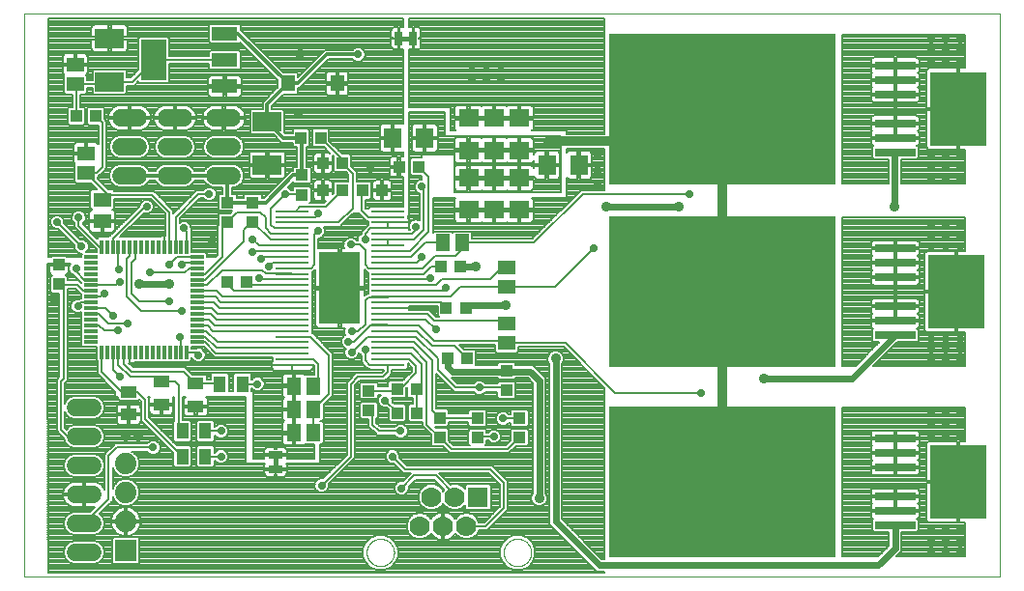
<source format=gtl>
G75*
%MOIN*%
%OFA0B0*%
%FSLAX25Y25*%
%IPPOS*%
%LPD*%
%AMOC8*
5,1,8,0,0,1.08239X$1,22.5*
%
%ADD10C,0.00000*%
%ADD11R,0.05118X0.05906*%
%ADD12R,0.06299X0.07087*%
%ADD13R,0.07087X0.06299*%
%ADD14R,0.05906X0.05118*%
%ADD15R,0.09843X0.06693*%
%ADD16R,0.03937X0.04331*%
%ADD17R,0.04331X0.03937*%
%ADD18R,0.05000X0.05787*%
%ADD19C,0.06000*%
%ADD20R,0.02500X0.05000*%
%ADD21C,0.01600*%
%ADD22R,0.05000X0.02500*%
%ADD23R,0.04331X0.05512*%
%ADD24R,0.05512X0.04331*%
%ADD25R,0.06299X0.05118*%
%ADD26R,0.78000X0.52000*%
%ADD27R,0.14000X0.02800*%
%ADD28R,0.08800X0.04800*%
%ADD29R,0.08661X0.14173*%
%ADD30R,0.19200X0.25400*%
%ADD31R,0.11575X0.01063*%
%ADD32R,0.14213X0.25000*%
%ADD33R,0.04724X0.01181*%
%ADD34R,0.01181X0.04724*%
%ADD35R,0.07000X0.07000*%
%ADD36C,0.07000*%
%ADD37R,0.07400X0.07400*%
%ADD38C,0.07400*%
%ADD39C,0.00800*%
%ADD40C,0.02400*%
%ADD41C,0.03600*%
%ADD42C,0.02900*%
%ADD43C,0.01200*%
%ADD44C,0.03200*%
D10*
X0047976Y0016427D02*
X0047976Y0210740D01*
X0384226Y0210740D01*
X0384226Y0016427D01*
X0047976Y0016427D01*
X0165966Y0024872D02*
X0165968Y0025009D01*
X0165974Y0025147D01*
X0165984Y0025284D01*
X0165998Y0025420D01*
X0166016Y0025557D01*
X0166038Y0025692D01*
X0166064Y0025827D01*
X0166093Y0025961D01*
X0166127Y0026095D01*
X0166164Y0026227D01*
X0166206Y0026358D01*
X0166251Y0026488D01*
X0166300Y0026616D01*
X0166352Y0026743D01*
X0166409Y0026868D01*
X0166468Y0026992D01*
X0166532Y0027114D01*
X0166599Y0027234D01*
X0166669Y0027352D01*
X0166743Y0027468D01*
X0166820Y0027582D01*
X0166901Y0027693D01*
X0166984Y0027802D01*
X0167071Y0027909D01*
X0167161Y0028012D01*
X0167254Y0028114D01*
X0167350Y0028212D01*
X0167448Y0028308D01*
X0167550Y0028401D01*
X0167653Y0028491D01*
X0167760Y0028578D01*
X0167869Y0028661D01*
X0167980Y0028742D01*
X0168094Y0028819D01*
X0168210Y0028893D01*
X0168328Y0028963D01*
X0168448Y0029030D01*
X0168570Y0029094D01*
X0168694Y0029153D01*
X0168819Y0029210D01*
X0168946Y0029262D01*
X0169074Y0029311D01*
X0169204Y0029356D01*
X0169335Y0029398D01*
X0169467Y0029435D01*
X0169601Y0029469D01*
X0169735Y0029498D01*
X0169870Y0029524D01*
X0170005Y0029546D01*
X0170142Y0029564D01*
X0170278Y0029578D01*
X0170415Y0029588D01*
X0170553Y0029594D01*
X0170690Y0029596D01*
X0170827Y0029594D01*
X0170965Y0029588D01*
X0171102Y0029578D01*
X0171238Y0029564D01*
X0171375Y0029546D01*
X0171510Y0029524D01*
X0171645Y0029498D01*
X0171779Y0029469D01*
X0171913Y0029435D01*
X0172045Y0029398D01*
X0172176Y0029356D01*
X0172306Y0029311D01*
X0172434Y0029262D01*
X0172561Y0029210D01*
X0172686Y0029153D01*
X0172810Y0029094D01*
X0172932Y0029030D01*
X0173052Y0028963D01*
X0173170Y0028893D01*
X0173286Y0028819D01*
X0173400Y0028742D01*
X0173511Y0028661D01*
X0173620Y0028578D01*
X0173727Y0028491D01*
X0173830Y0028401D01*
X0173932Y0028308D01*
X0174030Y0028212D01*
X0174126Y0028114D01*
X0174219Y0028012D01*
X0174309Y0027909D01*
X0174396Y0027802D01*
X0174479Y0027693D01*
X0174560Y0027582D01*
X0174637Y0027468D01*
X0174711Y0027352D01*
X0174781Y0027234D01*
X0174848Y0027114D01*
X0174912Y0026992D01*
X0174971Y0026868D01*
X0175028Y0026743D01*
X0175080Y0026616D01*
X0175129Y0026488D01*
X0175174Y0026358D01*
X0175216Y0026227D01*
X0175253Y0026095D01*
X0175287Y0025961D01*
X0175316Y0025827D01*
X0175342Y0025692D01*
X0175364Y0025557D01*
X0175382Y0025420D01*
X0175396Y0025284D01*
X0175406Y0025147D01*
X0175412Y0025009D01*
X0175414Y0024872D01*
X0175412Y0024735D01*
X0175406Y0024597D01*
X0175396Y0024460D01*
X0175382Y0024324D01*
X0175364Y0024187D01*
X0175342Y0024052D01*
X0175316Y0023917D01*
X0175287Y0023783D01*
X0175253Y0023649D01*
X0175216Y0023517D01*
X0175174Y0023386D01*
X0175129Y0023256D01*
X0175080Y0023128D01*
X0175028Y0023001D01*
X0174971Y0022876D01*
X0174912Y0022752D01*
X0174848Y0022630D01*
X0174781Y0022510D01*
X0174711Y0022392D01*
X0174637Y0022276D01*
X0174560Y0022162D01*
X0174479Y0022051D01*
X0174396Y0021942D01*
X0174309Y0021835D01*
X0174219Y0021732D01*
X0174126Y0021630D01*
X0174030Y0021532D01*
X0173932Y0021436D01*
X0173830Y0021343D01*
X0173727Y0021253D01*
X0173620Y0021166D01*
X0173511Y0021083D01*
X0173400Y0021002D01*
X0173286Y0020925D01*
X0173170Y0020851D01*
X0173052Y0020781D01*
X0172932Y0020714D01*
X0172810Y0020650D01*
X0172686Y0020591D01*
X0172561Y0020534D01*
X0172434Y0020482D01*
X0172306Y0020433D01*
X0172176Y0020388D01*
X0172045Y0020346D01*
X0171913Y0020309D01*
X0171779Y0020275D01*
X0171645Y0020246D01*
X0171510Y0020220D01*
X0171375Y0020198D01*
X0171238Y0020180D01*
X0171102Y0020166D01*
X0170965Y0020156D01*
X0170827Y0020150D01*
X0170690Y0020148D01*
X0170553Y0020150D01*
X0170415Y0020156D01*
X0170278Y0020166D01*
X0170142Y0020180D01*
X0170005Y0020198D01*
X0169870Y0020220D01*
X0169735Y0020246D01*
X0169601Y0020275D01*
X0169467Y0020309D01*
X0169335Y0020346D01*
X0169204Y0020388D01*
X0169074Y0020433D01*
X0168946Y0020482D01*
X0168819Y0020534D01*
X0168694Y0020591D01*
X0168570Y0020650D01*
X0168448Y0020714D01*
X0168328Y0020781D01*
X0168210Y0020851D01*
X0168094Y0020925D01*
X0167980Y0021002D01*
X0167869Y0021083D01*
X0167760Y0021166D01*
X0167653Y0021253D01*
X0167550Y0021343D01*
X0167448Y0021436D01*
X0167350Y0021532D01*
X0167254Y0021630D01*
X0167161Y0021732D01*
X0167071Y0021835D01*
X0166984Y0021942D01*
X0166901Y0022051D01*
X0166820Y0022162D01*
X0166743Y0022276D01*
X0166669Y0022392D01*
X0166599Y0022510D01*
X0166532Y0022630D01*
X0166468Y0022752D01*
X0166409Y0022876D01*
X0166352Y0023001D01*
X0166300Y0023128D01*
X0166251Y0023256D01*
X0166206Y0023386D01*
X0166164Y0023517D01*
X0166127Y0023649D01*
X0166093Y0023783D01*
X0166064Y0023917D01*
X0166038Y0024052D01*
X0166016Y0024187D01*
X0165998Y0024324D01*
X0165984Y0024460D01*
X0165974Y0024597D01*
X0165968Y0024735D01*
X0165966Y0024872D01*
X0213210Y0024872D02*
X0213212Y0025009D01*
X0213218Y0025147D01*
X0213228Y0025284D01*
X0213242Y0025420D01*
X0213260Y0025557D01*
X0213282Y0025692D01*
X0213308Y0025827D01*
X0213337Y0025961D01*
X0213371Y0026095D01*
X0213408Y0026227D01*
X0213450Y0026358D01*
X0213495Y0026488D01*
X0213544Y0026616D01*
X0213596Y0026743D01*
X0213653Y0026868D01*
X0213712Y0026992D01*
X0213776Y0027114D01*
X0213843Y0027234D01*
X0213913Y0027352D01*
X0213987Y0027468D01*
X0214064Y0027582D01*
X0214145Y0027693D01*
X0214228Y0027802D01*
X0214315Y0027909D01*
X0214405Y0028012D01*
X0214498Y0028114D01*
X0214594Y0028212D01*
X0214692Y0028308D01*
X0214794Y0028401D01*
X0214897Y0028491D01*
X0215004Y0028578D01*
X0215113Y0028661D01*
X0215224Y0028742D01*
X0215338Y0028819D01*
X0215454Y0028893D01*
X0215572Y0028963D01*
X0215692Y0029030D01*
X0215814Y0029094D01*
X0215938Y0029153D01*
X0216063Y0029210D01*
X0216190Y0029262D01*
X0216318Y0029311D01*
X0216448Y0029356D01*
X0216579Y0029398D01*
X0216711Y0029435D01*
X0216845Y0029469D01*
X0216979Y0029498D01*
X0217114Y0029524D01*
X0217249Y0029546D01*
X0217386Y0029564D01*
X0217522Y0029578D01*
X0217659Y0029588D01*
X0217797Y0029594D01*
X0217934Y0029596D01*
X0218071Y0029594D01*
X0218209Y0029588D01*
X0218346Y0029578D01*
X0218482Y0029564D01*
X0218619Y0029546D01*
X0218754Y0029524D01*
X0218889Y0029498D01*
X0219023Y0029469D01*
X0219157Y0029435D01*
X0219289Y0029398D01*
X0219420Y0029356D01*
X0219550Y0029311D01*
X0219678Y0029262D01*
X0219805Y0029210D01*
X0219930Y0029153D01*
X0220054Y0029094D01*
X0220176Y0029030D01*
X0220296Y0028963D01*
X0220414Y0028893D01*
X0220530Y0028819D01*
X0220644Y0028742D01*
X0220755Y0028661D01*
X0220864Y0028578D01*
X0220971Y0028491D01*
X0221074Y0028401D01*
X0221176Y0028308D01*
X0221274Y0028212D01*
X0221370Y0028114D01*
X0221463Y0028012D01*
X0221553Y0027909D01*
X0221640Y0027802D01*
X0221723Y0027693D01*
X0221804Y0027582D01*
X0221881Y0027468D01*
X0221955Y0027352D01*
X0222025Y0027234D01*
X0222092Y0027114D01*
X0222156Y0026992D01*
X0222215Y0026868D01*
X0222272Y0026743D01*
X0222324Y0026616D01*
X0222373Y0026488D01*
X0222418Y0026358D01*
X0222460Y0026227D01*
X0222497Y0026095D01*
X0222531Y0025961D01*
X0222560Y0025827D01*
X0222586Y0025692D01*
X0222608Y0025557D01*
X0222626Y0025420D01*
X0222640Y0025284D01*
X0222650Y0025147D01*
X0222656Y0025009D01*
X0222658Y0024872D01*
X0222656Y0024735D01*
X0222650Y0024597D01*
X0222640Y0024460D01*
X0222626Y0024324D01*
X0222608Y0024187D01*
X0222586Y0024052D01*
X0222560Y0023917D01*
X0222531Y0023783D01*
X0222497Y0023649D01*
X0222460Y0023517D01*
X0222418Y0023386D01*
X0222373Y0023256D01*
X0222324Y0023128D01*
X0222272Y0023001D01*
X0222215Y0022876D01*
X0222156Y0022752D01*
X0222092Y0022630D01*
X0222025Y0022510D01*
X0221955Y0022392D01*
X0221881Y0022276D01*
X0221804Y0022162D01*
X0221723Y0022051D01*
X0221640Y0021942D01*
X0221553Y0021835D01*
X0221463Y0021732D01*
X0221370Y0021630D01*
X0221274Y0021532D01*
X0221176Y0021436D01*
X0221074Y0021343D01*
X0220971Y0021253D01*
X0220864Y0021166D01*
X0220755Y0021083D01*
X0220644Y0021002D01*
X0220530Y0020925D01*
X0220414Y0020851D01*
X0220296Y0020781D01*
X0220176Y0020714D01*
X0220054Y0020650D01*
X0219930Y0020591D01*
X0219805Y0020534D01*
X0219678Y0020482D01*
X0219550Y0020433D01*
X0219420Y0020388D01*
X0219289Y0020346D01*
X0219157Y0020309D01*
X0219023Y0020275D01*
X0218889Y0020246D01*
X0218754Y0020220D01*
X0218619Y0020198D01*
X0218482Y0020180D01*
X0218346Y0020166D01*
X0218209Y0020156D01*
X0218071Y0020150D01*
X0217934Y0020148D01*
X0217797Y0020150D01*
X0217659Y0020156D01*
X0217522Y0020166D01*
X0217386Y0020180D01*
X0217249Y0020198D01*
X0217114Y0020220D01*
X0216979Y0020246D01*
X0216845Y0020275D01*
X0216711Y0020309D01*
X0216579Y0020346D01*
X0216448Y0020388D01*
X0216318Y0020433D01*
X0216190Y0020482D01*
X0216063Y0020534D01*
X0215938Y0020591D01*
X0215814Y0020650D01*
X0215692Y0020714D01*
X0215572Y0020781D01*
X0215454Y0020851D01*
X0215338Y0020925D01*
X0215224Y0021002D01*
X0215113Y0021083D01*
X0215004Y0021166D01*
X0214897Y0021253D01*
X0214794Y0021343D01*
X0214692Y0021436D01*
X0214594Y0021532D01*
X0214498Y0021630D01*
X0214405Y0021732D01*
X0214315Y0021835D01*
X0214228Y0021942D01*
X0214145Y0022051D01*
X0214064Y0022162D01*
X0213987Y0022276D01*
X0213913Y0022392D01*
X0213843Y0022510D01*
X0213776Y0022630D01*
X0213712Y0022752D01*
X0213653Y0022876D01*
X0213596Y0023001D01*
X0213544Y0023128D01*
X0213495Y0023256D01*
X0213450Y0023386D01*
X0213408Y0023517D01*
X0213371Y0023649D01*
X0213337Y0023783D01*
X0213308Y0023917D01*
X0213282Y0024052D01*
X0213260Y0024187D01*
X0213242Y0024324D01*
X0213228Y0024460D01*
X0213218Y0024597D01*
X0213212Y0024735D01*
X0213210Y0024872D01*
X0152789Y0116115D02*
X0152791Y0116240D01*
X0152797Y0116365D01*
X0152807Y0116489D01*
X0152821Y0116613D01*
X0152838Y0116737D01*
X0152860Y0116860D01*
X0152886Y0116982D01*
X0152915Y0117104D01*
X0152948Y0117224D01*
X0152986Y0117343D01*
X0153026Y0117462D01*
X0153071Y0117578D01*
X0153119Y0117693D01*
X0153171Y0117807D01*
X0153227Y0117919D01*
X0153286Y0118029D01*
X0153348Y0118137D01*
X0153414Y0118244D01*
X0153483Y0118348D01*
X0153556Y0118449D01*
X0153631Y0118549D01*
X0153710Y0118646D01*
X0153792Y0118740D01*
X0153877Y0118832D01*
X0153964Y0118921D01*
X0154055Y0119007D01*
X0154148Y0119090D01*
X0154244Y0119171D01*
X0154342Y0119248D01*
X0154442Y0119322D01*
X0154545Y0119393D01*
X0154650Y0119460D01*
X0154758Y0119525D01*
X0154867Y0119585D01*
X0154978Y0119643D01*
X0155091Y0119696D01*
X0155205Y0119746D01*
X0155321Y0119793D01*
X0155438Y0119835D01*
X0155557Y0119874D01*
X0155677Y0119910D01*
X0155798Y0119941D01*
X0155920Y0119969D01*
X0156042Y0119992D01*
X0156166Y0120012D01*
X0156290Y0120028D01*
X0156414Y0120040D01*
X0156539Y0120048D01*
X0156664Y0120052D01*
X0156788Y0120052D01*
X0156913Y0120048D01*
X0157038Y0120040D01*
X0157162Y0120028D01*
X0157286Y0120012D01*
X0157410Y0119992D01*
X0157532Y0119969D01*
X0157654Y0119941D01*
X0157775Y0119910D01*
X0157895Y0119874D01*
X0158014Y0119835D01*
X0158131Y0119793D01*
X0158247Y0119746D01*
X0158361Y0119696D01*
X0158474Y0119643D01*
X0158585Y0119585D01*
X0158695Y0119525D01*
X0158802Y0119460D01*
X0158907Y0119393D01*
X0159010Y0119322D01*
X0159110Y0119248D01*
X0159208Y0119171D01*
X0159304Y0119090D01*
X0159397Y0119007D01*
X0159488Y0118921D01*
X0159575Y0118832D01*
X0159660Y0118740D01*
X0159742Y0118646D01*
X0159821Y0118549D01*
X0159896Y0118449D01*
X0159969Y0118348D01*
X0160038Y0118244D01*
X0160104Y0118137D01*
X0160166Y0118029D01*
X0160225Y0117919D01*
X0160281Y0117807D01*
X0160333Y0117693D01*
X0160381Y0117578D01*
X0160426Y0117462D01*
X0160466Y0117343D01*
X0160504Y0117224D01*
X0160537Y0117104D01*
X0160566Y0116982D01*
X0160592Y0116860D01*
X0160614Y0116737D01*
X0160631Y0116613D01*
X0160645Y0116489D01*
X0160655Y0116365D01*
X0160661Y0116240D01*
X0160663Y0116115D01*
X0160661Y0115990D01*
X0160655Y0115865D01*
X0160645Y0115741D01*
X0160631Y0115617D01*
X0160614Y0115493D01*
X0160592Y0115370D01*
X0160566Y0115248D01*
X0160537Y0115126D01*
X0160504Y0115006D01*
X0160466Y0114887D01*
X0160426Y0114768D01*
X0160381Y0114652D01*
X0160333Y0114537D01*
X0160281Y0114423D01*
X0160225Y0114311D01*
X0160166Y0114201D01*
X0160104Y0114093D01*
X0160038Y0113986D01*
X0159969Y0113882D01*
X0159896Y0113781D01*
X0159821Y0113681D01*
X0159742Y0113584D01*
X0159660Y0113490D01*
X0159575Y0113398D01*
X0159488Y0113309D01*
X0159397Y0113223D01*
X0159304Y0113140D01*
X0159208Y0113059D01*
X0159110Y0112982D01*
X0159010Y0112908D01*
X0158907Y0112837D01*
X0158802Y0112770D01*
X0158694Y0112705D01*
X0158585Y0112645D01*
X0158474Y0112587D01*
X0158361Y0112534D01*
X0158247Y0112484D01*
X0158131Y0112437D01*
X0158014Y0112395D01*
X0157895Y0112356D01*
X0157775Y0112320D01*
X0157654Y0112289D01*
X0157532Y0112261D01*
X0157410Y0112238D01*
X0157286Y0112218D01*
X0157162Y0112202D01*
X0157038Y0112190D01*
X0156913Y0112182D01*
X0156788Y0112178D01*
X0156664Y0112178D01*
X0156539Y0112182D01*
X0156414Y0112190D01*
X0156290Y0112202D01*
X0156166Y0112218D01*
X0156042Y0112238D01*
X0155920Y0112261D01*
X0155798Y0112289D01*
X0155677Y0112320D01*
X0155557Y0112356D01*
X0155438Y0112395D01*
X0155321Y0112437D01*
X0155205Y0112484D01*
X0155091Y0112534D01*
X0154978Y0112587D01*
X0154867Y0112645D01*
X0154757Y0112705D01*
X0154650Y0112770D01*
X0154545Y0112837D01*
X0154442Y0112908D01*
X0154342Y0112982D01*
X0154244Y0113059D01*
X0154148Y0113140D01*
X0154055Y0113223D01*
X0153964Y0113309D01*
X0153877Y0113398D01*
X0153792Y0113490D01*
X0153710Y0113584D01*
X0153631Y0113681D01*
X0153556Y0113781D01*
X0153483Y0113882D01*
X0153414Y0113986D01*
X0153348Y0114093D01*
X0153286Y0114201D01*
X0153227Y0114311D01*
X0153171Y0114423D01*
X0153119Y0114537D01*
X0153071Y0114652D01*
X0153026Y0114768D01*
X0152986Y0114887D01*
X0152948Y0115006D01*
X0152915Y0115126D01*
X0152886Y0115248D01*
X0152860Y0115370D01*
X0152838Y0115493D01*
X0152821Y0115617D01*
X0152807Y0115741D01*
X0152797Y0115865D01*
X0152791Y0115990D01*
X0152789Y0116115D01*
D11*
X0192129Y0131740D03*
X0198822Y0131740D03*
X0147572Y0082365D03*
X0140879Y0082365D03*
X0140879Y0074240D03*
X0147572Y0074240D03*
X0147572Y0066115D03*
X0140879Y0066115D03*
D12*
X0228089Y0158615D03*
X0239112Y0158615D03*
X0185987Y0167990D03*
X0174964Y0167990D03*
D13*
X0201101Y0163728D03*
X0209851Y0163728D03*
X0218601Y0163728D03*
X0218601Y0154126D03*
X0209851Y0154126D03*
X0201101Y0154126D03*
X0201101Y0143103D03*
X0209851Y0143103D03*
X0218601Y0143103D03*
X0218601Y0174751D03*
X0209851Y0174751D03*
X0201101Y0174751D03*
D14*
X0214226Y0123211D03*
X0214226Y0116518D03*
X0214226Y0103836D03*
X0214226Y0097143D03*
X0069226Y0155893D03*
X0069226Y0162586D03*
X0065476Y0186518D03*
X0065476Y0193211D03*
D15*
X0077351Y0187384D03*
X0077351Y0202345D03*
X0131726Y0173595D03*
X0131726Y0158634D03*
D16*
X0143379Y0167990D03*
X0150072Y0167990D03*
X0150879Y0159240D03*
X0157572Y0159240D03*
X0157572Y0149865D03*
X0150879Y0149865D03*
X0164629Y0149865D03*
X0171322Y0149865D03*
X0177129Y0157990D03*
X0183822Y0157990D03*
X0191504Y0123615D03*
X0198197Y0123615D03*
X0200072Y0109240D03*
X0193379Y0109240D03*
X0194004Y0091740D03*
X0200697Y0091740D03*
X0183197Y0072990D03*
X0176504Y0072990D03*
X0191101Y0071336D03*
X0191101Y0064643D03*
X0059851Y0117456D03*
X0059851Y0124149D03*
X0065879Y0175490D03*
X0072572Y0175490D03*
D17*
X0117976Y0145711D03*
X0126726Y0145711D03*
X0126726Y0139018D03*
X0117976Y0139018D03*
X0143601Y0148393D03*
X0143601Y0155086D03*
X0124447Y0118302D03*
X0117754Y0118302D03*
X0166726Y0080711D03*
X0176504Y0081115D03*
X0183197Y0081115D03*
X0166726Y0074018D03*
X0204226Y0071336D03*
X0204226Y0064643D03*
X0218601Y0064643D03*
X0218601Y0071336D03*
X0214226Y0080893D03*
X0214226Y0087586D03*
D18*
X0155815Y0186740D03*
X0138886Y0186740D03*
D19*
X0119726Y0174865D02*
X0113726Y0174865D01*
X0102851Y0174865D02*
X0096851Y0174865D01*
X0087226Y0174865D02*
X0081226Y0174865D01*
X0081226Y0164865D02*
X0087226Y0164865D01*
X0096851Y0164865D02*
X0102851Y0164865D01*
X0113726Y0164865D02*
X0119726Y0164865D01*
X0119726Y0154865D02*
X0113726Y0154865D01*
X0102851Y0154865D02*
X0096851Y0154865D01*
X0087226Y0154865D02*
X0081226Y0154865D01*
X0071601Y0074865D02*
X0065601Y0074865D01*
X0065601Y0064865D02*
X0071601Y0064865D01*
X0071601Y0054865D02*
X0065601Y0054865D01*
X0065601Y0044865D02*
X0071601Y0044865D01*
X0071601Y0034865D02*
X0065601Y0034865D01*
X0065601Y0024865D02*
X0071601Y0024865D01*
D20*
X0177038Y0202365D03*
X0182038Y0202365D03*
D21*
X0177038Y0202365D01*
X0142976Y0198615D02*
X0142976Y0196115D01*
X0142976Y0176740D02*
X0141101Y0176740D01*
X0167351Y0158615D02*
X0167351Y0157365D01*
X0112976Y0132990D02*
X0111726Y0132990D01*
X0134538Y0058615D02*
X0134538Y0053615D01*
D22*
X0134538Y0053615D03*
X0134538Y0058615D03*
D23*
X0110350Y0057990D03*
X0102476Y0057990D03*
X0102476Y0066740D03*
X0110350Y0066740D03*
X0115289Y0082990D03*
X0123163Y0082990D03*
D24*
X0107038Y0083177D03*
X0095163Y0083802D03*
X0083913Y0080364D03*
X0083913Y0072490D03*
X0095163Y0075928D03*
X0107038Y0075303D03*
D25*
X0074851Y0139250D03*
X0074851Y0146730D03*
D26*
X0288601Y0177990D03*
X0288601Y0114865D03*
X0288601Y0049240D03*
D27*
X0348151Y0054240D03*
X0348151Y0059240D03*
X0348151Y0064240D03*
X0348151Y0044240D03*
X0348151Y0039240D03*
X0348151Y0034240D03*
X0348151Y0099865D03*
X0348151Y0104865D03*
X0348151Y0109865D03*
X0348151Y0119865D03*
X0348151Y0124865D03*
X0348151Y0129865D03*
X0348151Y0162990D03*
X0348151Y0167990D03*
X0348151Y0172990D03*
X0348151Y0182990D03*
X0348151Y0187990D03*
X0348151Y0192990D03*
D28*
X0117051Y0194865D03*
X0117051Y0203965D03*
X0117051Y0185765D03*
D29*
X0092650Y0194865D03*
D30*
X0369226Y0114865D03*
X0369851Y0177990D03*
X0369851Y0049240D03*
D31*
X0173327Y0089540D03*
X0173327Y0091508D03*
X0173327Y0093477D03*
X0173327Y0095445D03*
X0173327Y0097414D03*
X0173327Y0099382D03*
X0173327Y0101351D03*
X0173327Y0103319D03*
X0173327Y0105288D03*
X0173327Y0107256D03*
X0173327Y0109225D03*
X0173327Y0111193D03*
X0173327Y0113162D03*
X0173327Y0115130D03*
X0173327Y0117099D03*
X0173327Y0119067D03*
X0173327Y0121036D03*
X0173327Y0123004D03*
X0173327Y0124973D03*
X0173327Y0126941D03*
X0173327Y0128910D03*
X0173327Y0130878D03*
X0173327Y0132847D03*
X0173327Y0134815D03*
X0173327Y0136784D03*
X0173327Y0138752D03*
X0173327Y0140721D03*
X0173327Y0142689D03*
X0140321Y0142689D03*
X0140321Y0140721D03*
X0140321Y0138752D03*
X0140321Y0136784D03*
X0140321Y0134815D03*
X0140321Y0132847D03*
X0140321Y0130878D03*
X0140321Y0128910D03*
X0140321Y0126941D03*
X0140321Y0124973D03*
X0140321Y0123004D03*
X0140321Y0121036D03*
X0140321Y0119067D03*
X0140321Y0117099D03*
X0140321Y0115130D03*
X0140321Y0113162D03*
X0140321Y0111193D03*
X0140321Y0109225D03*
X0140321Y0107256D03*
X0140321Y0105288D03*
X0140321Y0103319D03*
X0140321Y0101351D03*
X0140321Y0099382D03*
X0140321Y0097414D03*
X0140321Y0095445D03*
X0140321Y0093477D03*
X0140321Y0091508D03*
X0140321Y0089540D03*
D32*
X0156726Y0116115D03*
D33*
X0107464Y0117089D03*
X0107464Y0115121D03*
X0107464Y0113152D03*
X0107464Y0111184D03*
X0107464Y0109215D03*
X0107464Y0107247D03*
X0107464Y0105278D03*
X0107464Y0103310D03*
X0107464Y0101341D03*
X0107464Y0099373D03*
X0107464Y0097404D03*
X0071047Y0097404D03*
X0071047Y0099373D03*
X0071047Y0101341D03*
X0071047Y0103310D03*
X0071047Y0105278D03*
X0071047Y0107247D03*
X0071047Y0109215D03*
X0071047Y0111184D03*
X0071047Y0113152D03*
X0071047Y0115121D03*
X0071047Y0117089D03*
X0071047Y0119058D03*
X0071047Y0121026D03*
X0071047Y0122995D03*
X0071047Y0124963D03*
X0071047Y0126932D03*
X0107464Y0126932D03*
X0107464Y0124963D03*
X0107464Y0122995D03*
X0107464Y0121026D03*
X0107464Y0119058D03*
D34*
X0104019Y0130376D03*
X0102050Y0130376D03*
X0100082Y0130376D03*
X0098113Y0130376D03*
X0096145Y0130376D03*
X0094176Y0130376D03*
X0092208Y0130376D03*
X0090239Y0130376D03*
X0088271Y0130376D03*
X0086302Y0130376D03*
X0084334Y0130376D03*
X0082365Y0130376D03*
X0080397Y0130376D03*
X0078428Y0130376D03*
X0076460Y0130376D03*
X0074491Y0130376D03*
X0074491Y0093959D03*
X0076460Y0093959D03*
X0078428Y0093959D03*
X0080397Y0093959D03*
X0082365Y0093959D03*
X0084334Y0093959D03*
X0086302Y0093959D03*
X0088271Y0093959D03*
X0090239Y0093959D03*
X0092208Y0093959D03*
X0094176Y0093959D03*
X0096145Y0093959D03*
X0098113Y0093959D03*
X0100082Y0093959D03*
X0102050Y0093959D03*
X0104019Y0093959D03*
D35*
X0204351Y0043927D03*
D36*
X0196320Y0043927D03*
X0188288Y0043927D03*
X0184272Y0033927D03*
X0192304Y0033927D03*
X0200335Y0033927D03*
D37*
X0082976Y0025490D03*
D38*
X0082976Y0035490D03*
X0082976Y0045490D03*
X0082976Y0055490D03*
D39*
X0087245Y0057464D02*
X0099311Y0057464D01*
X0099311Y0058262D02*
X0086850Y0058262D01*
X0086960Y0058152D02*
X0085638Y0059474D01*
X0085057Y0059715D01*
X0090286Y0059715D01*
X0090963Y0059038D01*
X0091863Y0058665D01*
X0092838Y0058665D01*
X0093738Y0059038D01*
X0094428Y0059727D01*
X0094801Y0060627D01*
X0094801Y0061602D01*
X0094428Y0062502D01*
X0093738Y0063192D01*
X0092838Y0063565D01*
X0091863Y0063565D01*
X0090963Y0063192D01*
X0090286Y0062515D01*
X0079271Y0062515D01*
X0078451Y0061695D01*
X0075638Y0058882D01*
X0075638Y0046632D01*
X0075364Y0047171D01*
X0074957Y0047731D01*
X0074467Y0048221D01*
X0073907Y0048628D01*
X0073290Y0048942D01*
X0072631Y0049156D01*
X0071947Y0049265D01*
X0069001Y0049265D01*
X0069001Y0045265D01*
X0068201Y0045265D01*
X0068201Y0049265D01*
X0065254Y0049265D01*
X0064570Y0049156D01*
X0063912Y0048942D01*
X0063295Y0048628D01*
X0062734Y0048221D01*
X0062245Y0047731D01*
X0061837Y0047171D01*
X0061523Y0046554D01*
X0061309Y0045895D01*
X0061209Y0045265D01*
X0068201Y0045265D01*
X0068201Y0044465D01*
X0069001Y0044465D01*
X0069001Y0040465D01*
X0071947Y0040465D01*
X0072272Y0040516D01*
X0070621Y0038865D01*
X0064805Y0038865D01*
X0063335Y0038256D01*
X0062210Y0037130D01*
X0061601Y0035660D01*
X0061601Y0034069D01*
X0062210Y0032599D01*
X0063335Y0031474D01*
X0064805Y0030865D01*
X0072396Y0030865D01*
X0073866Y0031474D01*
X0074992Y0032599D01*
X0075601Y0034069D01*
X0075601Y0035660D01*
X0074992Y0037130D01*
X0073919Y0038203D01*
X0077618Y0041902D01*
X0078438Y0042722D01*
X0078438Y0044162D01*
X0078991Y0042827D01*
X0080313Y0041505D01*
X0082041Y0040790D01*
X0083911Y0040790D01*
X0085638Y0041505D01*
X0086960Y0042827D01*
X0087676Y0044555D01*
X0087676Y0046425D01*
X0086960Y0048152D01*
X0085638Y0049474D01*
X0083911Y0050190D01*
X0082041Y0050190D01*
X0080313Y0049474D01*
X0078991Y0048152D01*
X0078438Y0046817D01*
X0078438Y0054162D01*
X0078991Y0052827D01*
X0080313Y0051505D01*
X0082041Y0050790D01*
X0083911Y0050790D01*
X0085638Y0051505D01*
X0086960Y0052827D01*
X0087676Y0054555D01*
X0087676Y0056425D01*
X0086960Y0058152D01*
X0086051Y0059061D02*
X0090940Y0059061D01*
X0092351Y0061115D02*
X0079851Y0061115D01*
X0077038Y0058302D01*
X0077038Y0043302D01*
X0068601Y0034865D01*
X0062897Y0031911D02*
X0056060Y0031911D01*
X0056062Y0031113D02*
X0064206Y0031113D01*
X0064805Y0028865D02*
X0063335Y0028256D01*
X0062210Y0027130D01*
X0061601Y0025660D01*
X0061601Y0024069D01*
X0062210Y0022599D01*
X0063335Y0021474D01*
X0064805Y0020865D01*
X0072396Y0020865D01*
X0073866Y0021474D01*
X0074992Y0022599D01*
X0075601Y0024069D01*
X0075601Y0025660D01*
X0074992Y0027130D01*
X0073866Y0028256D01*
X0072396Y0028865D01*
X0064805Y0028865D01*
X0064449Y0028717D02*
X0056069Y0028717D01*
X0056072Y0027919D02*
X0062998Y0027919D01*
X0062205Y0027120D02*
X0056074Y0027120D01*
X0056076Y0026322D02*
X0061875Y0026322D01*
X0061601Y0025523D02*
X0056079Y0025523D01*
X0056081Y0024725D02*
X0061601Y0024725D01*
X0061660Y0023926D02*
X0056083Y0023926D01*
X0056086Y0023128D02*
X0061991Y0023128D01*
X0062479Y0022329D02*
X0056088Y0022329D01*
X0056090Y0021531D02*
X0063278Y0021531D01*
X0056093Y0020732D02*
X0166168Y0020732D01*
X0165498Y0021403D02*
X0167221Y0019680D01*
X0169472Y0018748D01*
X0171908Y0018748D01*
X0174159Y0019680D01*
X0175882Y0021403D01*
X0176814Y0023654D01*
X0176814Y0026090D01*
X0175882Y0028341D01*
X0174159Y0030064D01*
X0171908Y0030996D01*
X0169472Y0030996D01*
X0167221Y0030064D01*
X0165498Y0028341D01*
X0164565Y0026090D01*
X0164565Y0023654D01*
X0165498Y0021403D01*
X0165445Y0021531D02*
X0087676Y0021531D01*
X0087676Y0021375D02*
X0087676Y0029604D01*
X0087090Y0030190D01*
X0078861Y0030190D01*
X0078276Y0029604D01*
X0078276Y0021375D01*
X0078861Y0020790D01*
X0087090Y0020790D01*
X0087676Y0021375D01*
X0087676Y0022329D02*
X0165114Y0022329D01*
X0164783Y0023128D02*
X0087676Y0023128D01*
X0087676Y0023926D02*
X0164565Y0023926D01*
X0164565Y0024725D02*
X0087676Y0024725D01*
X0087676Y0025523D02*
X0164565Y0025523D01*
X0164661Y0026322D02*
X0087676Y0026322D01*
X0087676Y0027120D02*
X0164992Y0027120D01*
X0165323Y0027919D02*
X0087676Y0027919D01*
X0087676Y0028717D02*
X0165874Y0028717D01*
X0166672Y0029516D02*
X0087676Y0029516D01*
X0086298Y0031600D02*
X0086866Y0032167D01*
X0087338Y0032817D01*
X0087702Y0033532D01*
X0087950Y0034295D01*
X0088076Y0035088D01*
X0088076Y0035090D01*
X0083376Y0035090D01*
X0083376Y0035890D01*
X0088076Y0035890D01*
X0088076Y0035891D01*
X0087950Y0036684D01*
X0087702Y0037447D01*
X0087338Y0038163D01*
X0086866Y0038812D01*
X0086298Y0039380D01*
X0085649Y0039852D01*
X0084933Y0040216D01*
X0084170Y0040464D01*
X0083377Y0040590D01*
X0083376Y0040590D01*
X0083376Y0035890D01*
X0082576Y0035890D01*
X0082576Y0040590D01*
X0082574Y0040590D01*
X0081781Y0040464D01*
X0081018Y0040216D01*
X0080303Y0039852D01*
X0079653Y0039380D01*
X0079086Y0038812D01*
X0078614Y0038163D01*
X0078249Y0037447D01*
X0078001Y0036684D01*
X0077876Y0035891D01*
X0077876Y0035890D01*
X0082576Y0035890D01*
X0082576Y0035090D01*
X0083376Y0035090D01*
X0083376Y0030390D01*
X0083377Y0030390D01*
X0084170Y0030515D01*
X0084933Y0030763D01*
X0085649Y0031128D01*
X0086298Y0031600D01*
X0086610Y0031911D02*
X0180237Y0031911D01*
X0180458Y0031378D02*
X0179772Y0033032D01*
X0179772Y0034822D01*
X0180458Y0036476D01*
X0181723Y0037742D01*
X0183377Y0038427D01*
X0185168Y0038427D01*
X0186821Y0037742D01*
X0188087Y0036476D01*
X0188095Y0036459D01*
X0188113Y0036495D01*
X0188566Y0037119D01*
X0189112Y0037665D01*
X0189736Y0038118D01*
X0190423Y0038468D01*
X0191156Y0038706D01*
X0191904Y0038825D01*
X0191904Y0034327D01*
X0192704Y0034327D01*
X0192704Y0038825D01*
X0193451Y0038706D01*
X0194185Y0038468D01*
X0194872Y0038118D01*
X0195496Y0037665D01*
X0196041Y0037119D01*
X0196495Y0036495D01*
X0196513Y0036459D01*
X0196520Y0036476D01*
X0197786Y0037742D01*
X0199440Y0038427D01*
X0201231Y0038427D01*
X0202884Y0037742D01*
X0204150Y0036476D01*
X0204626Y0035327D01*
X0206458Y0035327D01*
X0211888Y0040757D01*
X0211888Y0048347D01*
X0208021Y0052215D01*
X0191043Y0052215D01*
X0195005Y0048253D01*
X0195425Y0048427D01*
X0197215Y0048427D01*
X0198869Y0047742D01*
X0199851Y0046760D01*
X0199851Y0047841D01*
X0200437Y0048427D01*
X0208265Y0048427D01*
X0208851Y0047841D01*
X0208851Y0040013D01*
X0208265Y0039427D01*
X0200437Y0039427D01*
X0199851Y0040013D01*
X0199851Y0041095D01*
X0198869Y0040112D01*
X0197215Y0039427D01*
X0195425Y0039427D01*
X0193771Y0040112D01*
X0192505Y0041378D01*
X0192304Y0041863D01*
X0192103Y0041378D01*
X0190837Y0040112D01*
X0189183Y0039427D01*
X0187393Y0039427D01*
X0185739Y0040112D01*
X0184473Y0041378D01*
X0183788Y0043032D01*
X0183788Y0044822D01*
X0184473Y0046476D01*
X0185739Y0047742D01*
X0187393Y0048427D01*
X0189183Y0048427D01*
X0190837Y0047742D01*
X0192103Y0046476D01*
X0192304Y0045991D01*
X0192505Y0046476D01*
X0192663Y0046635D01*
X0189271Y0050027D01*
X0182931Y0050027D01*
X0180426Y0047522D01*
X0180426Y0046565D01*
X0180053Y0045664D01*
X0179363Y0044975D01*
X0178463Y0044602D01*
X0177488Y0044602D01*
X0176588Y0044975D01*
X0175899Y0045664D01*
X0175526Y0046565D01*
X0175526Y0047539D01*
X0175899Y0048440D01*
X0176588Y0049129D01*
X0177488Y0049502D01*
X0178446Y0049502D01*
X0180951Y0052007D01*
X0181158Y0052215D01*
X0178646Y0052215D01*
X0175321Y0055540D01*
X0174363Y0055540D01*
X0173463Y0055913D01*
X0172774Y0056602D01*
X0172401Y0057502D01*
X0172401Y0058477D01*
X0172774Y0059377D01*
X0173463Y0060067D01*
X0174363Y0060440D01*
X0175338Y0060440D01*
X0176238Y0060067D01*
X0176928Y0059377D01*
X0177301Y0058477D01*
X0177301Y0057520D01*
X0179806Y0055015D01*
X0209181Y0055015D01*
X0210001Y0054195D01*
X0214688Y0049507D01*
X0214688Y0039597D01*
X0213868Y0038777D01*
X0207618Y0032527D01*
X0204626Y0032527D01*
X0204150Y0031378D01*
X0202884Y0030112D01*
X0201231Y0029427D01*
X0199440Y0029427D01*
X0197786Y0030112D01*
X0196520Y0031378D01*
X0196513Y0031395D01*
X0196495Y0031359D01*
X0196041Y0030735D01*
X0195496Y0030190D01*
X0194872Y0029736D01*
X0194185Y0029386D01*
X0193451Y0029148D01*
X0192704Y0029029D01*
X0192704Y0033527D01*
X0191904Y0033527D01*
X0191904Y0029029D01*
X0191156Y0029148D01*
X0190423Y0029386D01*
X0189736Y0029736D01*
X0189112Y0030190D01*
X0188566Y0030735D01*
X0188113Y0031359D01*
X0188095Y0031395D01*
X0188087Y0031378D01*
X0186821Y0030112D01*
X0185168Y0029427D01*
X0183377Y0029427D01*
X0181723Y0030112D01*
X0180458Y0031378D01*
X0180723Y0031113D02*
X0085619Y0031113D01*
X0083376Y0031113D02*
X0082576Y0031113D01*
X0082576Y0030390D02*
X0082576Y0035090D01*
X0077876Y0035090D01*
X0077876Y0035088D01*
X0078001Y0034295D01*
X0078249Y0033532D01*
X0078614Y0032817D01*
X0079086Y0032167D01*
X0079653Y0031600D01*
X0080303Y0031128D01*
X0081018Y0030763D01*
X0081781Y0030515D01*
X0082574Y0030390D01*
X0082576Y0030390D01*
X0082576Y0031911D02*
X0083376Y0031911D01*
X0083376Y0032710D02*
X0082576Y0032710D01*
X0082576Y0033508D02*
X0083376Y0033508D01*
X0083376Y0034307D02*
X0082576Y0034307D01*
X0082576Y0035105D02*
X0075601Y0035105D01*
X0075601Y0034307D02*
X0077999Y0034307D01*
X0078261Y0033508D02*
X0075368Y0033508D01*
X0075038Y0032710D02*
X0078691Y0032710D01*
X0079341Y0031911D02*
X0074304Y0031911D01*
X0072996Y0031113D02*
X0080332Y0031113D01*
X0078276Y0029516D02*
X0056067Y0029516D01*
X0056065Y0030314D02*
X0167825Y0030314D01*
X0173555Y0030314D02*
X0181521Y0030314D01*
X0183163Y0029516D02*
X0174707Y0029516D01*
X0175506Y0028717D02*
X0213118Y0028717D01*
X0212742Y0028341D02*
X0211809Y0026090D01*
X0211809Y0023654D01*
X0212742Y0021403D01*
X0214465Y0019680D01*
X0216716Y0018748D01*
X0219152Y0018748D01*
X0221403Y0019680D01*
X0223126Y0021403D01*
X0224058Y0023654D01*
X0224058Y0026090D01*
X0223126Y0028341D01*
X0221403Y0030064D01*
X0219152Y0030996D01*
X0216716Y0030996D01*
X0214465Y0030064D01*
X0212742Y0028341D01*
X0212567Y0027919D02*
X0176057Y0027919D01*
X0176387Y0027120D02*
X0212236Y0027120D01*
X0211905Y0026322D02*
X0176718Y0026322D01*
X0176814Y0025523D02*
X0211809Y0025523D01*
X0211809Y0024725D02*
X0176814Y0024725D01*
X0176814Y0023926D02*
X0211809Y0023926D01*
X0212027Y0023128D02*
X0176596Y0023128D01*
X0176265Y0022329D02*
X0212358Y0022329D01*
X0212689Y0021531D02*
X0175935Y0021531D01*
X0175211Y0020732D02*
X0213412Y0020732D01*
X0214211Y0019934D02*
X0174413Y0019934D01*
X0172844Y0019135D02*
X0215780Y0019135D01*
X0220088Y0019135D02*
X0244344Y0019135D01*
X0245142Y0018337D02*
X0056100Y0018337D01*
X0056101Y0017990D02*
X0055788Y0124552D01*
X0056482Y0124552D01*
X0056482Y0124549D01*
X0059451Y0124549D01*
X0059451Y0123749D01*
X0056482Y0123749D01*
X0056482Y0121799D01*
X0056578Y0121443D01*
X0056762Y0121124D01*
X0057023Y0120863D01*
X0057342Y0120679D01*
X0057557Y0120621D01*
X0057468Y0120621D01*
X0056882Y0120035D01*
X0056882Y0114876D01*
X0057468Y0114290D01*
X0060013Y0114290D01*
X0060013Y0085445D01*
X0059076Y0084507D01*
X0059076Y0066785D01*
X0059896Y0065965D01*
X0061601Y0064260D01*
X0061601Y0064069D01*
X0062210Y0062599D01*
X0063335Y0061474D01*
X0064805Y0060865D01*
X0072396Y0060865D01*
X0073866Y0061474D01*
X0074992Y0062599D01*
X0075601Y0064069D01*
X0075601Y0065660D01*
X0074992Y0067130D01*
X0073866Y0068256D01*
X0072396Y0068865D01*
X0064805Y0068865D01*
X0063335Y0068256D01*
X0062450Y0067371D01*
X0061876Y0067945D01*
X0061876Y0073405D01*
X0062210Y0072599D01*
X0063335Y0071474D01*
X0064805Y0070865D01*
X0072396Y0070865D01*
X0073866Y0071474D01*
X0074992Y0072599D01*
X0075601Y0074069D01*
X0075601Y0075660D01*
X0074992Y0077130D01*
X0073866Y0078256D01*
X0072396Y0078865D01*
X0064805Y0078865D01*
X0063335Y0078256D01*
X0062210Y0077130D01*
X0061876Y0076324D01*
X0061876Y0083347D01*
X0062813Y0084285D01*
X0062813Y0114870D01*
X0062819Y0114876D01*
X0062819Y0115965D01*
X0065521Y0115965D01*
X0066945Y0114541D01*
X0066945Y0114541D01*
X0067684Y0113801D01*
X0067684Y0112584D01*
X0067152Y0112584D01*
X0066883Y0112315D01*
X0065926Y0112315D01*
X0065025Y0111942D01*
X0064336Y0111252D01*
X0063963Y0110352D01*
X0063963Y0109377D01*
X0064336Y0108477D01*
X0065025Y0107788D01*
X0065926Y0107415D01*
X0066901Y0107415D01*
X0067684Y0107739D01*
X0067684Y0096399D01*
X0068270Y0095813D01*
X0072901Y0095813D01*
X0072901Y0091183D01*
X0073091Y0090992D01*
X0073091Y0086519D01*
X0079214Y0080397D01*
X0079226Y0078615D01*
X0080157Y0078615D01*
X0080157Y0077785D01*
X0080743Y0077199D01*
X0087083Y0077199D01*
X0087560Y0077675D01*
X0088138Y0077097D01*
X0088138Y0070348D01*
X0099311Y0059175D01*
X0099311Y0054820D01*
X0099897Y0054234D01*
X0105056Y0054234D01*
X0105642Y0054820D01*
X0105642Y0061160D01*
X0105056Y0061746D01*
X0100700Y0061746D01*
X0090938Y0071508D01*
X0090938Y0078257D01*
X0090581Y0078615D01*
X0091098Y0078615D01*
X0091007Y0078277D01*
X0091007Y0076328D01*
X0094763Y0076328D01*
X0094763Y0075528D01*
X0091007Y0075528D01*
X0091007Y0073578D01*
X0091103Y0073222D01*
X0091287Y0072903D01*
X0091548Y0072642D01*
X0091867Y0072458D01*
X0092223Y0072362D01*
X0094763Y0072362D01*
X0094763Y0075528D01*
X0095563Y0075528D01*
X0095563Y0076328D01*
X0099319Y0076328D01*
X0099319Y0078277D01*
X0099229Y0078615D01*
X0099701Y0078615D01*
X0099701Y0070300D01*
X0099311Y0069910D01*
X0099311Y0063570D01*
X0099897Y0062984D01*
X0105056Y0062984D01*
X0105642Y0063570D01*
X0105642Y0069910D01*
X0105056Y0070496D01*
X0102501Y0070496D01*
X0102501Y0078615D01*
X0103468Y0078615D01*
X0103423Y0078588D01*
X0103162Y0078328D01*
X0102978Y0078008D01*
X0102882Y0077652D01*
X0102882Y0075703D01*
X0106638Y0075703D01*
X0106638Y0074903D01*
X0102882Y0074903D01*
X0102882Y0072953D01*
X0102978Y0072597D01*
X0103162Y0072278D01*
X0103423Y0072017D01*
X0103742Y0071833D01*
X0104098Y0071737D01*
X0106638Y0071737D01*
X0106638Y0074903D01*
X0107438Y0074903D01*
X0107438Y0075703D01*
X0111194Y0075703D01*
X0111194Y0077652D01*
X0111099Y0078008D01*
X0110914Y0078328D01*
X0110654Y0078588D01*
X0110608Y0078615D01*
X0124226Y0078615D01*
X0124226Y0055490D01*
X0130782Y0055490D01*
X0130734Y0055405D01*
X0130638Y0055049D01*
X0130638Y0053840D01*
X0132738Y0053840D01*
X0132738Y0053390D01*
X0130638Y0053390D01*
X0130638Y0052180D01*
X0130734Y0051824D01*
X0130918Y0051505D01*
X0131179Y0051244D01*
X0131498Y0051060D01*
X0131854Y0050965D01*
X0134313Y0050965D01*
X0134313Y0051815D01*
X0134763Y0051815D01*
X0134763Y0050965D01*
X0137222Y0050965D01*
X0137579Y0051060D01*
X0137898Y0051244D01*
X0138158Y0051505D01*
X0138343Y0051824D01*
X0138438Y0052180D01*
X0138438Y0053390D01*
X0136338Y0053390D01*
X0136338Y0053840D01*
X0138438Y0053840D01*
X0138438Y0055049D01*
X0138343Y0055405D01*
X0138294Y0055490D01*
X0149851Y0055490D01*
X0149851Y0062162D01*
X0150545Y0062162D01*
X0151131Y0062748D01*
X0151131Y0069482D01*
X0150545Y0070067D01*
X0149851Y0070067D01*
X0149851Y0070287D01*
X0150545Y0070287D01*
X0151131Y0070873D01*
X0151131Y0075819D01*
X0153556Y0078243D01*
X0154376Y0079063D01*
X0154376Y0093570D01*
X0147163Y0100782D01*
X0147109Y0100782D01*
X0147109Y0102297D01*
X0147070Y0102335D01*
X0147109Y0102374D01*
X0147109Y0104265D01*
X0147070Y0104304D01*
X0147109Y0104342D01*
X0147109Y0106234D01*
X0147070Y0106272D01*
X0147109Y0106311D01*
X0147109Y0108202D01*
X0147070Y0108241D01*
X0147109Y0108279D01*
X0147109Y0110171D01*
X0147070Y0110209D01*
X0147109Y0110248D01*
X0147109Y0112139D01*
X0147070Y0112178D01*
X0147109Y0112216D01*
X0147109Y0114108D01*
X0147070Y0114146D01*
X0147109Y0114185D01*
X0147109Y0116076D01*
X0147070Y0116115D01*
X0147109Y0116153D01*
X0147109Y0118045D01*
X0147070Y0118083D01*
X0147109Y0118122D01*
X0147109Y0120013D01*
X0147070Y0120052D01*
X0147109Y0120090D01*
X0147109Y0121604D01*
X0147320Y0121604D01*
X0148219Y0122503D01*
X0148219Y0116515D01*
X0151389Y0116515D01*
X0151389Y0115715D01*
X0148219Y0115715D01*
X0148219Y0103430D01*
X0148315Y0103074D01*
X0148499Y0102755D01*
X0148760Y0102494D01*
X0149079Y0102310D01*
X0149435Y0102215D01*
X0156326Y0102215D01*
X0156326Y0110778D01*
X0157126Y0110778D01*
X0157126Y0102215D01*
X0158592Y0102215D01*
X0158338Y0101602D01*
X0158338Y0100627D01*
X0158619Y0099948D01*
X0158150Y0099754D01*
X0157461Y0099065D01*
X0157088Y0098164D01*
X0157088Y0097190D01*
X0157461Y0096289D01*
X0158150Y0095600D01*
X0158749Y0095352D01*
X0158711Y0095315D01*
X0158338Y0094414D01*
X0158338Y0093440D01*
X0158711Y0092539D01*
X0159400Y0091850D01*
X0160301Y0091477D01*
X0161276Y0091477D01*
X0162176Y0091850D01*
X0162865Y0092539D01*
X0163238Y0093440D01*
X0163238Y0093864D01*
X0163399Y0093477D01*
X0164076Y0092800D01*
X0164076Y0090535D01*
X0165650Y0088960D01*
X0166471Y0088140D01*
X0166994Y0088140D01*
X0167125Y0088008D01*
X0171927Y0088008D01*
X0171927Y0087671D01*
X0171146Y0086890D01*
X0162396Y0086890D01*
X0159896Y0084390D01*
X0159076Y0083570D01*
X0159076Y0058570D01*
X0150946Y0050440D01*
X0149988Y0050440D01*
X0149088Y0050067D01*
X0148399Y0049377D01*
X0148026Y0048477D01*
X0148026Y0047502D01*
X0148399Y0046602D01*
X0149088Y0045913D01*
X0149988Y0045540D01*
X0150963Y0045540D01*
X0151863Y0045913D01*
X0152553Y0046602D01*
X0152926Y0047502D01*
X0152926Y0048460D01*
X0161876Y0057410D01*
X0161876Y0082410D01*
X0163556Y0084090D01*
X0172306Y0084090D01*
X0173126Y0084910D01*
X0174727Y0086511D01*
X0174727Y0088008D01*
X0179529Y0088008D01*
X0180114Y0088594D01*
X0180114Y0090108D01*
X0180127Y0090108D01*
X0181576Y0088660D01*
X0181576Y0087320D01*
X0178339Y0084083D01*
X0173925Y0084083D01*
X0173339Y0083497D01*
X0173339Y0082111D01*
X0169891Y0082111D01*
X0169891Y0083094D01*
X0169305Y0083680D01*
X0164146Y0083680D01*
X0163560Y0083094D01*
X0163560Y0078328D01*
X0164146Y0077743D01*
X0169305Y0077743D01*
X0169891Y0078328D01*
X0169891Y0079311D01*
X0170832Y0079311D01*
X0170274Y0078752D01*
X0169901Y0077852D01*
X0169901Y0076877D01*
X0170274Y0075977D01*
X0170963Y0075288D01*
X0171863Y0074915D01*
X0172821Y0074915D01*
X0173536Y0074200D01*
X0173536Y0070410D01*
X0174121Y0069824D01*
X0178887Y0069824D01*
X0179473Y0070410D01*
X0179473Y0075569D01*
X0178887Y0076155D01*
X0175540Y0076155D01*
X0174801Y0076895D01*
X0174801Y0077852D01*
X0174679Y0078146D01*
X0179084Y0078146D01*
X0179670Y0078732D01*
X0179670Y0081454D01*
X0180001Y0081785D01*
X0180032Y0081816D01*
X0180032Y0078732D01*
X0180618Y0078146D01*
X0181797Y0078146D01*
X0181797Y0076155D01*
X0180814Y0076155D01*
X0180229Y0075569D01*
X0180229Y0070410D01*
X0180814Y0069824D01*
X0185326Y0069824D01*
X0185326Y0068438D01*
X0188132Y0065632D01*
X0188132Y0062064D01*
X0188718Y0061478D01*
X0192286Y0061478D01*
X0193854Y0059910D01*
X0194674Y0059090D01*
X0215027Y0059090D01*
X0217612Y0061675D01*
X0221180Y0061675D01*
X0221766Y0062260D01*
X0221766Y0067026D01*
X0221180Y0067612D01*
X0216021Y0067612D01*
X0215435Y0067026D01*
X0215435Y0063458D01*
X0213867Y0061890D01*
X0207020Y0061890D01*
X0207391Y0062260D01*
X0207391Y0063465D01*
X0207786Y0063465D01*
X0208463Y0062788D01*
X0209363Y0062415D01*
X0210338Y0062415D01*
X0211238Y0062788D01*
X0211928Y0063477D01*
X0212301Y0064377D01*
X0212301Y0065352D01*
X0211928Y0066252D01*
X0211238Y0066942D01*
X0210338Y0067315D01*
X0209363Y0067315D01*
X0208463Y0066942D01*
X0207786Y0066265D01*
X0207391Y0066265D01*
X0207391Y0067026D01*
X0206805Y0067612D01*
X0201646Y0067612D01*
X0201060Y0067026D01*
X0201060Y0062260D01*
X0201431Y0061890D01*
X0195834Y0061890D01*
X0194069Y0063655D01*
X0194069Y0067223D01*
X0193483Y0067809D01*
X0189915Y0067809D01*
X0189553Y0068171D01*
X0193483Y0068171D01*
X0194069Y0068757D01*
X0194069Y0069936D01*
X0201060Y0069936D01*
X0201060Y0068953D01*
X0201646Y0068368D01*
X0206805Y0068368D01*
X0207391Y0068953D01*
X0207391Y0073719D01*
X0206805Y0074305D01*
X0201646Y0074305D01*
X0201060Y0073719D01*
X0201060Y0072736D01*
X0194069Y0072736D01*
X0194069Y0073916D01*
X0193483Y0074501D01*
X0190001Y0074501D01*
X0190001Y0086485D01*
X0195326Y0081160D01*
X0196146Y0080340D01*
X0202786Y0080340D01*
X0203463Y0079663D01*
X0204363Y0079290D01*
X0205338Y0079290D01*
X0206238Y0079663D01*
X0206916Y0080340D01*
X0211060Y0080340D01*
X0211060Y0078510D01*
X0211646Y0077925D01*
X0216805Y0077925D01*
X0217391Y0078510D01*
X0217391Y0083276D01*
X0216805Y0083862D01*
X0211646Y0083862D01*
X0211060Y0083276D01*
X0211060Y0083140D01*
X0206916Y0083140D01*
X0206238Y0083817D01*
X0205338Y0084190D01*
X0204363Y0084190D01*
X0203463Y0083817D01*
X0202786Y0083140D01*
X0197306Y0083140D01*
X0195281Y0085165D01*
X0211099Y0085165D01*
X0211646Y0084618D01*
X0216805Y0084618D01*
X0217352Y0085165D01*
X0221439Y0085165D01*
X0223276Y0083328D01*
X0223276Y0045374D01*
X0223102Y0045201D01*
X0222676Y0044172D01*
X0222676Y0043058D01*
X0223102Y0042029D01*
X0223890Y0041241D01*
X0224919Y0040815D01*
X0226033Y0040815D01*
X0227062Y0041241D01*
X0227849Y0042029D01*
X0228276Y0043058D01*
X0228276Y0044172D01*
X0227849Y0045201D01*
X0227676Y0045374D01*
X0227676Y0085151D01*
X0224551Y0088276D01*
X0223262Y0089565D01*
X0217391Y0089565D01*
X0217391Y0089969D01*
X0216805Y0090555D01*
X0211646Y0090555D01*
X0211060Y0089969D01*
X0211060Y0089565D01*
X0203666Y0089565D01*
X0203666Y0094319D01*
X0203080Y0094905D01*
X0199512Y0094905D01*
X0197827Y0096590D01*
X0210273Y0096590D01*
X0210273Y0094170D01*
X0210859Y0093584D01*
X0217593Y0093584D01*
X0218178Y0094170D01*
X0218178Y0095743D01*
X0233867Y0095743D01*
X0247976Y0081635D01*
X0247976Y0022690D01*
X0247012Y0022690D01*
X0233301Y0036401D01*
X0233301Y0089980D01*
X0233474Y0090154D01*
X0233901Y0091183D01*
X0233901Y0092297D01*
X0233474Y0093326D01*
X0232687Y0094113D01*
X0231658Y0094540D01*
X0230544Y0094540D01*
X0229515Y0094113D01*
X0228727Y0093326D01*
X0228301Y0092297D01*
X0228301Y0091183D01*
X0228727Y0090154D01*
X0228901Y0089980D01*
X0228901Y0034578D01*
X0230189Y0033290D01*
X0245189Y0018290D01*
X0247976Y0018290D01*
X0247976Y0017990D01*
X0056101Y0017990D01*
X0056097Y0019135D02*
X0168536Y0019135D01*
X0166967Y0019934D02*
X0056095Y0019934D01*
X0072752Y0028717D02*
X0078276Y0028717D01*
X0078276Y0027919D02*
X0074203Y0027919D01*
X0074996Y0027120D02*
X0078276Y0027120D01*
X0078276Y0026322D02*
X0075327Y0026322D01*
X0075601Y0025523D02*
X0078276Y0025523D01*
X0078276Y0024725D02*
X0075601Y0024725D01*
X0075542Y0023926D02*
X0078276Y0023926D01*
X0078276Y0023128D02*
X0075211Y0023128D01*
X0074722Y0022329D02*
X0078276Y0022329D01*
X0078276Y0021531D02*
X0073924Y0021531D01*
X0062164Y0032710D02*
X0056058Y0032710D01*
X0056055Y0033508D02*
X0061833Y0033508D01*
X0061601Y0034307D02*
X0056053Y0034307D01*
X0056050Y0035105D02*
X0061601Y0035105D01*
X0061702Y0035904D02*
X0056048Y0035904D01*
X0056046Y0036702D02*
X0062032Y0036702D01*
X0062580Y0037501D02*
X0056043Y0037501D01*
X0056041Y0038299D02*
X0063441Y0038299D01*
X0064195Y0040695D02*
X0056034Y0040695D01*
X0056032Y0041494D02*
X0062755Y0041494D01*
X0062734Y0041509D02*
X0063295Y0041101D01*
X0063912Y0040787D01*
X0064570Y0040573D01*
X0065254Y0040465D01*
X0068201Y0040465D01*
X0068201Y0044465D01*
X0061209Y0044465D01*
X0061309Y0043834D01*
X0061523Y0043176D01*
X0061837Y0042559D01*
X0062245Y0041998D01*
X0062734Y0041509D01*
X0062031Y0042292D02*
X0056029Y0042292D01*
X0056027Y0043091D02*
X0061566Y0043091D01*
X0061300Y0043889D02*
X0056025Y0043889D01*
X0056022Y0044688D02*
X0068201Y0044688D01*
X0068201Y0045486D02*
X0069001Y0045486D01*
X0069001Y0046285D02*
X0068201Y0046285D01*
X0068201Y0047083D02*
X0069001Y0047083D01*
X0069001Y0047882D02*
X0068201Y0047882D01*
X0068201Y0048680D02*
X0069001Y0048680D01*
X0063397Y0048680D02*
X0056011Y0048680D01*
X0056013Y0047882D02*
X0062395Y0047882D01*
X0061793Y0047083D02*
X0056015Y0047083D01*
X0056018Y0046285D02*
X0061436Y0046285D01*
X0061244Y0045486D02*
X0056020Y0045486D01*
X0056008Y0049479D02*
X0075638Y0049479D01*
X0075638Y0050277D02*
X0056006Y0050277D01*
X0056004Y0051076D02*
X0064296Y0051076D01*
X0064805Y0050865D02*
X0063335Y0051474D01*
X0062210Y0052599D01*
X0061601Y0054069D01*
X0061601Y0055660D01*
X0062210Y0057130D01*
X0063335Y0058256D01*
X0064805Y0058865D01*
X0072396Y0058865D01*
X0073866Y0058256D01*
X0074992Y0057130D01*
X0075601Y0055660D01*
X0075601Y0054069D01*
X0074992Y0052599D01*
X0073866Y0051474D01*
X0072396Y0050865D01*
X0064805Y0050865D01*
X0062934Y0051874D02*
X0056001Y0051874D01*
X0055999Y0052673D02*
X0062179Y0052673D01*
X0061848Y0053471D02*
X0055997Y0053471D01*
X0055994Y0054270D02*
X0061601Y0054270D01*
X0061601Y0055068D02*
X0055992Y0055068D01*
X0055990Y0055867D02*
X0061686Y0055867D01*
X0062017Y0056665D02*
X0055987Y0056665D01*
X0055985Y0057464D02*
X0062543Y0057464D01*
X0063351Y0058262D02*
X0055983Y0058262D01*
X0055980Y0059061D02*
X0075817Y0059061D01*
X0075638Y0058262D02*
X0073851Y0058262D01*
X0074658Y0057464D02*
X0075638Y0057464D01*
X0075638Y0056665D02*
X0075184Y0056665D01*
X0075515Y0055867D02*
X0075638Y0055867D01*
X0075601Y0055068D02*
X0075638Y0055068D01*
X0075601Y0054270D02*
X0075638Y0054270D01*
X0075638Y0053471D02*
X0075353Y0053471D01*
X0075638Y0052673D02*
X0075022Y0052673D01*
X0075638Y0051874D02*
X0074267Y0051874D01*
X0072906Y0051076D02*
X0075638Y0051076D01*
X0078438Y0051076D02*
X0081350Y0051076D01*
X0079944Y0051874D02*
X0078438Y0051874D01*
X0078438Y0052673D02*
X0079146Y0052673D01*
X0078725Y0053471D02*
X0078438Y0053471D01*
X0084601Y0051076D02*
X0131471Y0051076D01*
X0130720Y0051874D02*
X0086007Y0051874D01*
X0086805Y0052673D02*
X0130638Y0052673D01*
X0130638Y0054270D02*
X0112966Y0054270D01*
X0112930Y0054234D02*
X0113516Y0054820D01*
X0113516Y0056590D01*
X0113723Y0056590D01*
X0114400Y0055913D01*
X0115301Y0055540D01*
X0116276Y0055540D01*
X0117176Y0055913D01*
X0117865Y0056602D01*
X0118238Y0057502D01*
X0118238Y0058477D01*
X0117865Y0059377D01*
X0117176Y0060067D01*
X0116276Y0060440D01*
X0115301Y0060440D01*
X0114400Y0060067D01*
X0113723Y0059390D01*
X0113516Y0059390D01*
X0113516Y0061160D01*
X0112930Y0061746D01*
X0107771Y0061746D01*
X0107185Y0061160D01*
X0107185Y0054820D01*
X0107771Y0054234D01*
X0112930Y0054234D01*
X0113516Y0055068D02*
X0130643Y0055068D01*
X0130638Y0057365D02*
X0127038Y0057365D01*
X0127038Y0080490D01*
X0126328Y0080490D01*
X0126328Y0081485D01*
X0126900Y0080913D01*
X0127801Y0080540D01*
X0128776Y0080540D01*
X0129676Y0080913D01*
X0130365Y0081602D01*
X0130738Y0082502D01*
X0130738Y0083477D01*
X0130365Y0084377D01*
X0129676Y0085067D01*
X0128776Y0085440D01*
X0127801Y0085440D01*
X0126900Y0085067D01*
X0126328Y0084494D01*
X0126328Y0086160D01*
X0125742Y0086746D01*
X0120583Y0086746D01*
X0119997Y0086160D01*
X0119997Y0080490D01*
X0118454Y0080490D01*
X0118454Y0086160D01*
X0117868Y0086746D01*
X0112709Y0086746D01*
X0112123Y0086160D01*
X0112123Y0084577D01*
X0110794Y0084577D01*
X0110794Y0085756D01*
X0110208Y0086342D01*
X0105853Y0086342D01*
X0104250Y0087945D01*
X0104250Y0087945D01*
X0103430Y0088765D01*
X0085431Y0088765D01*
X0083998Y0090197D01*
X0084334Y0090197D01*
X0085109Y0090197D01*
X0085465Y0090292D01*
X0085784Y0090477D01*
X0085904Y0090597D01*
X0105024Y0090597D01*
X0105610Y0091183D01*
X0105610Y0092300D01*
X0105899Y0091602D01*
X0106588Y0090913D01*
X0107488Y0090540D01*
X0108463Y0090540D01*
X0109363Y0090913D01*
X0110053Y0091602D01*
X0110426Y0092502D01*
X0110426Y0093477D01*
X0110053Y0094377D01*
X0109363Y0095067D01*
X0108463Y0095440D01*
X0107488Y0095440D01*
X0107294Y0095359D01*
X0105610Y0095359D01*
X0105610Y0095813D01*
X0109734Y0095813D01*
X0113471Y0092077D01*
X0133534Y0092077D01*
X0133534Y0091051D01*
X0133414Y0090931D01*
X0133229Y0090612D01*
X0133134Y0090256D01*
X0133134Y0089540D01*
X0140321Y0089540D01*
X0140321Y0089540D01*
X0133134Y0089540D01*
X0133134Y0088824D01*
X0133229Y0088468D01*
X0133414Y0088149D01*
X0133674Y0087888D01*
X0133993Y0087704D01*
X0134350Y0087608D01*
X0140321Y0087608D01*
X0140321Y0089540D01*
X0140321Y0089540D01*
X0147509Y0089540D01*
X0147509Y0089602D01*
X0147826Y0089285D01*
X0147826Y0086317D01*
X0144599Y0086317D01*
X0144509Y0086227D01*
X0144298Y0086438D01*
X0143979Y0086622D01*
X0143623Y0086717D01*
X0141279Y0086717D01*
X0141279Y0082765D01*
X0140479Y0082765D01*
X0140479Y0086717D01*
X0138136Y0086717D01*
X0137780Y0086622D01*
X0137461Y0086438D01*
X0137200Y0086177D01*
X0137016Y0085858D01*
X0136920Y0085502D01*
X0136920Y0082765D01*
X0140479Y0082765D01*
X0140479Y0081965D01*
X0136920Y0081965D01*
X0136920Y0079228D01*
X0137016Y0078872D01*
X0137200Y0078552D01*
X0137450Y0078302D01*
X0137200Y0078052D01*
X0137016Y0077733D01*
X0136920Y0077377D01*
X0136920Y0074640D01*
X0140479Y0074640D01*
X0140479Y0078592D01*
X0140479Y0081965D01*
X0141279Y0081965D01*
X0141279Y0074640D01*
X0140479Y0074640D01*
X0140479Y0073840D01*
X0136920Y0073840D01*
X0136920Y0071103D01*
X0137016Y0070747D01*
X0137200Y0070427D01*
X0137450Y0070177D01*
X0137200Y0069927D01*
X0137016Y0069608D01*
X0136920Y0069252D01*
X0136920Y0066515D01*
X0140479Y0066515D01*
X0140479Y0073840D01*
X0141279Y0073840D01*
X0141279Y0069887D01*
X0141279Y0066515D01*
X0140479Y0066515D01*
X0140479Y0065715D01*
X0136920Y0065715D01*
X0136920Y0062978D01*
X0137016Y0062622D01*
X0137200Y0062302D01*
X0137461Y0062042D01*
X0137780Y0061857D01*
X0138136Y0061762D01*
X0140479Y0061762D01*
X0140479Y0065715D01*
X0141279Y0065715D01*
X0141279Y0061762D01*
X0143623Y0061762D01*
X0143979Y0061857D01*
X0144298Y0062042D01*
X0144509Y0062252D01*
X0144599Y0062162D01*
X0147976Y0062162D01*
X0147976Y0057365D01*
X0138438Y0057365D01*
X0138438Y0058390D01*
X0136338Y0058390D01*
X0136338Y0058840D01*
X0138438Y0058840D01*
X0138438Y0060049D01*
X0138343Y0060405D01*
X0138158Y0060724D01*
X0137898Y0060985D01*
X0137579Y0061169D01*
X0137222Y0061265D01*
X0134763Y0061265D01*
X0134763Y0060415D01*
X0134313Y0060415D01*
X0134313Y0061265D01*
X0131854Y0061265D01*
X0131498Y0061169D01*
X0131179Y0060985D01*
X0130918Y0060724D01*
X0130734Y0060405D01*
X0130638Y0060049D01*
X0130638Y0058840D01*
X0132738Y0058840D01*
X0132738Y0058390D01*
X0130638Y0058390D01*
X0130638Y0057365D01*
X0130638Y0057464D02*
X0127038Y0057464D01*
X0127038Y0058262D02*
X0130638Y0058262D01*
X0130638Y0059061D02*
X0127038Y0059061D01*
X0127038Y0059859D02*
X0130638Y0059859D01*
X0130880Y0060658D02*
X0127038Y0060658D01*
X0127038Y0061456D02*
X0147976Y0061456D01*
X0147976Y0060658D02*
X0138197Y0060658D01*
X0138438Y0059859D02*
X0147976Y0059859D01*
X0147976Y0059061D02*
X0138438Y0059061D01*
X0138438Y0058262D02*
X0147976Y0058262D01*
X0147976Y0057464D02*
X0138438Y0057464D01*
X0138433Y0055068D02*
X0155574Y0055068D01*
X0154776Y0054270D02*
X0138438Y0054270D01*
X0138438Y0052673D02*
X0153179Y0052673D01*
X0153977Y0053471D02*
X0136338Y0053471D01*
X0138356Y0051874D02*
X0152380Y0051874D01*
X0151582Y0051076D02*
X0137606Y0051076D01*
X0134763Y0051076D02*
X0134313Y0051076D01*
X0132738Y0053471D02*
X0087227Y0053471D01*
X0087558Y0054270D02*
X0099861Y0054270D01*
X0099311Y0055068D02*
X0087676Y0055068D01*
X0087676Y0055867D02*
X0099311Y0055867D01*
X0099311Y0056665D02*
X0087576Y0056665D01*
X0093762Y0059061D02*
X0099311Y0059061D01*
X0098627Y0059859D02*
X0094483Y0059859D01*
X0094801Y0060658D02*
X0097828Y0060658D01*
X0097030Y0061456D02*
X0094801Y0061456D01*
X0094530Y0062255D02*
X0096231Y0062255D01*
X0095433Y0063053D02*
X0093877Y0063053D01*
X0094634Y0063852D02*
X0075511Y0063852D01*
X0075601Y0064650D02*
X0093836Y0064650D01*
X0093037Y0065449D02*
X0075601Y0065449D01*
X0075358Y0066247D02*
X0092239Y0066247D01*
X0091440Y0067046D02*
X0075027Y0067046D01*
X0074278Y0067844D02*
X0090642Y0067844D01*
X0089843Y0068643D02*
X0072932Y0068643D01*
X0072816Y0071038D02*
X0079757Y0071038D01*
X0079757Y0070240D02*
X0061876Y0070240D01*
X0061876Y0071038D02*
X0064385Y0071038D01*
X0062972Y0071837D02*
X0061876Y0071837D01*
X0061876Y0072635D02*
X0062194Y0072635D01*
X0059076Y0072635D02*
X0055940Y0072635D01*
X0055943Y0071837D02*
X0059076Y0071837D01*
X0059076Y0071038D02*
X0055945Y0071038D01*
X0055947Y0070240D02*
X0059076Y0070240D01*
X0059076Y0069441D02*
X0055950Y0069441D01*
X0055952Y0068643D02*
X0059076Y0068643D01*
X0059076Y0067844D02*
X0055954Y0067844D01*
X0055957Y0067046D02*
X0059076Y0067046D01*
X0059613Y0066247D02*
X0055959Y0066247D01*
X0055962Y0065449D02*
X0060412Y0065449D01*
X0061210Y0064650D02*
X0055964Y0064650D01*
X0055966Y0063852D02*
X0061691Y0063852D01*
X0062021Y0063053D02*
X0055969Y0063053D01*
X0055971Y0062255D02*
X0062554Y0062255D01*
X0063377Y0061456D02*
X0055973Y0061456D01*
X0055976Y0060658D02*
X0077414Y0060658D01*
X0078212Y0061456D02*
X0073825Y0061456D01*
X0074648Y0062255D02*
X0079011Y0062255D01*
X0076615Y0059859D02*
X0055978Y0059859D01*
X0062976Y0064865D02*
X0060476Y0067365D01*
X0060476Y0083927D01*
X0061413Y0084865D01*
X0061413Y0115893D01*
X0059851Y0117456D01*
X0059942Y0117365D01*
X0066101Y0117365D01*
X0068345Y0115121D01*
X0071047Y0115121D01*
X0071047Y0117089D02*
X0079575Y0117089D01*
X0080788Y0118302D01*
X0080476Y0122677D02*
X0080397Y0122756D01*
X0080397Y0130376D01*
X0078428Y0130376D02*
X0078428Y0133130D01*
X0089538Y0144240D01*
X0090163Y0144240D01*
X0089246Y0141968D02*
X0089676Y0141790D01*
X0090651Y0141790D01*
X0091551Y0142163D01*
X0092240Y0142852D01*
X0092613Y0143752D01*
X0092613Y0144727D01*
X0092240Y0145627D01*
X0091551Y0146317D01*
X0090651Y0146690D01*
X0089676Y0146690D01*
X0088775Y0146317D01*
X0088086Y0145627D01*
X0087713Y0144727D01*
X0087713Y0144395D01*
X0077057Y0133739D01*
X0073487Y0133739D01*
X0073065Y0133317D01*
X0068126Y0138257D01*
X0068126Y0138425D01*
X0068803Y0139102D01*
X0069176Y0140002D01*
X0069176Y0140977D01*
X0068803Y0141877D01*
X0068113Y0142567D01*
X0067213Y0142940D01*
X0066238Y0142940D01*
X0065338Y0142567D01*
X0064649Y0141877D01*
X0064276Y0140977D01*
X0064276Y0140002D01*
X0064649Y0139102D01*
X0065326Y0138425D01*
X0065326Y0137097D01*
X0066146Y0136277D01*
X0072901Y0129522D01*
X0072901Y0128522D01*
X0069160Y0128522D01*
X0069740Y0129102D01*
X0070113Y0130002D01*
X0070113Y0130977D01*
X0069740Y0131877D01*
X0069051Y0132567D01*
X0068151Y0132940D01*
X0067193Y0132940D01*
X0061676Y0138457D01*
X0061676Y0139414D01*
X0061303Y0140315D01*
X0060613Y0141004D01*
X0059713Y0141377D01*
X0058738Y0141377D01*
X0057838Y0141004D01*
X0057149Y0140315D01*
X0056776Y0139414D01*
X0056776Y0138440D01*
X0057149Y0137539D01*
X0057838Y0136850D01*
X0058738Y0136477D01*
X0059696Y0136477D01*
X0065213Y0130960D01*
X0065213Y0130002D01*
X0065586Y0129102D01*
X0066275Y0128413D01*
X0067176Y0128040D01*
X0067788Y0128040D01*
X0067684Y0127936D01*
X0067684Y0126740D01*
X0062808Y0126740D01*
X0062233Y0127314D01*
X0057468Y0127314D01*
X0056894Y0126740D01*
X0056101Y0126740D01*
X0056101Y0209240D01*
X0178601Y0209240D01*
X0178601Y0206230D01*
X0178472Y0206265D01*
X0177263Y0206265D01*
X0177263Y0204165D01*
X0176813Y0204165D01*
X0176813Y0206265D01*
X0175604Y0206265D01*
X0175248Y0206169D01*
X0174929Y0205985D01*
X0174668Y0205724D01*
X0174484Y0205405D01*
X0174388Y0205049D01*
X0174388Y0202590D01*
X0175238Y0202590D01*
X0175238Y0202140D01*
X0174388Y0202140D01*
X0174388Y0199680D01*
X0174484Y0199324D01*
X0174668Y0199005D01*
X0174929Y0198744D01*
X0175248Y0198560D01*
X0175604Y0198465D01*
X0176813Y0198465D01*
X0176813Y0200565D01*
X0177263Y0200565D01*
X0177263Y0198465D01*
X0178472Y0198465D01*
X0178601Y0198499D01*
X0178601Y0172852D01*
X0178298Y0172933D01*
X0175364Y0172933D01*
X0175364Y0168390D01*
X0174564Y0168390D01*
X0174564Y0172933D01*
X0171630Y0172933D01*
X0171274Y0172838D01*
X0170955Y0172653D01*
X0170694Y0172393D01*
X0170510Y0172073D01*
X0170414Y0171717D01*
X0170414Y0168390D01*
X0174564Y0168390D01*
X0174564Y0167590D01*
X0170414Y0167590D01*
X0170414Y0164262D01*
X0170510Y0163906D01*
X0170694Y0163587D01*
X0170955Y0163326D01*
X0171274Y0163142D01*
X0171630Y0163046D01*
X0174564Y0163046D01*
X0174564Y0167590D01*
X0175364Y0167590D01*
X0175364Y0163046D01*
X0178298Y0163046D01*
X0178601Y0163128D01*
X0178601Y0161555D01*
X0177529Y0161555D01*
X0177529Y0158390D01*
X0176729Y0158390D01*
X0176729Y0161555D01*
X0174976Y0161555D01*
X0174620Y0161460D01*
X0174301Y0161275D01*
X0174040Y0161015D01*
X0173856Y0160695D01*
X0173761Y0160339D01*
X0173761Y0158390D01*
X0176729Y0158390D01*
X0176729Y0157590D01*
X0173761Y0157590D01*
X0173761Y0155640D01*
X0173856Y0155284D01*
X0174040Y0154965D01*
X0174301Y0154704D01*
X0174620Y0154520D01*
X0174976Y0154424D01*
X0176729Y0154424D01*
X0176729Y0157590D01*
X0177529Y0157590D01*
X0177529Y0154424D01*
X0178601Y0154424D01*
X0178601Y0144221D01*
X0167125Y0144221D01*
X0166540Y0143635D01*
X0166540Y0143615D01*
X0165626Y0143615D01*
X0165626Y0146699D01*
X0167012Y0146699D01*
X0167598Y0147285D01*
X0167598Y0152444D01*
X0167012Y0153030D01*
X0162501Y0153030D01*
X0162501Y0156291D01*
X0161681Y0157111D01*
X0160541Y0158251D01*
X0160541Y0161819D01*
X0159955Y0162405D01*
X0157637Y0162405D01*
X0153041Y0167001D01*
X0153041Y0170569D01*
X0152455Y0171155D01*
X0147689Y0171155D01*
X0147104Y0170569D01*
X0147104Y0165410D01*
X0147689Y0164824D01*
X0151258Y0164824D01*
X0153367Y0162715D01*
X0153032Y0162805D01*
X0151279Y0162805D01*
X0151279Y0159640D01*
X0150479Y0159640D01*
X0150479Y0162805D01*
X0148726Y0162805D01*
X0148370Y0162710D01*
X0148051Y0162525D01*
X0147790Y0162265D01*
X0147606Y0161945D01*
X0147511Y0161589D01*
X0147511Y0159640D01*
X0150479Y0159640D01*
X0150479Y0158840D01*
X0147511Y0158840D01*
X0147511Y0156890D01*
X0147606Y0156534D01*
X0147790Y0156215D01*
X0148051Y0155954D01*
X0148370Y0155770D01*
X0148726Y0155674D01*
X0150479Y0155674D01*
X0150479Y0158840D01*
X0151279Y0158840D01*
X0151279Y0159640D01*
X0154248Y0159640D01*
X0154248Y0161589D01*
X0154158Y0161924D01*
X0154604Y0161478D01*
X0154604Y0156660D01*
X0155189Y0156074D01*
X0158758Y0156074D01*
X0159701Y0155131D01*
X0159701Y0153030D01*
X0155189Y0153030D01*
X0154604Y0152444D01*
X0154604Y0148876D01*
X0154248Y0148520D01*
X0154248Y0149465D01*
X0151279Y0149465D01*
X0151279Y0150265D01*
X0150479Y0150265D01*
X0150479Y0153430D01*
X0148726Y0153430D01*
X0148370Y0153335D01*
X0148051Y0153150D01*
X0147790Y0152890D01*
X0147606Y0152570D01*
X0147511Y0152214D01*
X0147511Y0150265D01*
X0150479Y0150265D01*
X0150479Y0149465D01*
X0147511Y0149465D01*
X0147511Y0147515D01*
X0147606Y0147159D01*
X0147790Y0146840D01*
X0148051Y0146579D01*
X0148370Y0146395D01*
X0148726Y0146299D01*
X0150479Y0146299D01*
X0150479Y0149465D01*
X0151279Y0149465D01*
X0151279Y0146299D01*
X0152027Y0146299D01*
X0151367Y0145640D01*
X0146395Y0145640D01*
X0146766Y0146010D01*
X0146766Y0150776D01*
X0146180Y0151362D01*
X0141021Y0151362D01*
X0140435Y0150776D01*
X0140435Y0150015D01*
X0140040Y0150015D01*
X0139363Y0150692D01*
X0138799Y0150925D01*
X0140506Y0152632D01*
X0141021Y0152118D01*
X0146180Y0152118D01*
X0146766Y0152703D01*
X0146766Y0157469D01*
X0146180Y0158055D01*
X0145201Y0158055D01*
X0145201Y0164824D01*
X0145762Y0164824D01*
X0146348Y0165410D01*
X0146348Y0170569D01*
X0145762Y0171155D01*
X0140996Y0171155D01*
X0140411Y0170569D01*
X0140411Y0169590D01*
X0137994Y0169590D01*
X0137647Y0169936D01*
X0137647Y0177356D01*
X0137061Y0177941D01*
X0133326Y0177941D01*
X0133326Y0178916D01*
X0137255Y0182846D01*
X0141800Y0182846D01*
X0142386Y0183432D01*
X0142386Y0185140D01*
X0143013Y0185140D01*
X0143951Y0186077D01*
X0153013Y0195140D01*
X0161111Y0195140D01*
X0161588Y0194663D01*
X0162488Y0194290D01*
X0163463Y0194290D01*
X0164363Y0194663D01*
X0165053Y0195352D01*
X0165426Y0196252D01*
X0165426Y0197227D01*
X0165053Y0198127D01*
X0164363Y0198817D01*
X0163463Y0199190D01*
X0162488Y0199190D01*
X0161588Y0198817D01*
X0161111Y0198340D01*
X0151688Y0198340D01*
X0142386Y0189038D01*
X0142386Y0190048D01*
X0141800Y0190633D01*
X0137255Y0190633D01*
X0123261Y0204627D01*
X0122451Y0205438D01*
X0122451Y0206779D01*
X0121865Y0207365D01*
X0112236Y0207365D01*
X0111651Y0206779D01*
X0111651Y0201150D01*
X0112236Y0200565D01*
X0121865Y0200565D01*
X0122332Y0201031D01*
X0135386Y0187977D01*
X0135386Y0185502D01*
X0130126Y0180242D01*
X0130126Y0177941D01*
X0126390Y0177941D01*
X0125804Y0177356D01*
X0125804Y0169834D01*
X0126390Y0169249D01*
X0133809Y0169249D01*
X0136668Y0166390D01*
X0140411Y0166390D01*
X0140411Y0165410D01*
X0140996Y0164824D01*
X0142001Y0164824D01*
X0142001Y0158055D01*
X0141021Y0158055D01*
X0140435Y0157469D01*
X0140435Y0156686D01*
X0140034Y0156686D01*
X0130659Y0147311D01*
X0129891Y0147311D01*
X0129891Y0148094D01*
X0129305Y0148680D01*
X0124146Y0148680D01*
X0123560Y0148094D01*
X0123560Y0147311D01*
X0121141Y0147311D01*
X0121141Y0148094D01*
X0120555Y0148680D01*
X0119576Y0148680D01*
X0119576Y0150865D01*
X0120521Y0150865D01*
X0121991Y0151474D01*
X0123117Y0152599D01*
X0123726Y0154069D01*
X0123726Y0155660D01*
X0123117Y0157130D01*
X0121991Y0158256D01*
X0120521Y0158865D01*
X0112930Y0158865D01*
X0111460Y0158256D01*
X0110335Y0157130D01*
X0110059Y0156465D01*
X0106517Y0156465D01*
X0106242Y0157130D01*
X0105116Y0158256D01*
X0103646Y0158865D01*
X0096055Y0158865D01*
X0094585Y0158256D01*
X0093460Y0157130D01*
X0093184Y0156465D01*
X0090892Y0156465D01*
X0090617Y0157130D01*
X0089491Y0158256D01*
X0088021Y0158865D01*
X0080430Y0158865D01*
X0078960Y0158256D01*
X0077835Y0157130D01*
X0077226Y0155660D01*
X0077226Y0154069D01*
X0077835Y0152599D01*
X0078960Y0151474D01*
X0080430Y0150865D01*
X0088021Y0150865D01*
X0089491Y0151474D01*
X0090617Y0152599D01*
X0090892Y0153265D01*
X0093184Y0153265D01*
X0093460Y0152599D01*
X0094585Y0151474D01*
X0096055Y0150865D01*
X0103646Y0150865D01*
X0105116Y0151474D01*
X0106242Y0152599D01*
X0106517Y0153265D01*
X0110059Y0153265D01*
X0110335Y0152599D01*
X0111460Y0151474D01*
X0112930Y0150865D01*
X0116376Y0150865D01*
X0116376Y0148680D01*
X0115396Y0148680D01*
X0114810Y0148094D01*
X0114810Y0143328D01*
X0115396Y0142743D01*
X0119720Y0142743D01*
X0118964Y0141987D01*
X0115396Y0141987D01*
X0114810Y0141401D01*
X0114810Y0138054D01*
X0114701Y0137945D01*
X0114701Y0127632D01*
X0113808Y0126740D01*
X0110826Y0126740D01*
X0110826Y0127936D01*
X0110240Y0128522D01*
X0105610Y0128522D01*
X0105610Y0133153D01*
X0105419Y0133343D01*
X0105419Y0136236D01*
X0105426Y0136252D01*
X0105426Y0137227D01*
X0105053Y0138127D01*
X0104363Y0138817D01*
X0103463Y0139190D01*
X0102488Y0139190D01*
X0101588Y0138817D01*
X0101482Y0138711D01*
X0101482Y0140141D01*
X0108556Y0147215D01*
X0109661Y0147215D01*
X0110338Y0146538D01*
X0111238Y0146165D01*
X0112213Y0146165D01*
X0113113Y0146538D01*
X0113803Y0147227D01*
X0114176Y0148127D01*
X0114176Y0149102D01*
X0113803Y0150002D01*
X0113113Y0150692D01*
X0112213Y0151065D01*
X0111238Y0151065D01*
X0110338Y0150692D01*
X0109661Y0150015D01*
X0107396Y0150015D01*
X0106576Y0149195D01*
X0099376Y0141995D01*
X0099376Y0142945D01*
X0093438Y0148882D01*
X0092618Y0149702D01*
X0079000Y0149702D01*
X0079000Y0149703D01*
X0078414Y0150289D01*
X0076810Y0150289D01*
X0073178Y0153920D01*
X0073178Y0154493D01*
X0073334Y0154493D01*
X0075431Y0156590D01*
X0076251Y0157410D01*
X0076251Y0173791D01*
X0075541Y0174501D01*
X0075541Y0178069D01*
X0074955Y0178655D01*
X0070189Y0178655D01*
X0069604Y0178069D01*
X0069604Y0172910D01*
X0070189Y0172324D01*
X0073451Y0172324D01*
X0073451Y0165742D01*
X0073299Y0166005D01*
X0073038Y0166265D01*
X0072719Y0166450D01*
X0072363Y0166545D01*
X0069626Y0166545D01*
X0069626Y0162986D01*
X0068826Y0162986D01*
X0068826Y0166545D01*
X0066089Y0166545D01*
X0065733Y0166450D01*
X0065413Y0166265D01*
X0065153Y0166005D01*
X0064968Y0165686D01*
X0064873Y0165329D01*
X0064873Y0162986D01*
X0068826Y0162986D01*
X0068826Y0162186D01*
X0064873Y0162186D01*
X0064873Y0159843D01*
X0064968Y0159487D01*
X0065153Y0159167D01*
X0065363Y0158957D01*
X0065273Y0158866D01*
X0065273Y0152920D01*
X0065859Y0152334D01*
X0070805Y0152334D01*
X0072850Y0150289D01*
X0071287Y0150289D01*
X0070701Y0149703D01*
X0070701Y0143757D01*
X0071287Y0143171D01*
X0071376Y0143171D01*
X0071161Y0143113D01*
X0070841Y0142929D01*
X0070581Y0142668D01*
X0070396Y0142349D01*
X0070301Y0141993D01*
X0070301Y0139649D01*
X0074451Y0139649D01*
X0074451Y0138850D01*
X0070301Y0138850D01*
X0070301Y0136506D01*
X0070396Y0136150D01*
X0070581Y0135831D01*
X0070841Y0135570D01*
X0071161Y0135386D01*
X0071517Y0135290D01*
X0074451Y0135290D01*
X0074451Y0138849D01*
X0075251Y0138849D01*
X0075251Y0138850D02*
X0075251Y0139649D01*
X0079400Y0139649D01*
X0079400Y0141993D01*
X0079305Y0142349D01*
X0079121Y0142668D01*
X0078860Y0142929D01*
X0078541Y0143113D01*
X0078326Y0143171D01*
X0078414Y0143171D01*
X0079000Y0143757D01*
X0079000Y0146902D01*
X0091458Y0146902D01*
X0096576Y0141785D01*
X0096576Y0134139D01*
X0096145Y0134139D01*
X0096145Y0130377D01*
X0096145Y0130377D01*
X0096145Y0134139D01*
X0095370Y0134139D01*
X0095014Y0134043D01*
X0094695Y0133859D01*
X0094575Y0133739D01*
X0081017Y0133739D01*
X0089246Y0141968D01*
X0088586Y0141307D02*
X0096576Y0141307D01*
X0096576Y0140509D02*
X0087787Y0140509D01*
X0086989Y0139710D02*
X0096576Y0139710D01*
X0096576Y0138912D02*
X0086190Y0138912D01*
X0085392Y0138113D02*
X0096576Y0138113D01*
X0096576Y0137315D02*
X0084593Y0137315D01*
X0083795Y0136516D02*
X0096576Y0136516D01*
X0096576Y0135718D02*
X0082996Y0135718D01*
X0082198Y0134919D02*
X0096576Y0134919D01*
X0096145Y0134121D02*
X0096145Y0134121D01*
X0096145Y0133322D02*
X0096145Y0133322D01*
X0096145Y0132524D02*
X0096145Y0132524D01*
X0096145Y0131725D02*
X0096145Y0131725D01*
X0096145Y0130927D02*
X0096145Y0130927D01*
X0097976Y0130514D02*
X0098113Y0130376D01*
X0097976Y0130514D02*
X0097976Y0142365D01*
X0092038Y0148302D01*
X0077048Y0148302D01*
X0076817Y0148302D01*
X0069226Y0155893D01*
X0072754Y0155893D01*
X0074851Y0157990D01*
X0074851Y0173211D01*
X0072572Y0175490D01*
X0069604Y0175643D02*
X0068848Y0175643D01*
X0068848Y0174845D02*
X0069604Y0174845D01*
X0069604Y0174046D02*
X0068848Y0174046D01*
X0068848Y0173248D02*
X0069604Y0173248D01*
X0068848Y0172910D02*
X0068848Y0178069D01*
X0068262Y0178655D01*
X0067279Y0178655D01*
X0067279Y0182959D01*
X0068843Y0182959D01*
X0069428Y0183545D01*
X0069428Y0185118D01*
X0071429Y0185118D01*
X0071429Y0183624D01*
X0072015Y0183038D01*
X0082686Y0183038D01*
X0083272Y0183624D01*
X0083272Y0185984D01*
X0085749Y0185984D01*
X0087319Y0187554D01*
X0087319Y0187364D01*
X0087905Y0186778D01*
X0097395Y0186778D01*
X0097981Y0187364D01*
X0097981Y0193465D01*
X0111651Y0193465D01*
X0111651Y0192050D01*
X0112236Y0191465D01*
X0121865Y0191465D01*
X0122451Y0192050D01*
X0122451Y0197679D01*
X0121865Y0198265D01*
X0112236Y0198265D01*
X0111651Y0197679D01*
X0111651Y0196265D01*
X0097981Y0196265D01*
X0097981Y0202365D01*
X0097395Y0202951D01*
X0087905Y0202951D01*
X0087319Y0202365D01*
X0087319Y0191514D01*
X0084590Y0188784D01*
X0083272Y0188784D01*
X0083272Y0191145D01*
X0082686Y0191731D01*
X0072015Y0191731D01*
X0071429Y0191145D01*
X0071429Y0187918D01*
X0069428Y0187918D01*
X0069428Y0189491D01*
X0069338Y0189582D01*
X0069549Y0189792D01*
X0069733Y0190112D01*
X0069828Y0190468D01*
X0069828Y0192811D01*
X0065876Y0192811D01*
X0065876Y0193611D01*
X0069828Y0193611D01*
X0069828Y0195954D01*
X0069733Y0196311D01*
X0069549Y0196630D01*
X0069288Y0196890D01*
X0068969Y0197075D01*
X0068613Y0197170D01*
X0065876Y0197170D01*
X0065876Y0193611D01*
X0065076Y0193611D01*
X0065076Y0197170D01*
X0062339Y0197170D01*
X0061983Y0197075D01*
X0061663Y0196890D01*
X0061403Y0196630D01*
X0061218Y0196311D01*
X0061123Y0195954D01*
X0061123Y0193611D01*
X0065076Y0193611D01*
X0065076Y0192811D01*
X0061123Y0192811D01*
X0061123Y0190468D01*
X0061218Y0190112D01*
X0061403Y0189792D01*
X0061613Y0189582D01*
X0061523Y0189491D01*
X0061523Y0183545D01*
X0062109Y0182959D01*
X0064479Y0182959D01*
X0064479Y0178655D01*
X0063496Y0178655D01*
X0062911Y0178069D01*
X0062911Y0172910D01*
X0063496Y0172324D01*
X0068262Y0172324D01*
X0068848Y0172910D01*
X0068387Y0172449D02*
X0070064Y0172449D01*
X0073451Y0171651D02*
X0056101Y0171651D01*
X0056101Y0172449D02*
X0063371Y0172449D01*
X0062911Y0173248D02*
X0056101Y0173248D01*
X0056101Y0174046D02*
X0062911Y0174046D01*
X0062911Y0174845D02*
X0056101Y0174845D01*
X0056101Y0175643D02*
X0062911Y0175643D01*
X0062911Y0176442D02*
X0056101Y0176442D01*
X0056101Y0177240D02*
X0062911Y0177240D01*
X0062911Y0178039D02*
X0056101Y0178039D01*
X0056101Y0178837D02*
X0064479Y0178837D01*
X0064479Y0179636D02*
X0056101Y0179636D01*
X0056101Y0180434D02*
X0064479Y0180434D01*
X0064479Y0181233D02*
X0056101Y0181233D01*
X0056101Y0182032D02*
X0064479Y0182032D01*
X0064479Y0182830D02*
X0056101Y0182830D01*
X0056101Y0183629D02*
X0061523Y0183629D01*
X0061523Y0184427D02*
X0056101Y0184427D01*
X0056101Y0185226D02*
X0061523Y0185226D01*
X0061523Y0186024D02*
X0056101Y0186024D01*
X0056101Y0186823D02*
X0061523Y0186823D01*
X0061523Y0187621D02*
X0056101Y0187621D01*
X0056101Y0188420D02*
X0061523Y0188420D01*
X0061523Y0189218D02*
X0056101Y0189218D01*
X0056101Y0190017D02*
X0061273Y0190017D01*
X0061123Y0190815D02*
X0056101Y0190815D01*
X0056101Y0191614D02*
X0061123Y0191614D01*
X0061123Y0192412D02*
X0056101Y0192412D01*
X0056101Y0193211D02*
X0065076Y0193211D01*
X0065076Y0194009D02*
X0065876Y0194009D01*
X0065876Y0193211D02*
X0087319Y0193211D01*
X0087319Y0194009D02*
X0069828Y0194009D01*
X0069828Y0194808D02*
X0087319Y0194808D01*
X0087319Y0195606D02*
X0069828Y0195606D01*
X0069679Y0196405D02*
X0087319Y0196405D01*
X0087319Y0197203D02*
X0056101Y0197203D01*
X0056101Y0196405D02*
X0061273Y0196405D01*
X0061123Y0195606D02*
X0056101Y0195606D01*
X0056101Y0194808D02*
X0061123Y0194808D01*
X0061123Y0194009D02*
X0056101Y0194009D01*
X0056101Y0198002D02*
X0071446Y0198002D01*
X0071570Y0197878D02*
X0071889Y0197694D01*
X0072245Y0197599D01*
X0076951Y0197599D01*
X0076951Y0201945D01*
X0077751Y0201945D01*
X0077751Y0202745D01*
X0083672Y0202745D01*
X0083672Y0205876D01*
X0083577Y0206232D01*
X0083392Y0206551D01*
X0083132Y0206812D01*
X0082812Y0206996D01*
X0082456Y0207091D01*
X0077751Y0207091D01*
X0077751Y0202745D01*
X0076951Y0202745D01*
X0076951Y0207091D01*
X0072245Y0207091D01*
X0071889Y0206996D01*
X0071570Y0206812D01*
X0071309Y0206551D01*
X0071125Y0206232D01*
X0071029Y0205876D01*
X0071029Y0202745D01*
X0076951Y0202745D01*
X0076951Y0201945D01*
X0071029Y0201945D01*
X0071029Y0198814D01*
X0071125Y0198458D01*
X0071309Y0198139D01*
X0071570Y0197878D01*
X0071033Y0198800D02*
X0056101Y0198800D01*
X0056101Y0199599D02*
X0071029Y0199599D01*
X0071029Y0200397D02*
X0056101Y0200397D01*
X0056101Y0201196D02*
X0071029Y0201196D01*
X0071029Y0202793D02*
X0056101Y0202793D01*
X0056101Y0203591D02*
X0071029Y0203591D01*
X0071029Y0204390D02*
X0056101Y0204390D01*
X0056101Y0205188D02*
X0071029Y0205188D01*
X0071059Y0205987D02*
X0056101Y0205987D01*
X0056101Y0206785D02*
X0071543Y0206785D01*
X0076951Y0206785D02*
X0077751Y0206785D01*
X0077751Y0205987D02*
X0076951Y0205987D01*
X0076951Y0205188D02*
X0077751Y0205188D01*
X0077751Y0204390D02*
X0076951Y0204390D01*
X0076951Y0203591D02*
X0077751Y0203591D01*
X0077751Y0202793D02*
X0076951Y0202793D01*
X0076951Y0201994D02*
X0056101Y0201994D01*
X0056101Y0207584D02*
X0178601Y0207584D01*
X0178601Y0208382D02*
X0056101Y0208382D01*
X0056101Y0209181D02*
X0178601Y0209181D01*
X0180476Y0209181D02*
X0247976Y0209181D01*
X0247976Y0209240D02*
X0247976Y0169340D01*
X0234851Y0169340D01*
X0234851Y0170490D01*
X0223012Y0170490D01*
X0223264Y0170742D01*
X0223449Y0171061D01*
X0223544Y0171418D01*
X0223544Y0174351D01*
X0219001Y0174351D01*
X0219001Y0175151D01*
X0223544Y0175151D01*
X0223544Y0178085D01*
X0223449Y0178441D01*
X0223264Y0178761D01*
X0223004Y0179021D01*
X0222684Y0179206D01*
X0222328Y0179301D01*
X0219001Y0179301D01*
X0219001Y0175152D01*
X0218201Y0175152D01*
X0218201Y0179301D01*
X0214873Y0179301D01*
X0214517Y0179206D01*
X0214226Y0179037D01*
X0213934Y0179206D01*
X0213578Y0179301D01*
X0210251Y0179301D01*
X0210251Y0175152D01*
X0209451Y0175152D01*
X0209451Y0179301D01*
X0206123Y0179301D01*
X0205767Y0179206D01*
X0205476Y0179037D01*
X0205184Y0179206D01*
X0204828Y0179301D01*
X0201501Y0179301D01*
X0201501Y0175152D01*
X0200701Y0175152D01*
X0200701Y0179301D01*
X0197373Y0179301D01*
X0197017Y0179206D01*
X0196698Y0179021D01*
X0196437Y0178761D01*
X0196253Y0178441D01*
X0196157Y0178085D01*
X0196157Y0175151D01*
X0200701Y0175151D01*
X0200701Y0174351D01*
X0196157Y0174351D01*
X0196157Y0171418D01*
X0196253Y0171061D01*
X0196437Y0170742D01*
X0196690Y0170490D01*
X0194851Y0170490D01*
X0194851Y0178615D01*
X0180476Y0178615D01*
X0180476Y0198499D01*
X0180604Y0198465D01*
X0181813Y0198465D01*
X0181813Y0200565D01*
X0182263Y0200565D01*
X0182263Y0198465D01*
X0183472Y0198465D01*
X0183829Y0198560D01*
X0184148Y0198744D01*
X0184408Y0199005D01*
X0184593Y0199324D01*
X0184688Y0199680D01*
X0184688Y0202140D01*
X0183838Y0202140D01*
X0183838Y0202590D01*
X0184688Y0202590D01*
X0184688Y0205049D01*
X0184593Y0205405D01*
X0184408Y0205724D01*
X0184148Y0205985D01*
X0183829Y0206169D01*
X0183472Y0206265D01*
X0182263Y0206265D01*
X0182263Y0204165D01*
X0181813Y0204165D01*
X0181813Y0206265D01*
X0180604Y0206265D01*
X0180476Y0206230D01*
X0180476Y0209240D01*
X0247976Y0209240D01*
X0247976Y0208382D02*
X0180476Y0208382D01*
X0180476Y0207584D02*
X0247976Y0207584D01*
X0247976Y0206785D02*
X0180476Y0206785D01*
X0181813Y0205987D02*
X0182263Y0205987D01*
X0182263Y0205188D02*
X0181813Y0205188D01*
X0181813Y0204390D02*
X0182263Y0204390D01*
X0184688Y0204390D02*
X0247976Y0204390D01*
X0247976Y0205188D02*
X0184651Y0205188D01*
X0184144Y0205987D02*
X0247976Y0205987D01*
X0247976Y0203591D02*
X0184688Y0203591D01*
X0184688Y0202793D02*
X0247976Y0202793D01*
X0247976Y0201994D02*
X0184688Y0201994D01*
X0184688Y0201196D02*
X0247976Y0201196D01*
X0247976Y0200397D02*
X0184688Y0200397D01*
X0184666Y0199599D02*
X0247976Y0199599D01*
X0247976Y0198800D02*
X0184204Y0198800D01*
X0182263Y0198800D02*
X0181813Y0198800D01*
X0181813Y0199599D02*
X0182263Y0199599D01*
X0182263Y0200397D02*
X0181813Y0200397D01*
X0180476Y0198002D02*
X0247976Y0198002D01*
X0247976Y0197203D02*
X0180476Y0197203D01*
X0180476Y0196405D02*
X0247976Y0196405D01*
X0247976Y0195606D02*
X0180476Y0195606D01*
X0180476Y0194808D02*
X0247976Y0194808D01*
X0247976Y0194009D02*
X0180476Y0194009D01*
X0180476Y0193211D02*
X0247976Y0193211D01*
X0247976Y0192412D02*
X0180476Y0192412D01*
X0180476Y0191614D02*
X0247976Y0191614D01*
X0247976Y0190815D02*
X0180476Y0190815D01*
X0180476Y0190017D02*
X0247976Y0190017D01*
X0247976Y0189218D02*
X0180476Y0189218D01*
X0180476Y0188420D02*
X0247976Y0188420D01*
X0247976Y0187621D02*
X0180476Y0187621D01*
X0180476Y0186823D02*
X0247976Y0186823D01*
X0247976Y0186024D02*
X0180476Y0186024D01*
X0180476Y0185226D02*
X0247976Y0185226D01*
X0247976Y0184427D02*
X0180476Y0184427D01*
X0180476Y0183629D02*
X0247976Y0183629D01*
X0247976Y0182830D02*
X0180476Y0182830D01*
X0180476Y0182032D02*
X0247976Y0182032D01*
X0247976Y0181233D02*
X0180476Y0181233D01*
X0180476Y0180434D02*
X0247976Y0180434D01*
X0247976Y0179636D02*
X0180476Y0179636D01*
X0180476Y0178837D02*
X0196514Y0178837D01*
X0196157Y0178039D02*
X0194851Y0178039D01*
X0194851Y0177240D02*
X0196157Y0177240D01*
X0196157Y0176442D02*
X0194851Y0176442D01*
X0194851Y0175643D02*
X0196157Y0175643D01*
X0194851Y0174845D02*
X0200701Y0174845D01*
X0200701Y0175643D02*
X0201501Y0175643D01*
X0201501Y0175151D02*
X0206044Y0175151D01*
X0209451Y0175151D01*
X0209451Y0174351D01*
X0201501Y0174351D01*
X0201501Y0175151D01*
X0201501Y0174845D02*
X0209451Y0174845D01*
X0209451Y0175643D02*
X0210251Y0175643D01*
X0210251Y0175151D02*
X0214794Y0175151D01*
X0218201Y0175151D01*
X0218201Y0174351D01*
X0210251Y0174351D01*
X0210251Y0175151D01*
X0210251Y0174845D02*
X0218201Y0174845D01*
X0218201Y0175643D02*
X0219001Y0175643D01*
X0219001Y0174845D02*
X0247976Y0174845D01*
X0247976Y0175643D02*
X0223544Y0175643D01*
X0223544Y0176442D02*
X0247976Y0176442D01*
X0247976Y0177240D02*
X0223544Y0177240D01*
X0223544Y0178039D02*
X0247976Y0178039D01*
X0247976Y0178837D02*
X0223187Y0178837D01*
X0219001Y0178837D02*
X0218201Y0178837D01*
X0218201Y0178039D02*
X0219001Y0178039D01*
X0219001Y0177240D02*
X0218201Y0177240D01*
X0218201Y0176442D02*
X0219001Y0176442D01*
X0223544Y0174046D02*
X0247976Y0174046D01*
X0247976Y0173248D02*
X0223544Y0173248D01*
X0223544Y0172449D02*
X0247976Y0172449D01*
X0247976Y0171651D02*
X0223544Y0171651D01*
X0223328Y0170852D02*
X0247976Y0170852D01*
X0247976Y0170054D02*
X0234851Y0170054D01*
X0232976Y0168615D02*
X0232976Y0149240D01*
X0196101Y0149240D01*
X0196101Y0162365D01*
X0184851Y0162365D01*
X0184851Y0161155D01*
X0181439Y0161155D01*
X0180854Y0160569D01*
X0180854Y0155410D01*
X0181439Y0154824D01*
X0184851Y0154824D01*
X0184851Y0153565D01*
X0184363Y0153565D01*
X0183463Y0153192D01*
X0182774Y0152502D01*
X0182401Y0151602D01*
X0182401Y0150627D01*
X0182774Y0149727D01*
X0183463Y0149038D01*
X0184076Y0148784D01*
X0184076Y0139561D01*
X0183463Y0139815D01*
X0182488Y0139815D01*
X0181588Y0139442D01*
X0180899Y0138752D01*
X0180526Y0137852D01*
X0180526Y0136877D01*
X0180800Y0136215D01*
X0180514Y0136215D01*
X0180514Y0136784D01*
X0180514Y0137500D01*
X0180442Y0137768D01*
X0180514Y0138037D01*
X0180514Y0138752D01*
X0173327Y0138752D01*
X0173327Y0136821D01*
X0173327Y0136784D01*
X0180514Y0136784D01*
X0173327Y0136784D01*
X0173327Y0136784D01*
X0173327Y0136784D01*
X0167395Y0136784D01*
X0165476Y0134865D01*
X0165476Y0132990D01*
X0163292Y0134121D02*
X0151009Y0134121D01*
X0151303Y0134414D02*
X0151676Y0135315D01*
X0151676Y0136289D01*
X0151303Y0137190D01*
X0151140Y0137352D01*
X0156818Y0137352D01*
X0157638Y0138173D01*
X0161206Y0141740D01*
X0163496Y0141740D01*
X0163646Y0141590D01*
X0165914Y0139321D01*
X0166540Y0139321D01*
X0166540Y0137908D01*
X0164896Y0136265D01*
X0164076Y0135445D01*
X0164076Y0135054D01*
X0163399Y0134377D01*
X0163026Y0133477D01*
X0163026Y0132515D01*
X0162541Y0132515D01*
X0161863Y0133192D01*
X0160963Y0133565D01*
X0159988Y0133565D01*
X0159088Y0133192D01*
X0158399Y0132502D01*
X0158026Y0131602D01*
X0158026Y0130627D01*
X0158279Y0130015D01*
X0157126Y0130015D01*
X0157126Y0121452D01*
X0156326Y0121452D01*
X0156326Y0130015D01*
X0149435Y0130015D01*
X0149376Y0129999D01*
X0149376Y0133352D01*
X0149713Y0133352D01*
X0150613Y0133725D01*
X0151303Y0134414D01*
X0151512Y0134919D02*
X0163941Y0134919D01*
X0164349Y0135718D02*
X0151676Y0135718D01*
X0151582Y0136516D02*
X0165147Y0136516D01*
X0165946Y0137315D02*
X0151178Y0137315D01*
X0149226Y0135802D02*
X0147976Y0134552D01*
X0147976Y0124240D01*
X0146740Y0123004D01*
X0140321Y0123004D01*
X0140243Y0121115D02*
X0140321Y0121036D01*
X0140243Y0121115D02*
X0131101Y0121115D01*
X0129851Y0122365D01*
X0116101Y0122365D01*
X0110825Y0117089D01*
X0107464Y0117089D01*
X0107464Y0115121D02*
X0114282Y0115121D01*
X0116241Y0113162D01*
X0140321Y0113162D01*
X0140321Y0115130D02*
X0120210Y0115130D01*
X0117754Y0117586D01*
X0117754Y0118302D01*
X0118601Y0118393D01*
X0124447Y0118302D02*
X0125650Y0117099D01*
X0140321Y0117099D01*
X0140321Y0119067D02*
X0129398Y0119067D01*
X0128913Y0119552D01*
X0132351Y0123615D02*
X0133709Y0124973D01*
X0140321Y0124973D01*
X0140321Y0126941D02*
X0130365Y0126941D01*
X0129538Y0126115D01*
X0126708Y0128910D02*
X0126413Y0128615D01*
X0126708Y0128910D02*
X0140321Y0128910D01*
X0140321Y0130878D02*
X0128837Y0130878D01*
X0126726Y0132990D01*
X0123601Y0132365D02*
X0123601Y0136115D01*
X0126504Y0139018D01*
X0126726Y0139018D01*
X0132897Y0132847D01*
X0140321Y0132847D01*
X0140321Y0134815D02*
X0133025Y0134815D01*
X0131101Y0136740D01*
X0131101Y0140490D01*
X0129226Y0142365D01*
X0121322Y0142365D01*
X0117976Y0139018D01*
X0116322Y0137365D01*
X0116101Y0137143D01*
X0116101Y0127052D01*
X0110075Y0121026D01*
X0107464Y0121026D01*
X0107464Y0119058D02*
X0110294Y0119058D01*
X0123601Y0132365D01*
X0116322Y0137365D02*
X0116101Y0137365D01*
X0116726Y0137768D02*
X0117976Y0139018D01*
X0114810Y0138912D02*
X0104134Y0138912D01*
X0105059Y0138113D02*
X0114810Y0138113D01*
X0114701Y0137315D02*
X0105389Y0137315D01*
X0105426Y0136516D02*
X0114701Y0136516D01*
X0114701Y0135718D02*
X0105419Y0135718D01*
X0105419Y0134919D02*
X0114701Y0134919D01*
X0114701Y0134121D02*
X0105419Y0134121D01*
X0105440Y0133322D02*
X0114701Y0133322D01*
X0114701Y0132524D02*
X0105610Y0132524D01*
X0105610Y0131725D02*
X0114701Y0131725D01*
X0114701Y0130927D02*
X0105610Y0130927D01*
X0105610Y0130128D02*
X0114701Y0130128D01*
X0114701Y0129330D02*
X0105610Y0129330D01*
X0105610Y0128531D02*
X0114701Y0128531D01*
X0114701Y0127733D02*
X0110826Y0127733D01*
X0110826Y0126934D02*
X0114003Y0126934D01*
X0107464Y0126932D02*
X0100668Y0126932D01*
X0097976Y0124240D01*
X0102351Y0124240D02*
X0103074Y0124963D01*
X0107464Y0124963D01*
X0107464Y0122995D02*
X0104856Y0122995D01*
X0103288Y0121427D01*
X0091101Y0121427D01*
X0086302Y0126316D02*
X0084851Y0124865D01*
X0084851Y0114240D01*
X0087663Y0111427D01*
X0097976Y0111427D01*
X0102351Y0108302D02*
X0088288Y0108302D01*
X0083288Y0113302D01*
X0083288Y0126115D01*
X0084334Y0127160D01*
X0084334Y0130376D01*
X0086302Y0130376D02*
X0086302Y0126316D01*
X0074491Y0130376D02*
X0074026Y0130376D01*
X0066726Y0137677D01*
X0066726Y0140490D01*
X0069176Y0140509D02*
X0070301Y0140509D01*
X0070301Y0141307D02*
X0069039Y0141307D01*
X0068574Y0142106D02*
X0070331Y0142106D01*
X0070817Y0142904D02*
X0067298Y0142904D01*
X0066153Y0142904D02*
X0056101Y0142904D01*
X0056101Y0142106D02*
X0064877Y0142106D01*
X0064413Y0141307D02*
X0059881Y0141307D01*
X0058570Y0141307D02*
X0056101Y0141307D01*
X0056101Y0140509D02*
X0057343Y0140509D01*
X0056898Y0139710D02*
X0056101Y0139710D01*
X0056101Y0138912D02*
X0056776Y0138912D01*
X0056911Y0138113D02*
X0056101Y0138113D01*
X0056101Y0137315D02*
X0057373Y0137315D01*
X0058644Y0136516D02*
X0056101Y0136516D01*
X0056101Y0135718D02*
X0060455Y0135718D01*
X0061254Y0134919D02*
X0056101Y0134919D01*
X0056101Y0134121D02*
X0062052Y0134121D01*
X0062851Y0133322D02*
X0056101Y0133322D01*
X0056101Y0132524D02*
X0063649Y0132524D01*
X0064448Y0131725D02*
X0056101Y0131725D01*
X0056101Y0130927D02*
X0065213Y0130927D01*
X0065213Y0130128D02*
X0056101Y0130128D01*
X0056101Y0129330D02*
X0065492Y0129330D01*
X0066157Y0128531D02*
X0056101Y0128531D01*
X0056101Y0127733D02*
X0067684Y0127733D01*
X0067684Y0126934D02*
X0062613Y0126934D01*
X0063219Y0124552D02*
X0063886Y0124552D01*
X0063711Y0124377D01*
X0063338Y0123477D01*
X0063338Y0122502D01*
X0063711Y0121602D01*
X0064400Y0120913D01*
X0064801Y0120747D01*
X0065208Y0120340D01*
X0067684Y0117864D01*
X0067684Y0117761D01*
X0067501Y0117945D01*
X0066681Y0118765D01*
X0062819Y0118765D01*
X0062819Y0120035D01*
X0062233Y0120621D01*
X0062144Y0120621D01*
X0062360Y0120679D01*
X0062679Y0120863D01*
X0062939Y0121124D01*
X0063124Y0121443D01*
X0063219Y0121799D01*
X0063219Y0123749D01*
X0060251Y0123749D01*
X0060251Y0124549D01*
X0063219Y0124549D01*
X0063219Y0124552D01*
X0063872Y0124539D02*
X0060251Y0124539D01*
X0059451Y0124539D02*
X0055788Y0124539D01*
X0055791Y0123740D02*
X0056482Y0123740D01*
X0056482Y0122942D02*
X0055793Y0122942D01*
X0055795Y0122143D02*
X0056482Y0122143D01*
X0056634Y0121345D02*
X0055798Y0121345D01*
X0055800Y0120546D02*
X0057393Y0120546D01*
X0056882Y0119748D02*
X0055802Y0119748D01*
X0055805Y0118949D02*
X0056882Y0118949D01*
X0056882Y0118151D02*
X0055807Y0118151D01*
X0055809Y0117352D02*
X0056882Y0117352D01*
X0056882Y0116554D02*
X0055812Y0116554D01*
X0055814Y0115755D02*
X0056882Y0115755D01*
X0056882Y0114957D02*
X0055816Y0114957D01*
X0055819Y0114158D02*
X0060013Y0114158D01*
X0060013Y0113360D02*
X0055821Y0113360D01*
X0055823Y0112561D02*
X0060013Y0112561D01*
X0060013Y0111763D02*
X0055826Y0111763D01*
X0055828Y0110964D02*
X0060013Y0110964D01*
X0060013Y0110165D02*
X0055830Y0110165D01*
X0055833Y0109367D02*
X0060013Y0109367D01*
X0060013Y0108568D02*
X0055835Y0108568D01*
X0055837Y0107770D02*
X0060013Y0107770D01*
X0060013Y0106971D02*
X0055840Y0106971D01*
X0055842Y0106173D02*
X0060013Y0106173D01*
X0060013Y0105374D02*
X0055844Y0105374D01*
X0055847Y0104576D02*
X0060013Y0104576D01*
X0060013Y0103777D02*
X0055849Y0103777D01*
X0055851Y0102979D02*
X0060013Y0102979D01*
X0060013Y0102180D02*
X0055854Y0102180D01*
X0055856Y0101382D02*
X0060013Y0101382D01*
X0060013Y0100583D02*
X0055858Y0100583D01*
X0055861Y0099785D02*
X0060013Y0099785D01*
X0060013Y0098986D02*
X0055863Y0098986D01*
X0055866Y0098188D02*
X0060013Y0098188D01*
X0060013Y0097389D02*
X0055868Y0097389D01*
X0055870Y0096591D02*
X0060013Y0096591D01*
X0060013Y0095792D02*
X0055873Y0095792D01*
X0055875Y0094994D02*
X0060013Y0094994D01*
X0060013Y0094195D02*
X0055877Y0094195D01*
X0055880Y0093397D02*
X0060013Y0093397D01*
X0060013Y0092598D02*
X0055882Y0092598D01*
X0055884Y0091800D02*
X0060013Y0091800D01*
X0060013Y0091001D02*
X0055887Y0091001D01*
X0055889Y0090203D02*
X0060013Y0090203D01*
X0060013Y0089404D02*
X0055891Y0089404D01*
X0055894Y0088606D02*
X0060013Y0088606D01*
X0060013Y0087807D02*
X0055896Y0087807D01*
X0055898Y0087009D02*
X0060013Y0087009D01*
X0060013Y0086210D02*
X0055901Y0086210D01*
X0055903Y0085412D02*
X0059980Y0085412D01*
X0059182Y0084613D02*
X0055905Y0084613D01*
X0055908Y0083815D02*
X0059076Y0083815D01*
X0059076Y0083016D02*
X0055910Y0083016D01*
X0055912Y0082218D02*
X0059076Y0082218D01*
X0059076Y0081419D02*
X0055915Y0081419D01*
X0055917Y0080621D02*
X0059076Y0080621D01*
X0059076Y0079822D02*
X0055919Y0079822D01*
X0055922Y0079024D02*
X0059076Y0079024D01*
X0059076Y0078225D02*
X0055924Y0078225D01*
X0055926Y0077427D02*
X0059076Y0077427D01*
X0059076Y0076628D02*
X0055929Y0076628D01*
X0055931Y0075830D02*
X0059076Y0075830D01*
X0059076Y0075031D02*
X0055933Y0075031D01*
X0055936Y0074232D02*
X0059076Y0074232D01*
X0059076Y0073434D02*
X0055938Y0073434D01*
X0061876Y0076628D02*
X0062002Y0076628D01*
X0061876Y0077427D02*
X0062506Y0077427D01*
X0061876Y0078225D02*
X0063304Y0078225D01*
X0061876Y0079024D02*
X0079223Y0079024D01*
X0079217Y0079822D02*
X0061876Y0079822D01*
X0061876Y0080621D02*
X0078990Y0080621D01*
X0078191Y0081419D02*
X0061876Y0081419D01*
X0061876Y0082218D02*
X0077393Y0082218D01*
X0076594Y0083016D02*
X0061876Y0083016D01*
X0062343Y0083815D02*
X0075796Y0083815D01*
X0074997Y0084613D02*
X0062813Y0084613D01*
X0062813Y0085412D02*
X0074199Y0085412D01*
X0073400Y0086210D02*
X0062813Y0086210D01*
X0062813Y0087009D02*
X0073091Y0087009D01*
X0073091Y0087807D02*
X0062813Y0087807D01*
X0062813Y0088606D02*
X0073091Y0088606D01*
X0073091Y0089404D02*
X0062813Y0089404D01*
X0062813Y0090203D02*
X0073091Y0090203D01*
X0073082Y0091001D02*
X0062813Y0091001D01*
X0062813Y0091800D02*
X0072901Y0091800D01*
X0072901Y0092598D02*
X0062813Y0092598D01*
X0062813Y0093397D02*
X0072901Y0093397D01*
X0072901Y0094195D02*
X0062813Y0094195D01*
X0062813Y0094994D02*
X0072901Y0094994D01*
X0072901Y0095792D02*
X0062813Y0095792D01*
X0062813Y0096591D02*
X0067684Y0096591D01*
X0067684Y0097389D02*
X0062813Y0097389D01*
X0062813Y0098188D02*
X0067684Y0098188D01*
X0067684Y0098986D02*
X0062813Y0098986D01*
X0062813Y0099785D02*
X0067684Y0099785D01*
X0067684Y0100583D02*
X0062813Y0100583D01*
X0062813Y0101382D02*
X0067684Y0101382D01*
X0067684Y0102180D02*
X0062813Y0102180D01*
X0062813Y0102979D02*
X0067684Y0102979D01*
X0067684Y0103777D02*
X0062813Y0103777D01*
X0062813Y0104576D02*
X0067684Y0104576D01*
X0067684Y0105374D02*
X0062813Y0105374D01*
X0062813Y0106173D02*
X0067684Y0106173D01*
X0067684Y0106971D02*
X0062813Y0106971D01*
X0062813Y0107770D02*
X0065068Y0107770D01*
X0064298Y0108568D02*
X0062813Y0108568D01*
X0062813Y0109367D02*
X0063967Y0109367D01*
X0063963Y0110165D02*
X0062813Y0110165D01*
X0062813Y0110964D02*
X0064217Y0110964D01*
X0064846Y0111763D02*
X0062813Y0111763D01*
X0062813Y0112561D02*
X0067130Y0112561D01*
X0067684Y0113360D02*
X0062813Y0113360D01*
X0062813Y0114158D02*
X0067327Y0114158D01*
X0066529Y0114957D02*
X0062819Y0114957D01*
X0062819Y0115755D02*
X0065730Y0115755D01*
X0067501Y0117945D02*
X0067501Y0117945D01*
X0067397Y0118151D02*
X0067295Y0118151D01*
X0066599Y0118949D02*
X0062819Y0118949D01*
X0062819Y0119748D02*
X0065800Y0119748D01*
X0065002Y0120546D02*
X0062308Y0120546D01*
X0063067Y0121345D02*
X0063968Y0121345D01*
X0063487Y0122143D02*
X0063219Y0122143D01*
X0063219Y0122942D02*
X0063338Y0122942D01*
X0063447Y0123740D02*
X0063219Y0123740D01*
X0065788Y0122990D02*
X0065788Y0121740D01*
X0068470Y0119058D01*
X0071047Y0119058D01*
X0071047Y0113152D02*
X0074388Y0113152D01*
X0075476Y0114240D01*
X0071047Y0111184D02*
X0067732Y0111184D01*
X0066413Y0109865D01*
X0071047Y0109215D02*
X0075813Y0109215D01*
X0078601Y0106427D01*
X0077038Y0103927D02*
X0083601Y0103927D01*
X0080163Y0101427D02*
X0075476Y0101427D01*
X0073593Y0103310D01*
X0071047Y0103310D01*
X0073719Y0107247D02*
X0077038Y0103927D01*
X0073719Y0107247D02*
X0071047Y0107247D01*
X0061413Y0117274D02*
X0061322Y0117365D01*
X0059851Y0117456D01*
X0057088Y0126934D02*
X0056101Y0126934D01*
X0067663Y0130490D02*
X0059226Y0138927D01*
X0061676Y0138912D02*
X0064839Y0138912D01*
X0064397Y0139710D02*
X0061553Y0139710D01*
X0061109Y0140509D02*
X0064276Y0140509D01*
X0065326Y0138113D02*
X0062019Y0138113D01*
X0062818Y0137315D02*
X0065326Y0137315D01*
X0065907Y0136516D02*
X0063616Y0136516D01*
X0064415Y0135718D02*
X0066705Y0135718D01*
X0067504Y0134919D02*
X0065213Y0134919D01*
X0066012Y0134121D02*
X0068302Y0134121D01*
X0069101Y0133322D02*
X0066810Y0133322D01*
X0069094Y0132524D02*
X0069899Y0132524D01*
X0069803Y0131725D02*
X0070698Y0131725D01*
X0070113Y0130927D02*
X0071496Y0130927D01*
X0072295Y0130128D02*
X0070113Y0130128D01*
X0069835Y0129330D02*
X0072901Y0129330D01*
X0072901Y0128531D02*
X0069170Y0128531D01*
X0074339Y0130376D02*
X0074491Y0130376D01*
X0073070Y0133322D02*
X0073060Y0133322D01*
X0072262Y0134121D02*
X0077439Y0134121D01*
X0078238Y0134919D02*
X0071463Y0134919D01*
X0070694Y0135718D02*
X0070665Y0135718D01*
X0070301Y0136516D02*
X0069866Y0136516D01*
X0070301Y0137315D02*
X0069068Y0137315D01*
X0068269Y0138113D02*
X0070301Y0138113D01*
X0070301Y0139710D02*
X0069055Y0139710D01*
X0068613Y0138912D02*
X0074451Y0138912D01*
X0074451Y0138113D02*
X0075251Y0138113D01*
X0075251Y0138849D02*
X0075251Y0135290D01*
X0078185Y0135290D01*
X0078541Y0135386D01*
X0078860Y0135570D01*
X0079121Y0135831D01*
X0079305Y0136150D01*
X0079400Y0136506D01*
X0079400Y0138850D01*
X0075251Y0138850D01*
X0075251Y0138912D02*
X0082231Y0138912D01*
X0083029Y0139710D02*
X0079400Y0139710D01*
X0079400Y0140509D02*
X0083828Y0140509D01*
X0084626Y0141307D02*
X0079400Y0141307D01*
X0079370Y0142106D02*
X0085425Y0142106D01*
X0086223Y0142904D02*
X0078884Y0142904D01*
X0078947Y0143703D02*
X0087022Y0143703D01*
X0087713Y0144501D02*
X0079000Y0144501D01*
X0079000Y0145300D02*
X0087951Y0145300D01*
X0088557Y0146098D02*
X0079000Y0146098D01*
X0079000Y0146897D02*
X0091463Y0146897D01*
X0091769Y0146098D02*
X0092262Y0146098D01*
X0092376Y0145300D02*
X0093060Y0145300D01*
X0092613Y0144501D02*
X0093859Y0144501D01*
X0094657Y0143703D02*
X0092593Y0143703D01*
X0092262Y0142904D02*
X0095456Y0142904D01*
X0096254Y0142106D02*
X0091414Y0142106D01*
X0096222Y0146098D02*
X0103480Y0146098D01*
X0102681Y0145300D02*
X0097020Y0145300D01*
X0097819Y0144501D02*
X0101883Y0144501D01*
X0101084Y0143703D02*
X0098617Y0143703D01*
X0099376Y0142904D02*
X0100286Y0142904D01*
X0099487Y0142106D02*
X0099376Y0142106D01*
X0100082Y0140721D02*
X0107976Y0148615D01*
X0111726Y0148615D01*
X0112636Y0150890D02*
X0112870Y0150890D01*
X0113714Y0150091D02*
X0116376Y0150091D01*
X0116376Y0149293D02*
X0114097Y0149293D01*
X0114176Y0148494D02*
X0115211Y0148494D01*
X0114810Y0147696D02*
X0113997Y0147696D01*
X0113473Y0146897D02*
X0114810Y0146897D01*
X0114810Y0146098D02*
X0107439Y0146098D01*
X0106641Y0145300D02*
X0114810Y0145300D01*
X0114810Y0144501D02*
X0105842Y0144501D01*
X0105044Y0143703D02*
X0114810Y0143703D01*
X0115234Y0142904D02*
X0104245Y0142904D01*
X0103447Y0142106D02*
X0119084Y0142106D01*
X0114810Y0141307D02*
X0102648Y0141307D01*
X0101850Y0140509D02*
X0114810Y0140509D01*
X0114810Y0139710D02*
X0101482Y0139710D01*
X0101482Y0138912D02*
X0101818Y0138912D01*
X0102976Y0136740D02*
X0104019Y0135696D01*
X0104019Y0130376D01*
X0100082Y0130376D02*
X0100082Y0140721D01*
X0104278Y0146897D02*
X0095423Y0146897D01*
X0094625Y0147696D02*
X0105077Y0147696D01*
X0105875Y0148494D02*
X0093826Y0148494D01*
X0093028Y0149293D02*
X0106674Y0149293D01*
X0105331Y0151688D02*
X0111245Y0151688D01*
X0110816Y0150890D02*
X0103706Y0150890D01*
X0106129Y0152487D02*
X0110447Y0152487D01*
X0110065Y0156479D02*
X0106512Y0156479D01*
X0106095Y0157278D02*
X0110482Y0157278D01*
X0111280Y0158076D02*
X0105296Y0158076D01*
X0103646Y0160865D02*
X0105116Y0161474D01*
X0106242Y0162599D01*
X0106851Y0164069D01*
X0106851Y0165660D01*
X0106242Y0167130D01*
X0105116Y0168256D01*
X0103646Y0168865D01*
X0096055Y0168865D01*
X0094585Y0168256D01*
X0093460Y0167130D01*
X0092851Y0165660D01*
X0092851Y0164069D01*
X0093460Y0162599D01*
X0094585Y0161474D01*
X0096055Y0160865D01*
X0103646Y0160865D01*
X0104625Y0161270D02*
X0111951Y0161270D01*
X0111460Y0161474D02*
X0112930Y0160865D01*
X0120521Y0160865D01*
X0121991Y0161474D01*
X0123117Y0162599D01*
X0123726Y0164069D01*
X0123726Y0165660D01*
X0123117Y0167130D01*
X0121991Y0168256D01*
X0120521Y0168865D01*
X0112930Y0168865D01*
X0111460Y0168256D01*
X0110335Y0167130D01*
X0109726Y0165660D01*
X0109726Y0164069D01*
X0110335Y0162599D01*
X0111460Y0161474D01*
X0110865Y0162069D02*
X0105712Y0162069D01*
X0106353Y0162867D02*
X0110223Y0162867D01*
X0109893Y0163666D02*
X0106684Y0163666D01*
X0106851Y0164464D02*
X0109726Y0164464D01*
X0109726Y0165263D02*
X0106851Y0165263D01*
X0106685Y0166061D02*
X0109892Y0166061D01*
X0110223Y0166860D02*
X0106354Y0166860D01*
X0105714Y0167658D02*
X0110862Y0167658D01*
X0111945Y0168457D02*
X0104631Y0168457D01*
X0103881Y0170573D02*
X0104540Y0170787D01*
X0105157Y0171101D01*
X0105717Y0171509D01*
X0106207Y0171998D01*
X0106614Y0172559D01*
X0106928Y0173176D01*
X0107142Y0173834D01*
X0107242Y0174465D01*
X0100251Y0174465D01*
X0100251Y0175265D01*
X0099451Y0175265D01*
X0099451Y0179265D01*
X0096504Y0179265D01*
X0095820Y0179156D01*
X0095162Y0178942D01*
X0094545Y0178628D01*
X0093984Y0178221D01*
X0093495Y0177731D01*
X0093087Y0177171D01*
X0092773Y0176554D01*
X0092559Y0175895D01*
X0092459Y0175265D01*
X0099451Y0175265D01*
X0099451Y0174465D01*
X0100251Y0174465D01*
X0100251Y0170465D01*
X0103197Y0170465D01*
X0103881Y0170573D01*
X0104668Y0170852D02*
X0111908Y0170852D01*
X0112037Y0170787D02*
X0112695Y0170573D01*
X0113379Y0170465D01*
X0116326Y0170465D01*
X0116326Y0174465D01*
X0117126Y0174465D01*
X0117126Y0175265D01*
X0116326Y0175265D01*
X0116326Y0179265D01*
X0113379Y0179265D01*
X0112695Y0179156D01*
X0112037Y0178942D01*
X0111420Y0178628D01*
X0110859Y0178221D01*
X0110370Y0177731D01*
X0109962Y0177171D01*
X0109648Y0176554D01*
X0109434Y0175895D01*
X0109334Y0175265D01*
X0116326Y0175265D01*
X0116326Y0174465D01*
X0109334Y0174465D01*
X0109434Y0173834D01*
X0109648Y0173176D01*
X0109962Y0172559D01*
X0110370Y0171998D01*
X0110859Y0171509D01*
X0111420Y0171101D01*
X0112037Y0170787D01*
X0110717Y0171651D02*
X0105859Y0171651D01*
X0106535Y0172449D02*
X0110042Y0172449D01*
X0109625Y0173248D02*
X0106952Y0173248D01*
X0107176Y0174046D02*
X0109400Y0174046D01*
X0109394Y0175643D02*
X0107182Y0175643D01*
X0107142Y0175895D02*
X0107242Y0175265D01*
X0100251Y0175265D01*
X0100251Y0179265D01*
X0103197Y0179265D01*
X0103881Y0179156D01*
X0104540Y0178942D01*
X0105157Y0178628D01*
X0105717Y0178221D01*
X0106207Y0177731D01*
X0106614Y0177171D01*
X0106928Y0176554D01*
X0107142Y0175895D01*
X0106965Y0176442D02*
X0109612Y0176442D01*
X0110013Y0177240D02*
X0106563Y0177240D01*
X0105899Y0178039D02*
X0110677Y0178039D01*
X0111831Y0178837D02*
X0104745Y0178837D01*
X0100251Y0178837D02*
X0099451Y0178837D01*
X0099451Y0178039D02*
X0100251Y0178039D01*
X0100251Y0177240D02*
X0099451Y0177240D01*
X0099451Y0176442D02*
X0100251Y0176442D01*
X0100251Y0175643D02*
X0099451Y0175643D01*
X0099451Y0174845D02*
X0084626Y0174845D01*
X0084626Y0174465D02*
X0084626Y0175265D01*
X0083826Y0175265D01*
X0083826Y0179265D01*
X0080879Y0179265D01*
X0080195Y0179156D01*
X0079537Y0178942D01*
X0078920Y0178628D01*
X0078359Y0178221D01*
X0077870Y0177731D01*
X0077462Y0177171D01*
X0077148Y0176554D01*
X0076934Y0175895D01*
X0076834Y0175265D01*
X0083826Y0175265D01*
X0083826Y0174465D01*
X0084626Y0174465D01*
X0091617Y0174465D01*
X0091517Y0173834D01*
X0091303Y0173176D01*
X0090989Y0172559D01*
X0090582Y0171998D01*
X0090092Y0171509D01*
X0089532Y0171101D01*
X0088915Y0170787D01*
X0088256Y0170573D01*
X0087572Y0170465D01*
X0084626Y0170465D01*
X0084626Y0174465D01*
X0084626Y0174046D02*
X0083826Y0174046D01*
X0083826Y0174465D02*
X0083826Y0170465D01*
X0080879Y0170465D01*
X0080195Y0170573D01*
X0079537Y0170787D01*
X0078920Y0171101D01*
X0078359Y0171509D01*
X0077870Y0171998D01*
X0077462Y0172559D01*
X0077148Y0173176D01*
X0076934Y0173834D01*
X0076834Y0174465D01*
X0083826Y0174465D01*
X0083826Y0174845D02*
X0075541Y0174845D01*
X0075541Y0175643D02*
X0076894Y0175643D01*
X0077112Y0176442D02*
X0075541Y0176442D01*
X0075541Y0177240D02*
X0077513Y0177240D01*
X0078177Y0178039D02*
X0075541Y0178039D01*
X0079331Y0178837D02*
X0067279Y0178837D01*
X0067279Y0179636D02*
X0130126Y0179636D01*
X0130126Y0178837D02*
X0121620Y0178837D01*
X0121415Y0178942D02*
X0120756Y0179156D01*
X0120072Y0179265D01*
X0117126Y0179265D01*
X0117126Y0175265D01*
X0124117Y0175265D01*
X0124017Y0175895D01*
X0123803Y0176554D01*
X0123489Y0177171D01*
X0123082Y0177731D01*
X0122592Y0178221D01*
X0122032Y0178628D01*
X0121415Y0178942D01*
X0122774Y0178039D02*
X0130126Y0178039D01*
X0130318Y0180434D02*
X0067279Y0180434D01*
X0067279Y0181233D02*
X0131117Y0181233D01*
X0131915Y0182032D02*
X0121884Y0182032D01*
X0121991Y0182060D02*
X0122310Y0182244D01*
X0122571Y0182505D01*
X0122755Y0182824D01*
X0122851Y0183180D01*
X0122851Y0185365D01*
X0117451Y0185365D01*
X0117451Y0186165D01*
X0116651Y0186165D01*
X0116651Y0189565D01*
X0112466Y0189565D01*
X0112110Y0189469D01*
X0111791Y0189285D01*
X0111530Y0189024D01*
X0111346Y0188705D01*
X0111251Y0188349D01*
X0111251Y0186165D01*
X0116651Y0186165D01*
X0116651Y0185365D01*
X0117451Y0185365D01*
X0117451Y0181965D01*
X0121635Y0181965D01*
X0121991Y0182060D01*
X0122757Y0182830D02*
X0132714Y0182830D01*
X0133512Y0183629D02*
X0122851Y0183629D01*
X0122851Y0184427D02*
X0134311Y0184427D01*
X0135109Y0185226D02*
X0122851Y0185226D01*
X0122851Y0186165D02*
X0122851Y0188349D01*
X0122755Y0188705D01*
X0122571Y0189024D01*
X0122310Y0189285D01*
X0121991Y0189469D01*
X0121635Y0189565D01*
X0117451Y0189565D01*
X0117451Y0186165D01*
X0122851Y0186165D01*
X0122851Y0186823D02*
X0135386Y0186823D01*
X0135386Y0187621D02*
X0122851Y0187621D01*
X0122832Y0188420D02*
X0134943Y0188420D01*
X0134145Y0189218D02*
X0122377Y0189218D01*
X0122014Y0191614D02*
X0131749Y0191614D01*
X0130951Y0192412D02*
X0122451Y0192412D01*
X0122451Y0193211D02*
X0130152Y0193211D01*
X0129354Y0194009D02*
X0122451Y0194009D01*
X0122451Y0194808D02*
X0128555Y0194808D01*
X0127757Y0195606D02*
X0122451Y0195606D01*
X0122451Y0196405D02*
X0126958Y0196405D01*
X0126160Y0197203D02*
X0122451Y0197203D01*
X0122128Y0198002D02*
X0125361Y0198002D01*
X0124563Y0198800D02*
X0097981Y0198800D01*
X0097981Y0198002D02*
X0111974Y0198002D01*
X0111651Y0197203D02*
X0097981Y0197203D01*
X0097981Y0196405D02*
X0111651Y0196405D01*
X0111651Y0193211D02*
X0097981Y0193211D01*
X0097981Y0192412D02*
X0111651Y0192412D01*
X0112087Y0191614D02*
X0097981Y0191614D01*
X0097981Y0190815D02*
X0132548Y0190815D01*
X0133346Y0190017D02*
X0097981Y0190017D01*
X0097981Y0189218D02*
X0111724Y0189218D01*
X0111270Y0188420D02*
X0097981Y0188420D01*
X0097981Y0187621D02*
X0111251Y0187621D01*
X0111251Y0186823D02*
X0097439Y0186823D01*
X0092650Y0194865D02*
X0085170Y0187384D01*
X0077351Y0187384D01*
X0076485Y0186518D01*
X0065476Y0186518D01*
X0065879Y0186115D01*
X0065879Y0175490D01*
X0068848Y0176442D02*
X0069604Y0176442D01*
X0069604Y0177240D02*
X0068848Y0177240D01*
X0068848Y0178039D02*
X0069604Y0178039D01*
X0067279Y0182032D02*
X0112217Y0182032D01*
X0112110Y0182060D02*
X0112466Y0181965D01*
X0116651Y0181965D01*
X0116651Y0185365D01*
X0111251Y0185365D01*
X0111251Y0183180D01*
X0111346Y0182824D01*
X0111530Y0182505D01*
X0111791Y0182244D01*
X0112110Y0182060D01*
X0111345Y0182830D02*
X0067279Y0182830D01*
X0069428Y0183629D02*
X0071429Y0183629D01*
X0071429Y0184427D02*
X0069428Y0184427D01*
X0069428Y0188420D02*
X0071429Y0188420D01*
X0071429Y0189218D02*
X0069428Y0189218D01*
X0069678Y0190017D02*
X0071429Y0190017D01*
X0071429Y0190815D02*
X0069828Y0190815D01*
X0069828Y0191614D02*
X0071898Y0191614D01*
X0069828Y0192412D02*
X0087319Y0192412D01*
X0087319Y0191614D02*
X0082803Y0191614D01*
X0083272Y0190815D02*
X0086620Y0190815D01*
X0085822Y0190017D02*
X0083272Y0190017D01*
X0083272Y0189218D02*
X0085023Y0189218D01*
X0086588Y0186823D02*
X0087860Y0186823D01*
X0085789Y0186024D02*
X0116651Y0186024D01*
X0116651Y0185226D02*
X0117451Y0185226D01*
X0117451Y0186024D02*
X0135386Y0186024D01*
X0137239Y0182830D02*
X0152351Y0182830D01*
X0152456Y0182726D02*
X0152775Y0182541D01*
X0153131Y0182446D01*
X0155415Y0182446D01*
X0155415Y0186340D01*
X0151915Y0186340D01*
X0151915Y0183662D01*
X0152011Y0183306D01*
X0152195Y0182986D01*
X0152456Y0182726D01*
X0151924Y0183629D02*
X0142386Y0183629D01*
X0142386Y0184427D02*
X0151915Y0184427D01*
X0151915Y0185226D02*
X0143099Y0185226D01*
X0143898Y0186024D02*
X0151915Y0186024D01*
X0151915Y0187140D02*
X0155415Y0187140D01*
X0155415Y0191033D01*
X0153131Y0191033D01*
X0152775Y0190938D01*
X0152456Y0190754D01*
X0152195Y0190493D01*
X0152011Y0190174D01*
X0151915Y0189818D01*
X0151915Y0187140D01*
X0151915Y0187621D02*
X0145495Y0187621D01*
X0146293Y0188420D02*
X0151915Y0188420D01*
X0151915Y0189218D02*
X0147092Y0189218D01*
X0147890Y0190017D02*
X0151969Y0190017D01*
X0152562Y0190815D02*
X0148689Y0190815D01*
X0149487Y0191614D02*
X0178601Y0191614D01*
X0178601Y0192412D02*
X0150286Y0192412D01*
X0151084Y0193211D02*
X0178601Y0193211D01*
X0178601Y0194009D02*
X0151883Y0194009D01*
X0152681Y0194808D02*
X0161443Y0194808D01*
X0164509Y0194808D02*
X0178601Y0194808D01*
X0178601Y0195606D02*
X0165158Y0195606D01*
X0165426Y0196405D02*
X0178601Y0196405D01*
X0178601Y0197203D02*
X0165426Y0197203D01*
X0165105Y0198002D02*
X0178601Y0198002D01*
X0177263Y0198800D02*
X0176813Y0198800D01*
X0176813Y0199599D02*
X0177263Y0199599D01*
X0177263Y0200397D02*
X0176813Y0200397D01*
X0174388Y0200397D02*
X0127491Y0200397D01*
X0128290Y0199599D02*
X0174410Y0199599D01*
X0174873Y0198800D02*
X0164380Y0198800D01*
X0161571Y0198800D02*
X0129088Y0198800D01*
X0129887Y0198002D02*
X0151350Y0198002D01*
X0150552Y0197203D02*
X0130685Y0197203D01*
X0131484Y0196405D02*
X0149753Y0196405D01*
X0148954Y0195606D02*
X0132282Y0195606D01*
X0133081Y0194808D02*
X0148156Y0194808D01*
X0147357Y0194009D02*
X0133879Y0194009D01*
X0134678Y0193211D02*
X0146559Y0193211D01*
X0145760Y0192412D02*
X0135476Y0192412D01*
X0136275Y0191614D02*
X0144962Y0191614D01*
X0144163Y0190815D02*
X0137073Y0190815D01*
X0142386Y0190017D02*
X0143365Y0190017D01*
X0142566Y0189218D02*
X0142386Y0189218D01*
X0144696Y0186823D02*
X0155415Y0186823D01*
X0155415Y0187140D02*
X0155415Y0186340D01*
X0156215Y0186340D01*
X0156215Y0187140D01*
X0155415Y0187140D01*
X0155415Y0187621D02*
X0156215Y0187621D01*
X0156215Y0187140D02*
X0156215Y0191033D01*
X0158500Y0191033D01*
X0158856Y0190938D01*
X0159175Y0190754D01*
X0159436Y0190493D01*
X0159620Y0190174D01*
X0159715Y0189818D01*
X0159715Y0187140D01*
X0156215Y0187140D01*
X0156215Y0186823D02*
X0178601Y0186823D01*
X0178601Y0187621D02*
X0159715Y0187621D01*
X0159715Y0188420D02*
X0178601Y0188420D01*
X0178601Y0189218D02*
X0159715Y0189218D01*
X0159662Y0190017D02*
X0178601Y0190017D01*
X0178601Y0190815D02*
X0159068Y0190815D01*
X0156215Y0190815D02*
X0155415Y0190815D01*
X0155415Y0190017D02*
X0156215Y0190017D01*
X0156215Y0189218D02*
X0155415Y0189218D01*
X0155415Y0188420D02*
X0156215Y0188420D01*
X0156215Y0186340D02*
X0159715Y0186340D01*
X0159715Y0183662D01*
X0159620Y0183306D01*
X0159436Y0182986D01*
X0159175Y0182726D01*
X0158856Y0182541D01*
X0158500Y0182446D01*
X0156215Y0182446D01*
X0156215Y0186340D01*
X0156215Y0186024D02*
X0155415Y0186024D01*
X0155415Y0185226D02*
X0156215Y0185226D01*
X0156215Y0184427D02*
X0155415Y0184427D01*
X0155415Y0183629D02*
X0156215Y0183629D01*
X0156215Y0182830D02*
X0155415Y0182830D01*
X0159279Y0182830D02*
X0178601Y0182830D01*
X0178601Y0182032D02*
X0136441Y0182032D01*
X0135642Y0181233D02*
X0178601Y0181233D01*
X0178601Y0180434D02*
X0134844Y0180434D01*
X0134045Y0179636D02*
X0178601Y0179636D01*
X0178601Y0178837D02*
X0133326Y0178837D01*
X0133326Y0178039D02*
X0178601Y0178039D01*
X0178601Y0177240D02*
X0137647Y0177240D01*
X0137647Y0176442D02*
X0178601Y0176442D01*
X0178601Y0175643D02*
X0137647Y0175643D01*
X0137647Y0174845D02*
X0178601Y0174845D01*
X0178601Y0174046D02*
X0137647Y0174046D01*
X0137647Y0173248D02*
X0178601Y0173248D01*
X0180476Y0173248D02*
X0192976Y0173248D01*
X0192976Y0174046D02*
X0180476Y0174046D01*
X0180476Y0174845D02*
X0192976Y0174845D01*
X0192976Y0175643D02*
X0180476Y0175643D01*
X0180476Y0176442D02*
X0192976Y0176442D01*
X0192976Y0176740D02*
X0192976Y0168615D01*
X0232976Y0168615D01*
X0232976Y0168457D02*
X0190537Y0168457D01*
X0190537Y0168390D02*
X0190537Y0171717D01*
X0190442Y0172073D01*
X0190257Y0172393D01*
X0189997Y0172653D01*
X0189677Y0172838D01*
X0189321Y0172933D01*
X0186387Y0172933D01*
X0186387Y0168390D01*
X0185587Y0168390D01*
X0185587Y0167590D01*
X0181438Y0167590D01*
X0181438Y0164262D01*
X0181533Y0163906D01*
X0181718Y0163587D01*
X0181978Y0163326D01*
X0182297Y0163142D01*
X0182654Y0163046D01*
X0185587Y0163046D01*
X0185587Y0167590D01*
X0186387Y0167590D01*
X0186387Y0163046D01*
X0189321Y0163046D01*
X0189677Y0163142D01*
X0189997Y0163326D01*
X0190257Y0163587D01*
X0190442Y0163906D01*
X0190537Y0164262D01*
X0190537Y0167590D01*
X0186388Y0167590D01*
X0186388Y0168390D01*
X0190537Y0168390D01*
X0190537Y0169255D02*
X0192976Y0169255D01*
X0192976Y0170054D02*
X0190537Y0170054D01*
X0190537Y0170852D02*
X0192976Y0170852D01*
X0192976Y0171651D02*
X0190537Y0171651D01*
X0190201Y0172449D02*
X0192976Y0172449D01*
X0194851Y0172449D02*
X0196157Y0172449D01*
X0196157Y0171651D02*
X0194851Y0171651D01*
X0194851Y0170852D02*
X0196374Y0170852D01*
X0196157Y0173248D02*
X0194851Y0173248D01*
X0194851Y0174046D02*
X0196157Y0174046D01*
X0192976Y0176740D02*
X0180476Y0176740D01*
X0180476Y0141115D01*
X0180114Y0141115D01*
X0180114Y0140264D01*
X0180235Y0140144D01*
X0180419Y0139824D01*
X0180514Y0139468D01*
X0180514Y0138753D01*
X0173327Y0138753D01*
X0173327Y0138752D01*
X0173327Y0138752D01*
X0173327Y0136784D01*
X0173327Y0138752D01*
X0173327Y0138113D02*
X0173327Y0138113D01*
X0173327Y0137315D02*
X0173327Y0137315D01*
X0173327Y0134815D02*
X0181676Y0134815D01*
X0182976Y0136115D01*
X0182976Y0137365D01*
X0180526Y0137315D02*
X0180514Y0137315D01*
X0180514Y0138113D02*
X0180634Y0138113D01*
X0180514Y0138912D02*
X0181058Y0138912D01*
X0180449Y0139710D02*
X0182237Y0139710D01*
X0183715Y0139710D02*
X0184076Y0139710D01*
X0184076Y0140509D02*
X0180114Y0140509D01*
X0180476Y0141307D02*
X0184076Y0141307D01*
X0184076Y0142106D02*
X0180476Y0142106D01*
X0180476Y0142904D02*
X0184076Y0142904D01*
X0184076Y0143703D02*
X0180476Y0143703D01*
X0180476Y0144501D02*
X0184076Y0144501D01*
X0184076Y0145300D02*
X0180476Y0145300D01*
X0180476Y0146098D02*
X0184076Y0146098D01*
X0184076Y0146897D02*
X0180476Y0146897D01*
X0180476Y0147696D02*
X0184076Y0147696D01*
X0184076Y0148494D02*
X0180476Y0148494D01*
X0180476Y0149293D02*
X0183208Y0149293D01*
X0182623Y0150091D02*
X0180476Y0150091D01*
X0180476Y0150890D02*
X0182401Y0150890D01*
X0182436Y0151688D02*
X0180476Y0151688D01*
X0180476Y0152487D02*
X0182767Y0152487D01*
X0183688Y0153285D02*
X0180476Y0153285D01*
X0180476Y0154084D02*
X0184851Y0154084D01*
X0187351Y0154461D02*
X0183822Y0157990D01*
X0180854Y0158076D02*
X0180476Y0158076D01*
X0180476Y0157278D02*
X0180854Y0157278D01*
X0180854Y0156479D02*
X0180476Y0156479D01*
X0180476Y0155681D02*
X0180854Y0155681D01*
X0180476Y0154882D02*
X0181382Y0154882D01*
X0178601Y0154084D02*
X0162501Y0154084D01*
X0162501Y0154882D02*
X0174123Y0154882D01*
X0173761Y0155681D02*
X0162501Y0155681D01*
X0162313Y0156479D02*
X0173761Y0156479D01*
X0173761Y0157278D02*
X0161514Y0157278D01*
X0160716Y0158076D02*
X0176729Y0158076D01*
X0176729Y0157278D02*
X0177529Y0157278D01*
X0177529Y0156479D02*
X0176729Y0156479D01*
X0176729Y0155681D02*
X0177529Y0155681D01*
X0177529Y0154882D02*
X0176729Y0154882D01*
X0178601Y0153285D02*
X0173917Y0153285D01*
X0173831Y0153335D02*
X0173475Y0153430D01*
X0171722Y0153430D01*
X0171722Y0150265D01*
X0170922Y0150265D01*
X0170922Y0153430D01*
X0169169Y0153430D01*
X0168813Y0153335D01*
X0168494Y0153150D01*
X0168233Y0152890D01*
X0168049Y0152570D01*
X0167954Y0152214D01*
X0167954Y0150265D01*
X0170922Y0150265D01*
X0170922Y0149465D01*
X0167954Y0149465D01*
X0167954Y0147515D01*
X0168049Y0147159D01*
X0168233Y0146840D01*
X0168494Y0146579D01*
X0168813Y0146395D01*
X0169169Y0146299D01*
X0170922Y0146299D01*
X0170922Y0149465D01*
X0171722Y0149465D01*
X0171722Y0150265D01*
X0174691Y0150265D01*
X0174691Y0152214D01*
X0174595Y0152570D01*
X0174411Y0152890D01*
X0174150Y0153150D01*
X0173831Y0153335D01*
X0174618Y0152487D02*
X0178601Y0152487D01*
X0178601Y0151688D02*
X0174691Y0151688D01*
X0174691Y0150890D02*
X0178601Y0150890D01*
X0178601Y0150091D02*
X0171722Y0150091D01*
X0171722Y0149465D02*
X0174691Y0149465D01*
X0174691Y0147515D01*
X0174595Y0147159D01*
X0174411Y0146840D01*
X0174150Y0146579D01*
X0173831Y0146395D01*
X0173475Y0146299D01*
X0171722Y0146299D01*
X0171722Y0149465D01*
X0171722Y0149293D02*
X0170922Y0149293D01*
X0170922Y0150091D02*
X0167598Y0150091D01*
X0167598Y0149293D02*
X0167954Y0149293D01*
X0167954Y0148494D02*
X0167598Y0148494D01*
X0167598Y0147696D02*
X0167954Y0147696D01*
X0168200Y0146897D02*
X0167210Y0146897D01*
X0165626Y0146098D02*
X0178601Y0146098D01*
X0178601Y0145300D02*
X0165626Y0145300D01*
X0165626Y0144501D02*
X0178601Y0144501D01*
X0178601Y0146897D02*
X0174444Y0146897D01*
X0174691Y0147696D02*
X0178601Y0147696D01*
X0178601Y0148494D02*
X0174691Y0148494D01*
X0174691Y0149293D02*
X0178601Y0149293D01*
X0184851Y0151115D02*
X0185476Y0150490D01*
X0185476Y0136115D01*
X0182208Y0132847D01*
X0173327Y0132847D01*
X0173327Y0130878D01*
X0173327Y0128910D02*
X0180771Y0128910D01*
X0187351Y0135490D01*
X0187351Y0154461D01*
X0196101Y0154084D02*
X0200701Y0154084D01*
X0200701Y0153726D02*
X0196157Y0153726D01*
X0196157Y0150793D01*
X0196253Y0150436D01*
X0196437Y0150117D01*
X0196698Y0149857D01*
X0197017Y0149672D01*
X0197373Y0149577D01*
X0200701Y0149577D01*
X0200701Y0153726D01*
X0201501Y0153726D01*
X0201501Y0149577D01*
X0204828Y0149577D01*
X0205184Y0149672D01*
X0205476Y0149840D01*
X0205767Y0149672D01*
X0206123Y0149577D01*
X0209451Y0149577D01*
X0209451Y0153726D01*
X0210251Y0153726D01*
X0210251Y0149577D01*
X0213578Y0149577D01*
X0213934Y0149672D01*
X0214226Y0149840D01*
X0214517Y0149672D01*
X0214873Y0149577D01*
X0218201Y0149577D01*
X0218201Y0153726D01*
X0219001Y0153726D01*
X0219001Y0149577D01*
X0222328Y0149577D01*
X0222684Y0149672D01*
X0223004Y0149857D01*
X0223264Y0150117D01*
X0223449Y0150436D01*
X0223544Y0150793D01*
X0223544Y0153726D01*
X0219001Y0153726D01*
X0219001Y0154526D01*
X0223544Y0154526D01*
X0223544Y0154869D01*
X0223635Y0154531D01*
X0223819Y0154212D01*
X0224080Y0153951D01*
X0224399Y0153767D01*
X0224755Y0153671D01*
X0227689Y0153671D01*
X0227689Y0158215D01*
X0223539Y0158215D01*
X0223539Y0157478D01*
X0223449Y0157816D01*
X0223264Y0158136D01*
X0223004Y0158396D01*
X0222684Y0158581D01*
X0222328Y0158676D01*
X0219001Y0158676D01*
X0219001Y0154527D01*
X0218201Y0154527D01*
X0218201Y0158676D01*
X0214873Y0158676D01*
X0214517Y0158581D01*
X0214226Y0158412D01*
X0213934Y0158581D01*
X0213578Y0158676D01*
X0210251Y0158676D01*
X0210251Y0154527D01*
X0209451Y0154527D01*
X0209451Y0158676D01*
X0206123Y0158676D01*
X0205767Y0158581D01*
X0205476Y0158412D01*
X0205184Y0158581D01*
X0204828Y0158676D01*
X0201501Y0158676D01*
X0201501Y0154527D01*
X0200701Y0154527D01*
X0200701Y0158676D01*
X0197373Y0158676D01*
X0197017Y0158581D01*
X0196698Y0158396D01*
X0196437Y0158136D01*
X0196253Y0157816D01*
X0196157Y0157460D01*
X0196157Y0154526D01*
X0200701Y0154526D01*
X0200701Y0153726D01*
X0200701Y0153285D02*
X0201501Y0153285D01*
X0201501Y0153726D02*
X0201501Y0154526D01*
X0206044Y0154526D01*
X0209451Y0154526D01*
X0209451Y0153726D01*
X0201501Y0153726D01*
X0201501Y0154084D02*
X0209451Y0154084D01*
X0209451Y0154882D02*
X0210251Y0154882D01*
X0210251Y0154526D02*
X0214794Y0154526D01*
X0218201Y0154526D01*
X0218201Y0153726D01*
X0210251Y0153726D01*
X0210251Y0154526D01*
X0210251Y0154084D02*
X0218201Y0154084D01*
X0218201Y0154882D02*
X0219001Y0154882D01*
X0219001Y0154084D02*
X0223947Y0154084D01*
X0223544Y0153285D02*
X0232976Y0153285D01*
X0232976Y0152487D02*
X0223544Y0152487D01*
X0223544Y0151688D02*
X0232976Y0151688D01*
X0232976Y0150890D02*
X0223544Y0150890D01*
X0223238Y0150091D02*
X0232976Y0150091D01*
X0232976Y0149293D02*
X0196101Y0149293D01*
X0196101Y0150091D02*
X0196463Y0150091D01*
X0196157Y0150890D02*
X0196101Y0150890D01*
X0196101Y0151688D02*
X0196157Y0151688D01*
X0196157Y0152487D02*
X0196101Y0152487D01*
X0196101Y0153285D02*
X0196157Y0153285D01*
X0196101Y0154882D02*
X0196157Y0154882D01*
X0196157Y0155681D02*
X0196101Y0155681D01*
X0196101Y0156479D02*
X0196157Y0156479D01*
X0196157Y0157278D02*
X0196101Y0157278D01*
X0196101Y0158076D02*
X0196403Y0158076D01*
X0196101Y0158875D02*
X0227689Y0158875D01*
X0227689Y0159015D02*
X0227689Y0158215D01*
X0228489Y0158215D01*
X0228489Y0159015D01*
X0227689Y0159015D01*
X0227689Y0163558D01*
X0224755Y0163558D01*
X0224399Y0163463D01*
X0224080Y0163278D01*
X0223819Y0163018D01*
X0223635Y0162698D01*
X0223544Y0162360D01*
X0223544Y0163328D01*
X0219001Y0163328D01*
X0219001Y0164128D01*
X0223544Y0164128D01*
X0223544Y0167062D01*
X0223449Y0167418D01*
X0223264Y0167737D01*
X0223004Y0167998D01*
X0222684Y0168182D01*
X0222328Y0168277D01*
X0219001Y0168277D01*
X0219001Y0164128D01*
X0218201Y0164128D01*
X0218201Y0168277D01*
X0214873Y0168277D01*
X0214517Y0168182D01*
X0214226Y0168014D01*
X0213934Y0168182D01*
X0213578Y0168277D01*
X0210251Y0168277D01*
X0210251Y0164128D01*
X0214794Y0164128D01*
X0218201Y0164128D01*
X0218201Y0163328D01*
X0219001Y0163328D01*
X0219001Y0159178D01*
X0222328Y0159178D01*
X0222684Y0159274D01*
X0223004Y0159458D01*
X0223264Y0159719D01*
X0223449Y0160038D01*
X0223539Y0160376D01*
X0223539Y0159015D01*
X0227689Y0159015D01*
X0227689Y0159673D02*
X0228489Y0159673D01*
X0228489Y0159015D02*
X0228489Y0163558D01*
X0231423Y0163558D01*
X0231779Y0163463D01*
X0232098Y0163278D01*
X0232359Y0163018D01*
X0232543Y0162698D01*
X0232638Y0162342D01*
X0232638Y0159015D01*
X0228489Y0159015D01*
X0228489Y0158875D02*
X0232976Y0158875D01*
X0232638Y0158215D02*
X0228489Y0158215D01*
X0228489Y0153671D01*
X0231423Y0153671D01*
X0231779Y0153767D01*
X0232098Y0153951D01*
X0232359Y0154212D01*
X0232543Y0154531D01*
X0232638Y0154887D01*
X0232638Y0158215D01*
X0232638Y0158076D02*
X0232976Y0158076D01*
X0232976Y0157278D02*
X0232638Y0157278D01*
X0232638Y0156479D02*
X0232976Y0156479D01*
X0232976Y0155681D02*
X0232638Y0155681D01*
X0232637Y0154882D02*
X0232976Y0154882D01*
X0232976Y0154084D02*
X0232231Y0154084D01*
X0234851Y0154084D02*
X0234971Y0154084D01*
X0234851Y0154204D02*
X0235103Y0153951D01*
X0235422Y0153767D01*
X0235779Y0153671D01*
X0238712Y0153671D01*
X0238712Y0158215D01*
X0239512Y0158215D01*
X0239512Y0153671D01*
X0242446Y0153671D01*
X0242802Y0153767D01*
X0243122Y0153951D01*
X0243382Y0154212D01*
X0243567Y0154531D01*
X0243662Y0154887D01*
X0243662Y0158215D01*
X0239513Y0158215D01*
X0239513Y0159015D01*
X0243662Y0159015D01*
X0243662Y0162342D01*
X0243567Y0162698D01*
X0243382Y0163018D01*
X0243122Y0163278D01*
X0242802Y0163463D01*
X0242446Y0163558D01*
X0239512Y0163558D01*
X0239512Y0159015D01*
X0238712Y0159015D01*
X0238712Y0163558D01*
X0235779Y0163558D01*
X0235422Y0163463D01*
X0235103Y0163278D01*
X0234851Y0163026D01*
X0234851Y0164140D01*
X0247976Y0164140D01*
X0247976Y0150015D01*
X0239896Y0150015D01*
X0223021Y0133140D01*
X0202381Y0133140D01*
X0202381Y0135107D01*
X0201795Y0135692D01*
X0195849Y0135692D01*
X0195476Y0135319D01*
X0195102Y0135692D01*
X0189156Y0135692D01*
X0188751Y0135287D01*
X0188751Y0147365D01*
X0196690Y0147365D01*
X0196437Y0147112D01*
X0196253Y0146793D01*
X0196157Y0146437D01*
X0196157Y0143503D01*
X0200701Y0143503D01*
X0200701Y0142703D01*
X0201501Y0142703D01*
X0201501Y0143503D01*
X0206044Y0143503D01*
X0209451Y0143503D01*
X0209451Y0142703D01*
X0210251Y0142703D01*
X0210251Y0143503D01*
X0214794Y0143503D01*
X0218201Y0143503D01*
X0218201Y0142703D01*
X0219001Y0142703D01*
X0219001Y0143503D01*
X0223544Y0143503D01*
X0223544Y0146437D01*
X0223449Y0146793D01*
X0223264Y0147112D01*
X0223012Y0147365D01*
X0234851Y0147365D01*
X0234851Y0154204D01*
X0234851Y0153285D02*
X0247976Y0153285D01*
X0247976Y0152487D02*
X0234851Y0152487D01*
X0234851Y0151688D02*
X0247976Y0151688D01*
X0247976Y0150890D02*
X0234851Y0150890D01*
X0234851Y0150091D02*
X0247976Y0150091D01*
X0247976Y0154084D02*
X0243254Y0154084D01*
X0243661Y0154882D02*
X0247976Y0154882D01*
X0247976Y0155681D02*
X0243662Y0155681D01*
X0243662Y0156479D02*
X0247976Y0156479D01*
X0247976Y0157278D02*
X0243662Y0157278D01*
X0243662Y0158076D02*
X0247976Y0158076D01*
X0247976Y0158875D02*
X0239513Y0158875D01*
X0239512Y0159673D02*
X0238712Y0159673D01*
X0238712Y0160472D02*
X0239512Y0160472D01*
X0239512Y0161270D02*
X0238712Y0161270D01*
X0238712Y0162069D02*
X0239512Y0162069D01*
X0239512Y0162867D02*
X0238712Y0162867D01*
X0234851Y0163666D02*
X0247976Y0163666D01*
X0247976Y0162867D02*
X0243469Y0162867D01*
X0243662Y0162069D02*
X0247976Y0162069D01*
X0247976Y0161270D02*
X0243662Y0161270D01*
X0243662Y0160472D02*
X0247976Y0160472D01*
X0247976Y0159673D02*
X0243662Y0159673D01*
X0239512Y0158076D02*
X0238712Y0158076D01*
X0238712Y0157278D02*
X0239512Y0157278D01*
X0239512Y0156479D02*
X0238712Y0156479D01*
X0238712Y0155681D02*
X0239512Y0155681D01*
X0239512Y0154882D02*
X0238712Y0154882D01*
X0238712Y0154084D02*
X0239512Y0154084D01*
X0239174Y0149293D02*
X0234851Y0149293D01*
X0234851Y0148494D02*
X0238375Y0148494D01*
X0237577Y0147696D02*
X0234851Y0147696D01*
X0235980Y0146098D02*
X0223544Y0146098D01*
X0223544Y0145300D02*
X0235181Y0145300D01*
X0234383Y0144501D02*
X0223544Y0144501D01*
X0223544Y0143703D02*
X0233584Y0143703D01*
X0232786Y0142904D02*
X0219001Y0142904D01*
X0219001Y0142703D02*
X0223544Y0142703D01*
X0223544Y0139769D01*
X0223449Y0139413D01*
X0223264Y0139094D01*
X0223004Y0138833D01*
X0222684Y0138649D01*
X0222328Y0138553D01*
X0219001Y0138553D01*
X0219001Y0142703D01*
X0219001Y0142106D02*
X0218201Y0142106D01*
X0218201Y0142703D02*
X0218201Y0138553D01*
X0214873Y0138553D01*
X0214517Y0138649D01*
X0214226Y0138817D01*
X0213934Y0138649D01*
X0213578Y0138553D01*
X0210251Y0138553D01*
X0210251Y0142703D01*
X0218201Y0142703D01*
X0218201Y0142904D02*
X0210251Y0142904D01*
X0210251Y0142106D02*
X0209451Y0142106D01*
X0209451Y0142703D02*
X0209451Y0138553D01*
X0206123Y0138553D01*
X0205767Y0138649D01*
X0205476Y0138817D01*
X0205184Y0138649D01*
X0204828Y0138553D01*
X0201501Y0138553D01*
X0201501Y0142703D01*
X0209451Y0142703D01*
X0209451Y0142904D02*
X0201501Y0142904D01*
X0201501Y0142106D02*
X0200701Y0142106D01*
X0200701Y0142703D02*
X0200701Y0138553D01*
X0197373Y0138553D01*
X0197017Y0138649D01*
X0196698Y0138833D01*
X0196437Y0139094D01*
X0196253Y0139413D01*
X0196157Y0139769D01*
X0196157Y0142703D01*
X0200701Y0142703D01*
X0200701Y0142904D02*
X0188751Y0142904D01*
X0188751Y0142106D02*
X0196157Y0142106D01*
X0196157Y0141307D02*
X0188751Y0141307D01*
X0188751Y0140509D02*
X0196157Y0140509D01*
X0196173Y0139710D02*
X0188751Y0139710D01*
X0188751Y0138912D02*
X0196619Y0138912D01*
X0200701Y0138912D02*
X0201501Y0138912D01*
X0201501Y0139710D02*
X0200701Y0139710D01*
X0200701Y0140509D02*
X0201501Y0140509D01*
X0201501Y0141307D02*
X0200701Y0141307D01*
X0196157Y0143703D02*
X0188751Y0143703D01*
X0188751Y0144501D02*
X0196157Y0144501D01*
X0196157Y0145300D02*
X0188751Y0145300D01*
X0188751Y0146098D02*
X0196157Y0146098D01*
X0196313Y0146897D02*
X0188751Y0146897D01*
X0188751Y0138113D02*
X0227995Y0138113D01*
X0228793Y0138912D02*
X0223083Y0138912D01*
X0223528Y0139710D02*
X0229592Y0139710D01*
X0230390Y0140509D02*
X0223544Y0140509D01*
X0223544Y0141307D02*
X0231189Y0141307D01*
X0231987Y0142106D02*
X0223544Y0142106D01*
X0219001Y0141307D02*
X0218201Y0141307D01*
X0218201Y0140509D02*
X0219001Y0140509D01*
X0219001Y0139710D02*
X0218201Y0139710D01*
X0218201Y0138912D02*
X0219001Y0138912D01*
X0224002Y0134121D02*
X0202381Y0134121D01*
X0202381Y0134919D02*
X0224800Y0134919D01*
X0225599Y0135718D02*
X0188751Y0135718D01*
X0188751Y0136516D02*
X0226397Y0136516D01*
X0227196Y0137315D02*
X0188751Y0137315D01*
X0186101Y0131740D02*
X0192129Y0131740D01*
X0186101Y0131740D02*
X0181302Y0126941D01*
X0173327Y0126941D01*
X0173327Y0124973D02*
X0183084Y0124973D01*
X0184851Y0126740D01*
X0185178Y0123004D02*
X0189538Y0127365D01*
X0196726Y0127365D01*
X0198601Y0129240D01*
X0198601Y0131518D01*
X0198822Y0131740D01*
X0223601Y0131740D01*
X0240476Y0148615D01*
X0277351Y0148615D01*
X0244226Y0129865D02*
X0230879Y0116518D01*
X0214226Y0116518D01*
X0214135Y0116427D01*
X0198288Y0116427D01*
X0195023Y0113162D01*
X0173327Y0113162D01*
X0173155Y0112990D01*
X0166726Y0112990D01*
X0165476Y0111740D01*
X0165476Y0103615D01*
X0162976Y0101115D01*
X0160788Y0101115D01*
X0158578Y0102180D02*
X0147109Y0102180D01*
X0147109Y0101382D02*
X0158338Y0101382D01*
X0158356Y0100583D02*
X0147362Y0100583D01*
X0148160Y0099785D02*
X0158224Y0099785D01*
X0157429Y0098986D02*
X0148959Y0098986D01*
X0149757Y0098188D02*
X0157098Y0098188D01*
X0157088Y0097389D02*
X0150556Y0097389D01*
X0151354Y0096591D02*
X0157336Y0096591D01*
X0157958Y0095792D02*
X0152153Y0095792D01*
X0152951Y0094994D02*
X0158578Y0094994D01*
X0158338Y0094195D02*
X0153750Y0094195D01*
X0154376Y0093397D02*
X0158356Y0093397D01*
X0158687Y0092598D02*
X0154376Y0092598D01*
X0154376Y0091800D02*
X0159522Y0091800D01*
X0160788Y0093927D02*
X0166243Y0099382D01*
X0173327Y0099382D01*
X0182833Y0099382D01*
X0190476Y0091740D01*
X0190476Y0087990D01*
X0196726Y0081740D01*
X0204851Y0081740D01*
X0213379Y0081740D01*
X0214226Y0080893D01*
X0217391Y0080621D02*
X0223276Y0080621D01*
X0223276Y0081419D02*
X0217391Y0081419D01*
X0217391Y0082218D02*
X0223276Y0082218D01*
X0223276Y0083016D02*
X0217391Y0083016D01*
X0216852Y0083815D02*
X0222789Y0083815D01*
X0221991Y0084613D02*
X0195832Y0084613D01*
X0196631Y0083815D02*
X0203461Y0083815D01*
X0206241Y0083815D02*
X0211599Y0083815D01*
X0211060Y0079822D02*
X0206398Y0079822D01*
X0203303Y0079822D02*
X0190001Y0079822D01*
X0190001Y0079024D02*
X0211060Y0079024D01*
X0211346Y0078225D02*
X0190001Y0078225D01*
X0190001Y0077427D02*
X0223276Y0077427D01*
X0223276Y0078225D02*
X0217106Y0078225D01*
X0217391Y0079024D02*
X0223276Y0079024D01*
X0223276Y0079822D02*
X0217391Y0079822D01*
X0223276Y0076628D02*
X0190001Y0076628D01*
X0190001Y0075830D02*
X0223276Y0075830D01*
X0223276Y0075031D02*
X0190001Y0075031D01*
X0188601Y0073836D02*
X0191101Y0071336D01*
X0204226Y0071336D01*
X0207391Y0071038D02*
X0210526Y0071038D01*
X0210526Y0070627D02*
X0210899Y0069727D01*
X0211588Y0069038D01*
X0212488Y0068665D01*
X0213463Y0068665D01*
X0214363Y0069038D01*
X0215041Y0069715D01*
X0215435Y0069715D01*
X0215435Y0068953D01*
X0216021Y0068368D01*
X0221180Y0068368D01*
X0221766Y0068953D01*
X0221766Y0073719D01*
X0221180Y0074305D01*
X0216021Y0074305D01*
X0215435Y0073719D01*
X0215435Y0072515D01*
X0215041Y0072515D01*
X0214363Y0073192D01*
X0213463Y0073565D01*
X0212488Y0073565D01*
X0211588Y0073192D01*
X0210899Y0072502D01*
X0210526Y0071602D01*
X0210526Y0070627D01*
X0210686Y0070240D02*
X0207391Y0070240D01*
X0207391Y0069441D02*
X0211184Y0069441D01*
X0210987Y0067046D02*
X0215455Y0067046D01*
X0215435Y0066247D02*
X0211930Y0066247D01*
X0212261Y0065449D02*
X0215435Y0065449D01*
X0215435Y0064650D02*
X0212301Y0064650D01*
X0212083Y0063852D02*
X0215435Y0063852D01*
X0215031Y0063053D02*
X0211504Y0063053D01*
X0209851Y0064865D02*
X0204447Y0064865D01*
X0204226Y0064643D01*
X0201060Y0064650D02*
X0194069Y0064650D01*
X0194069Y0063852D02*
X0201060Y0063852D01*
X0201060Y0063053D02*
X0194670Y0063053D01*
X0195469Y0062255D02*
X0201066Y0062255D01*
X0201060Y0065449D02*
X0194069Y0065449D01*
X0194069Y0066247D02*
X0201060Y0066247D01*
X0201080Y0067046D02*
X0194069Y0067046D01*
X0193956Y0068643D02*
X0201371Y0068643D01*
X0201060Y0069441D02*
X0194069Y0069441D01*
X0189879Y0067844D02*
X0223276Y0067844D01*
X0223276Y0067046D02*
X0221746Y0067046D01*
X0221766Y0066247D02*
X0223276Y0066247D01*
X0223276Y0065449D02*
X0221766Y0065449D01*
X0221766Y0064650D02*
X0223276Y0064650D01*
X0223276Y0063852D02*
X0221766Y0063852D01*
X0221766Y0063053D02*
X0223276Y0063053D01*
X0223276Y0062255D02*
X0221760Y0062255D01*
X0223276Y0061456D02*
X0217394Y0061456D01*
X0216595Y0060658D02*
X0223276Y0060658D01*
X0223276Y0059859D02*
X0215797Y0059859D01*
X0214447Y0060490D02*
X0218601Y0064643D01*
X0214232Y0062255D02*
X0207385Y0062255D01*
X0207391Y0063053D02*
X0208197Y0063053D01*
X0214447Y0060490D02*
X0195254Y0060490D01*
X0191101Y0064643D01*
X0186726Y0069018D01*
X0186726Y0090490D01*
X0181770Y0095445D01*
X0173327Y0095445D01*
X0173327Y0093477D02*
X0181238Y0093477D01*
X0184851Y0089865D01*
X0184851Y0082768D01*
X0183197Y0081115D01*
X0183197Y0072990D01*
X0180229Y0072635D02*
X0179473Y0072635D01*
X0179473Y0071837D02*
X0180229Y0071837D01*
X0180229Y0071038D02*
X0179473Y0071038D01*
X0179303Y0070240D02*
X0180399Y0070240D01*
X0179051Y0068817D02*
X0178151Y0069190D01*
X0177176Y0069190D01*
X0176275Y0068817D01*
X0175598Y0068140D01*
X0170743Y0068140D01*
X0169376Y0069507D01*
X0169376Y0071120D01*
X0169891Y0071635D01*
X0169891Y0076401D01*
X0169305Y0076987D01*
X0164146Y0076987D01*
X0163560Y0076401D01*
X0163560Y0071635D01*
X0164146Y0071050D01*
X0166576Y0071050D01*
X0166576Y0068347D01*
X0168763Y0066160D01*
X0169583Y0065340D01*
X0175598Y0065340D01*
X0176275Y0064663D01*
X0177176Y0064290D01*
X0178151Y0064290D01*
X0179051Y0064663D01*
X0179740Y0065352D01*
X0180113Y0066252D01*
X0180113Y0067227D01*
X0179740Y0068127D01*
X0179051Y0068817D01*
X0179225Y0068643D02*
X0185326Y0068643D01*
X0185326Y0069441D02*
X0169441Y0069441D01*
X0169376Y0070240D02*
X0173706Y0070240D01*
X0173536Y0071038D02*
X0169376Y0071038D01*
X0169891Y0071837D02*
X0173536Y0071837D01*
X0173536Y0072635D02*
X0169891Y0072635D01*
X0169891Y0073434D02*
X0173536Y0073434D01*
X0173503Y0074232D02*
X0169891Y0074232D01*
X0169891Y0075031D02*
X0171582Y0075031D01*
X0170421Y0075830D02*
X0169891Y0075830D01*
X0170004Y0076628D02*
X0169664Y0076628D01*
X0169901Y0077427D02*
X0161876Y0077427D01*
X0161876Y0078225D02*
X0163664Y0078225D01*
X0163560Y0079024D02*
X0161876Y0079024D01*
X0161876Y0079822D02*
X0163560Y0079822D01*
X0163560Y0080621D02*
X0161876Y0080621D01*
X0161876Y0081419D02*
X0163560Y0081419D01*
X0163560Y0082218D02*
X0161876Y0082218D01*
X0162482Y0083016D02*
X0163560Y0083016D01*
X0163281Y0083815D02*
X0173656Y0083815D01*
X0173339Y0083016D02*
X0169891Y0083016D01*
X0169891Y0082218D02*
X0173339Y0082218D01*
X0172829Y0084613D02*
X0178869Y0084613D01*
X0179668Y0085412D02*
X0173628Y0085412D01*
X0174426Y0086210D02*
X0180466Y0086210D01*
X0181265Y0087009D02*
X0174727Y0087009D01*
X0174727Y0087807D02*
X0181576Y0087807D01*
X0181576Y0088606D02*
X0180114Y0088606D01*
X0180114Y0089404D02*
X0180831Y0089404D01*
X0180707Y0091508D02*
X0182976Y0089240D01*
X0182976Y0086740D01*
X0178601Y0082365D01*
X0177754Y0082365D01*
X0176504Y0081115D01*
X0176101Y0080711D01*
X0166726Y0080711D01*
X0169891Y0079024D02*
X0170545Y0079024D01*
X0170055Y0078225D02*
X0169788Y0078225D01*
X0172351Y0077365D02*
X0176504Y0073211D01*
X0176504Y0072990D01*
X0179473Y0073434D02*
X0180229Y0073434D01*
X0180229Y0074232D02*
X0179473Y0074232D01*
X0179473Y0075031D02*
X0180229Y0075031D01*
X0180489Y0075830D02*
X0179212Y0075830D01*
X0179163Y0078225D02*
X0180539Y0078225D01*
X0180032Y0079024D02*
X0179670Y0079024D01*
X0179670Y0079822D02*
X0180032Y0079822D01*
X0180032Y0080621D02*
X0179670Y0080621D01*
X0179670Y0081419D02*
X0180032Y0081419D01*
X0181797Y0077427D02*
X0174801Y0077427D01*
X0175067Y0076628D02*
X0181797Y0076628D01*
X0188601Y0073836D02*
X0188601Y0091115D01*
X0182301Y0097414D01*
X0173327Y0097414D01*
X0173327Y0101351D02*
X0183364Y0101351D01*
X0188601Y0096115D01*
X0196322Y0096115D01*
X0200697Y0091740D01*
X0203666Y0091800D02*
X0228301Y0091800D01*
X0228376Y0091001D02*
X0203666Y0091001D01*
X0203666Y0090203D02*
X0211294Y0090203D01*
X0214004Y0087365D02*
X0214226Y0087586D01*
X0214447Y0087365D01*
X0217157Y0090203D02*
X0228707Y0090203D01*
X0228901Y0089404D02*
X0223422Y0089404D01*
X0224221Y0088606D02*
X0228901Y0088606D01*
X0228901Y0087807D02*
X0225019Y0087807D01*
X0225818Y0087009D02*
X0228901Y0087009D01*
X0228901Y0086210D02*
X0226616Y0086210D01*
X0227415Y0085412D02*
X0228901Y0085412D01*
X0228901Y0084613D02*
X0227676Y0084613D01*
X0227676Y0083815D02*
X0228901Y0083815D01*
X0228901Y0083016D02*
X0227676Y0083016D01*
X0227676Y0082218D02*
X0228901Y0082218D01*
X0228901Y0081419D02*
X0227676Y0081419D01*
X0227676Y0080621D02*
X0228901Y0080621D01*
X0228901Y0079822D02*
X0227676Y0079822D01*
X0227676Y0079024D02*
X0228901Y0079024D01*
X0228901Y0078225D02*
X0227676Y0078225D01*
X0227676Y0077427D02*
X0228901Y0077427D01*
X0228901Y0076628D02*
X0227676Y0076628D01*
X0227676Y0075830D02*
X0228901Y0075830D01*
X0228901Y0075031D02*
X0227676Y0075031D01*
X0227676Y0074232D02*
X0228901Y0074232D01*
X0228901Y0073434D02*
X0227676Y0073434D01*
X0227676Y0072635D02*
X0228901Y0072635D01*
X0228901Y0071837D02*
X0227676Y0071837D01*
X0227676Y0071038D02*
X0228901Y0071038D01*
X0228901Y0070240D02*
X0227676Y0070240D01*
X0227676Y0069441D02*
X0228901Y0069441D01*
X0228901Y0068643D02*
X0227676Y0068643D01*
X0227676Y0067844D02*
X0228901Y0067844D01*
X0228901Y0067046D02*
X0227676Y0067046D01*
X0227676Y0066247D02*
X0228901Y0066247D01*
X0228901Y0065449D02*
X0227676Y0065449D01*
X0227676Y0064650D02*
X0228901Y0064650D01*
X0228901Y0063852D02*
X0227676Y0063852D01*
X0227676Y0063053D02*
X0228901Y0063053D01*
X0228901Y0062255D02*
X0227676Y0062255D01*
X0227676Y0061456D02*
X0228901Y0061456D01*
X0228901Y0060658D02*
X0227676Y0060658D01*
X0227676Y0059859D02*
X0228901Y0059859D01*
X0228901Y0059061D02*
X0227676Y0059061D01*
X0227676Y0058262D02*
X0228901Y0058262D01*
X0228901Y0057464D02*
X0227676Y0057464D01*
X0227676Y0056665D02*
X0228901Y0056665D01*
X0228901Y0055867D02*
X0227676Y0055867D01*
X0227676Y0055068D02*
X0228901Y0055068D01*
X0228901Y0054270D02*
X0227676Y0054270D01*
X0227676Y0053471D02*
X0228901Y0053471D01*
X0228901Y0052673D02*
X0227676Y0052673D01*
X0227676Y0051874D02*
X0228901Y0051874D01*
X0228901Y0051076D02*
X0227676Y0051076D01*
X0227676Y0050277D02*
X0228901Y0050277D01*
X0228901Y0049479D02*
X0227676Y0049479D01*
X0227676Y0048680D02*
X0228901Y0048680D01*
X0228901Y0047882D02*
X0227676Y0047882D01*
X0227676Y0047083D02*
X0228901Y0047083D01*
X0228901Y0046285D02*
X0227676Y0046285D01*
X0227676Y0045486D02*
X0228901Y0045486D01*
X0228901Y0044688D02*
X0228062Y0044688D01*
X0228276Y0043889D02*
X0228901Y0043889D01*
X0228901Y0043091D02*
X0228276Y0043091D01*
X0227959Y0042292D02*
X0228901Y0042292D01*
X0228901Y0041494D02*
X0227314Y0041494D01*
X0228901Y0040695D02*
X0214688Y0040695D01*
X0214688Y0041494D02*
X0223637Y0041494D01*
X0222993Y0042292D02*
X0214688Y0042292D01*
X0214688Y0043091D02*
X0222676Y0043091D01*
X0222676Y0043889D02*
X0214688Y0043889D01*
X0214688Y0044688D02*
X0222889Y0044688D01*
X0223276Y0045486D02*
X0214688Y0045486D01*
X0214688Y0046285D02*
X0223276Y0046285D01*
X0223276Y0047083D02*
X0214688Y0047083D01*
X0214688Y0047882D02*
X0223276Y0047882D01*
X0223276Y0048680D02*
X0214688Y0048680D01*
X0214688Y0049479D02*
X0223276Y0049479D01*
X0223276Y0050277D02*
X0213918Y0050277D01*
X0213120Y0051076D02*
X0223276Y0051076D01*
X0223276Y0051874D02*
X0212321Y0051874D01*
X0211523Y0052673D02*
X0223276Y0052673D01*
X0223276Y0053471D02*
X0210724Y0053471D01*
X0209926Y0054270D02*
X0223276Y0054270D01*
X0223276Y0055068D02*
X0179752Y0055068D01*
X0178954Y0055867D02*
X0223276Y0055867D01*
X0223276Y0056665D02*
X0178155Y0056665D01*
X0177356Y0057464D02*
X0223276Y0057464D01*
X0223276Y0058262D02*
X0177301Y0058262D01*
X0177059Y0059061D02*
X0223276Y0059061D01*
X0233301Y0059061D02*
X0247976Y0059061D01*
X0247976Y0059859D02*
X0233301Y0059859D01*
X0233301Y0060658D02*
X0247976Y0060658D01*
X0247976Y0061456D02*
X0233301Y0061456D01*
X0233301Y0062255D02*
X0247976Y0062255D01*
X0247976Y0063053D02*
X0233301Y0063053D01*
X0233301Y0063852D02*
X0247976Y0063852D01*
X0247976Y0064650D02*
X0233301Y0064650D01*
X0233301Y0065449D02*
X0247976Y0065449D01*
X0247976Y0066247D02*
X0233301Y0066247D01*
X0233301Y0067046D02*
X0247976Y0067046D01*
X0247976Y0067844D02*
X0233301Y0067844D01*
X0233301Y0068643D02*
X0247976Y0068643D01*
X0247976Y0069441D02*
X0233301Y0069441D01*
X0233301Y0070240D02*
X0247976Y0070240D01*
X0247976Y0071038D02*
X0233301Y0071038D01*
X0233301Y0071837D02*
X0247976Y0071837D01*
X0247976Y0072635D02*
X0233301Y0072635D01*
X0233301Y0073434D02*
X0247976Y0073434D01*
X0247976Y0074232D02*
X0233301Y0074232D01*
X0233301Y0075031D02*
X0247976Y0075031D01*
X0247976Y0075830D02*
X0233301Y0075830D01*
X0233301Y0076628D02*
X0247976Y0076628D01*
X0247976Y0077427D02*
X0233301Y0077427D01*
X0233301Y0078225D02*
X0247976Y0078225D01*
X0247976Y0079024D02*
X0233301Y0079024D01*
X0233301Y0079822D02*
X0247976Y0079822D01*
X0247976Y0080621D02*
X0233301Y0080621D01*
X0233301Y0081419D02*
X0247976Y0081419D01*
X0247393Y0082218D02*
X0233301Y0082218D01*
X0233301Y0083016D02*
X0246594Y0083016D01*
X0245796Y0083815D02*
X0233301Y0083815D01*
X0233301Y0084613D02*
X0244997Y0084613D01*
X0244199Y0085412D02*
X0233301Y0085412D01*
X0233301Y0086210D02*
X0243400Y0086210D01*
X0242602Y0087009D02*
X0233301Y0087009D01*
X0233301Y0087807D02*
X0241803Y0087807D01*
X0241005Y0088606D02*
X0233301Y0088606D01*
X0233301Y0089404D02*
X0240206Y0089404D01*
X0239408Y0090203D02*
X0233495Y0090203D01*
X0233825Y0091001D02*
X0238609Y0091001D01*
X0237811Y0091800D02*
X0233901Y0091800D01*
X0233776Y0092598D02*
X0237012Y0092598D01*
X0236214Y0093397D02*
X0233403Y0093397D01*
X0232489Y0094195D02*
X0235415Y0094195D01*
X0234617Y0094994D02*
X0218178Y0094994D01*
X0218178Y0094195D02*
X0229712Y0094195D01*
X0228798Y0093397D02*
X0203666Y0093397D01*
X0203666Y0094195D02*
X0210273Y0094195D01*
X0210273Y0094994D02*
X0199423Y0094994D01*
X0198624Y0095792D02*
X0210273Y0095792D01*
X0213379Y0097990D02*
X0214226Y0097143D01*
X0234447Y0097143D01*
X0251726Y0079865D01*
X0281101Y0079865D01*
X0247976Y0058262D02*
X0233301Y0058262D01*
X0233301Y0057464D02*
X0247976Y0057464D01*
X0247976Y0056665D02*
X0233301Y0056665D01*
X0233301Y0055867D02*
X0247976Y0055867D01*
X0247976Y0055068D02*
X0233301Y0055068D01*
X0233301Y0054270D02*
X0247976Y0054270D01*
X0247976Y0053471D02*
X0233301Y0053471D01*
X0233301Y0052673D02*
X0247976Y0052673D01*
X0247976Y0051874D02*
X0233301Y0051874D01*
X0233301Y0051076D02*
X0247976Y0051076D01*
X0247976Y0050277D02*
X0233301Y0050277D01*
X0233301Y0049479D02*
X0247976Y0049479D01*
X0247976Y0048680D02*
X0233301Y0048680D01*
X0233301Y0047882D02*
X0247976Y0047882D01*
X0247976Y0047083D02*
X0233301Y0047083D01*
X0233301Y0046285D02*
X0247976Y0046285D01*
X0247976Y0045486D02*
X0233301Y0045486D01*
X0233301Y0044688D02*
X0247976Y0044688D01*
X0247976Y0043889D02*
X0233301Y0043889D01*
X0233301Y0043091D02*
X0247976Y0043091D01*
X0247976Y0042292D02*
X0233301Y0042292D01*
X0233301Y0041494D02*
X0247976Y0041494D01*
X0247976Y0040695D02*
X0233301Y0040695D01*
X0233301Y0039896D02*
X0247976Y0039896D01*
X0247976Y0039098D02*
X0233301Y0039098D01*
X0233301Y0038299D02*
X0247976Y0038299D01*
X0247976Y0037501D02*
X0233301Y0037501D01*
X0233301Y0036702D02*
X0247976Y0036702D01*
X0247976Y0035904D02*
X0233798Y0035904D01*
X0234596Y0035105D02*
X0247976Y0035105D01*
X0247976Y0034307D02*
X0235395Y0034307D01*
X0236193Y0033508D02*
X0247976Y0033508D01*
X0247976Y0032710D02*
X0236992Y0032710D01*
X0237790Y0031911D02*
X0247976Y0031911D01*
X0247976Y0031113D02*
X0238589Y0031113D01*
X0239387Y0030314D02*
X0247976Y0030314D01*
X0247976Y0029516D02*
X0240186Y0029516D01*
X0240984Y0028717D02*
X0247976Y0028717D01*
X0247976Y0027919D02*
X0241783Y0027919D01*
X0242581Y0027120D02*
X0247976Y0027120D01*
X0247976Y0026322D02*
X0243380Y0026322D01*
X0244178Y0025523D02*
X0247976Y0025523D01*
X0247976Y0024725D02*
X0244977Y0024725D01*
X0245775Y0023926D02*
X0247976Y0023926D01*
X0247976Y0023128D02*
X0246574Y0023128D01*
X0243545Y0019934D02*
X0221657Y0019934D01*
X0222455Y0020732D02*
X0242747Y0020732D01*
X0241948Y0021531D02*
X0223179Y0021531D01*
X0223510Y0022329D02*
X0241150Y0022329D01*
X0240351Y0023128D02*
X0223840Y0023128D01*
X0224058Y0023926D02*
X0239553Y0023926D01*
X0238754Y0024725D02*
X0224058Y0024725D01*
X0224058Y0025523D02*
X0237956Y0025523D01*
X0237157Y0026322D02*
X0223962Y0026322D01*
X0223632Y0027120D02*
X0236359Y0027120D01*
X0235560Y0027919D02*
X0223301Y0027919D01*
X0222750Y0028717D02*
X0234762Y0028717D01*
X0233963Y0029516D02*
X0221951Y0029516D01*
X0220799Y0030314D02*
X0233165Y0030314D01*
X0232366Y0031113D02*
X0203885Y0031113D01*
X0204371Y0031911D02*
X0231568Y0031911D01*
X0230769Y0032710D02*
X0207801Y0032710D01*
X0208599Y0033508D02*
X0229971Y0033508D01*
X0229172Y0034307D02*
X0209398Y0034307D01*
X0210196Y0035105D02*
X0228901Y0035105D01*
X0228901Y0035904D02*
X0210995Y0035904D01*
X0211793Y0036702D02*
X0228901Y0036702D01*
X0228901Y0037501D02*
X0212592Y0037501D01*
X0213390Y0038299D02*
X0228901Y0038299D01*
X0228901Y0039098D02*
X0214189Y0039098D01*
X0214688Y0039896D02*
X0228901Y0039896D01*
X0213288Y0040177D02*
X0213288Y0048927D01*
X0208601Y0053615D01*
X0179226Y0053615D01*
X0174851Y0057990D01*
X0172642Y0059061D02*
X0161876Y0059061D01*
X0161876Y0059859D02*
X0173255Y0059859D01*
X0172401Y0058262D02*
X0161876Y0058262D01*
X0161876Y0057464D02*
X0172417Y0057464D01*
X0172747Y0056665D02*
X0161131Y0056665D01*
X0160333Y0055867D02*
X0173574Y0055867D01*
X0175792Y0055068D02*
X0159534Y0055068D01*
X0158736Y0054270D02*
X0176591Y0054270D01*
X0177389Y0053471D02*
X0157937Y0053471D01*
X0157139Y0052673D02*
X0178188Y0052673D01*
X0180019Y0051076D02*
X0155542Y0051076D01*
X0156340Y0051874D02*
X0180818Y0051874D01*
X0182351Y0051427D02*
X0189851Y0051427D01*
X0196320Y0044958D01*
X0196320Y0043927D01*
X0199451Y0040695D02*
X0199851Y0040695D01*
X0199968Y0039896D02*
X0198348Y0039896D01*
X0199132Y0038299D02*
X0194516Y0038299D01*
X0195660Y0037501D02*
X0197545Y0037501D01*
X0196747Y0036702D02*
X0196344Y0036702D01*
X0192704Y0036702D02*
X0191904Y0036702D01*
X0191904Y0035904D02*
X0192704Y0035904D01*
X0192704Y0035105D02*
X0191904Y0035105D01*
X0191904Y0033508D02*
X0192704Y0033508D01*
X0192704Y0032710D02*
X0191904Y0032710D01*
X0191904Y0031911D02*
X0192704Y0031911D01*
X0192704Y0031113D02*
X0191904Y0031113D01*
X0191904Y0030314D02*
X0192704Y0030314D01*
X0192704Y0029516D02*
X0191904Y0029516D01*
X0190168Y0029516D02*
X0185382Y0029516D01*
X0187024Y0030314D02*
X0188987Y0030314D01*
X0188292Y0031113D02*
X0187822Y0031113D01*
X0194439Y0029516D02*
X0199226Y0029516D01*
X0197584Y0030314D02*
X0195621Y0030314D01*
X0196316Y0031113D02*
X0196786Y0031113D01*
X0201445Y0029516D02*
X0213916Y0029516D01*
X0215069Y0030314D02*
X0203087Y0030314D01*
X0200335Y0033927D02*
X0207038Y0033927D01*
X0213288Y0040177D01*
X0211826Y0040695D02*
X0208851Y0040695D01*
X0208851Y0041494D02*
X0211888Y0041494D01*
X0211888Y0042292D02*
X0208851Y0042292D01*
X0208851Y0043091D02*
X0211888Y0043091D01*
X0211888Y0043889D02*
X0208851Y0043889D01*
X0208851Y0044688D02*
X0211888Y0044688D01*
X0211888Y0045486D02*
X0208851Y0045486D01*
X0208851Y0046285D02*
X0211888Y0046285D01*
X0211888Y0047083D02*
X0208851Y0047083D01*
X0208811Y0047882D02*
X0211888Y0047882D01*
X0211555Y0048680D02*
X0194578Y0048680D01*
X0193779Y0049479D02*
X0210757Y0049479D01*
X0209958Y0050277D02*
X0192981Y0050277D01*
X0192182Y0051076D02*
X0209160Y0051076D01*
X0208361Y0051874D02*
X0191384Y0051874D01*
X0189819Y0049479D02*
X0182382Y0049479D01*
X0181584Y0048680D02*
X0190618Y0048680D01*
X0190500Y0047882D02*
X0191416Y0047882D01*
X0191496Y0047083D02*
X0192215Y0047083D01*
X0192182Y0046285D02*
X0192425Y0046285D01*
X0186076Y0047882D02*
X0180785Y0047882D01*
X0180426Y0047083D02*
X0185080Y0047083D01*
X0184394Y0046285D02*
X0180310Y0046285D01*
X0179874Y0045486D02*
X0184063Y0045486D01*
X0183788Y0044688D02*
X0178669Y0044688D01*
X0177282Y0044688D02*
X0087676Y0044688D01*
X0087676Y0045486D02*
X0176077Y0045486D01*
X0175642Y0046285D02*
X0152235Y0046285D01*
X0152752Y0047083D02*
X0175526Y0047083D01*
X0175667Y0047882D02*
X0152926Y0047882D01*
X0153146Y0048680D02*
X0176139Y0048680D01*
X0177432Y0049479D02*
X0153945Y0049479D01*
X0154743Y0050277D02*
X0179221Y0050277D01*
X0182351Y0051427D02*
X0177976Y0047052D01*
X0183788Y0043889D02*
X0087400Y0043889D01*
X0087069Y0043091D02*
X0183788Y0043091D01*
X0184095Y0042292D02*
X0086425Y0042292D01*
X0085610Y0041494D02*
X0184425Y0041494D01*
X0185156Y0040695D02*
X0076411Y0040695D01*
X0077209Y0041494D02*
X0080342Y0041494D01*
X0079527Y0042292D02*
X0078008Y0042292D01*
X0078438Y0043091D02*
X0078882Y0043091D01*
X0078551Y0043889D02*
X0078438Y0043889D01*
X0078438Y0047083D02*
X0078548Y0047083D01*
X0078438Y0047882D02*
X0078879Y0047882D01*
X0078438Y0048680D02*
X0079519Y0048680D01*
X0080324Y0049479D02*
X0078438Y0049479D01*
X0078438Y0050277D02*
X0149596Y0050277D01*
X0148500Y0049479D02*
X0085627Y0049479D01*
X0086432Y0048680D02*
X0148110Y0048680D01*
X0148026Y0047882D02*
X0087072Y0047882D01*
X0087403Y0047083D02*
X0148199Y0047083D01*
X0148716Y0046285D02*
X0087676Y0046285D01*
X0085560Y0039896D02*
X0186260Y0039896D01*
X0185476Y0038299D02*
X0190092Y0038299D01*
X0188948Y0037501D02*
X0187063Y0037501D01*
X0187861Y0036702D02*
X0188264Y0036702D01*
X0191904Y0037501D02*
X0192704Y0037501D01*
X0192704Y0038299D02*
X0191904Y0038299D01*
X0190316Y0039896D02*
X0194291Y0039896D01*
X0193188Y0040695D02*
X0191420Y0040695D01*
X0192151Y0041494D02*
X0192457Y0041494D01*
X0183069Y0038299D02*
X0087238Y0038299D01*
X0087675Y0037501D02*
X0181482Y0037501D01*
X0180684Y0036702D02*
X0087944Y0036702D01*
X0088074Y0035904D02*
X0180220Y0035904D01*
X0179890Y0035105D02*
X0083376Y0035105D01*
X0083376Y0035904D02*
X0082576Y0035904D01*
X0082576Y0036702D02*
X0083376Y0036702D01*
X0083376Y0037501D02*
X0082576Y0037501D01*
X0082576Y0038299D02*
X0083376Y0038299D01*
X0083376Y0039098D02*
X0082576Y0039098D01*
X0082576Y0039896D02*
X0083376Y0039896D01*
X0080391Y0039896D02*
X0075612Y0039896D01*
X0074814Y0039098D02*
X0079372Y0039098D01*
X0078713Y0038299D02*
X0074015Y0038299D01*
X0074621Y0037501D02*
X0078277Y0037501D01*
X0078007Y0036702D02*
X0075169Y0036702D01*
X0075500Y0035904D02*
X0077878Y0035904D01*
X0071653Y0039896D02*
X0056036Y0039896D01*
X0056039Y0039098D02*
X0070854Y0039098D01*
X0069001Y0040695D02*
X0068201Y0040695D01*
X0068201Y0041494D02*
X0069001Y0041494D01*
X0069001Y0042292D02*
X0068201Y0042292D01*
X0068201Y0043091D02*
X0069001Y0043091D01*
X0069001Y0043889D02*
X0068201Y0043889D01*
X0073804Y0048680D02*
X0075638Y0048680D01*
X0075638Y0047882D02*
X0074806Y0047882D01*
X0075409Y0047083D02*
X0075638Y0047083D01*
X0086580Y0039098D02*
X0210229Y0039098D01*
X0209431Y0038299D02*
X0201539Y0038299D01*
X0203126Y0037501D02*
X0208632Y0037501D01*
X0207834Y0036702D02*
X0203924Y0036702D01*
X0204387Y0035904D02*
X0207035Y0035904D01*
X0208735Y0039896D02*
X0211028Y0039896D01*
X0199851Y0047083D02*
X0199528Y0047083D01*
X0199891Y0047882D02*
X0198532Y0047882D01*
X0193905Y0059859D02*
X0176446Y0059859D01*
X0176305Y0064650D02*
X0161876Y0064650D01*
X0161876Y0063852D02*
X0188132Y0063852D01*
X0188132Y0064650D02*
X0179021Y0064650D01*
X0179780Y0065449D02*
X0188132Y0065449D01*
X0187517Y0066247D02*
X0180111Y0066247D01*
X0180113Y0067046D02*
X0186718Y0067046D01*
X0185920Y0067844D02*
X0179857Y0067844D01*
X0177663Y0066740D02*
X0170163Y0066740D01*
X0167976Y0068927D01*
X0167976Y0072768D01*
X0166726Y0074018D01*
X0166576Y0071038D02*
X0161876Y0071038D01*
X0161876Y0070240D02*
X0166576Y0070240D01*
X0166576Y0069441D02*
X0161876Y0069441D01*
X0161876Y0068643D02*
X0166576Y0068643D01*
X0167079Y0067844D02*
X0161876Y0067844D01*
X0161876Y0067046D02*
X0167877Y0067046D01*
X0168676Y0066247D02*
X0161876Y0066247D01*
X0161876Y0065449D02*
X0169474Y0065449D01*
X0161876Y0063053D02*
X0188132Y0063053D01*
X0188132Y0062255D02*
X0161876Y0062255D01*
X0161876Y0061456D02*
X0192308Y0061456D01*
X0193106Y0060658D02*
X0161876Y0060658D01*
X0159076Y0060658D02*
X0149851Y0060658D01*
X0149851Y0061456D02*
X0159076Y0061456D01*
X0159076Y0062255D02*
X0150638Y0062255D01*
X0151131Y0063053D02*
X0159076Y0063053D01*
X0159076Y0063852D02*
X0151131Y0063852D01*
X0151131Y0064650D02*
X0159076Y0064650D01*
X0159076Y0065449D02*
X0151131Y0065449D01*
X0151131Y0066247D02*
X0159076Y0066247D01*
X0159076Y0067046D02*
X0151131Y0067046D01*
X0151131Y0067844D02*
X0159076Y0067844D01*
X0159076Y0068643D02*
X0151131Y0068643D01*
X0151131Y0069441D02*
X0159076Y0069441D01*
X0159076Y0070240D02*
X0149851Y0070240D01*
X0151131Y0071038D02*
X0159076Y0071038D01*
X0159076Y0071837D02*
X0151131Y0071837D01*
X0151131Y0072635D02*
X0159076Y0072635D01*
X0159076Y0073434D02*
X0151131Y0073434D01*
X0151131Y0074232D02*
X0159076Y0074232D01*
X0159076Y0075031D02*
X0151131Y0075031D01*
X0151142Y0075830D02*
X0159076Y0075830D01*
X0159076Y0076628D02*
X0151940Y0076628D01*
X0152739Y0077427D02*
X0159076Y0077427D01*
X0159076Y0078225D02*
X0153537Y0078225D01*
X0153556Y0078243D02*
X0153556Y0078243D01*
X0154336Y0079024D02*
X0159076Y0079024D01*
X0159076Y0079822D02*
X0154376Y0079822D01*
X0154376Y0080621D02*
X0159076Y0080621D01*
X0159076Y0081419D02*
X0154376Y0081419D01*
X0154376Y0082218D02*
X0159076Y0082218D01*
X0159076Y0083016D02*
X0154376Y0083016D01*
X0154376Y0083815D02*
X0159321Y0083815D01*
X0159896Y0084390D02*
X0159896Y0084390D01*
X0160119Y0084613D02*
X0154376Y0084613D01*
X0154376Y0085412D02*
X0160918Y0085412D01*
X0161716Y0086210D02*
X0154376Y0086210D01*
X0154376Y0087009D02*
X0171265Y0087009D01*
X0171927Y0087807D02*
X0154376Y0087807D01*
X0154376Y0088606D02*
X0166005Y0088606D01*
X0165206Y0089404D02*
X0154376Y0089404D01*
X0154376Y0090203D02*
X0164408Y0090203D01*
X0164076Y0091001D02*
X0154376Y0091001D01*
X0152976Y0092990D02*
X0146583Y0099382D01*
X0140321Y0099382D01*
X0140321Y0097414D02*
X0117351Y0097414D01*
X0115426Y0097414D01*
X0114489Y0097414D01*
X0110562Y0101341D01*
X0107464Y0101341D01*
X0107464Y0099373D02*
X0110343Y0099373D01*
X0114270Y0095445D01*
X0140321Y0095445D01*
X0140321Y0093477D02*
X0114051Y0093477D01*
X0110124Y0097404D01*
X0107464Y0097404D01*
X0105610Y0095792D02*
X0109756Y0095792D01*
X0109436Y0094994D02*
X0110554Y0094994D01*
X0110128Y0094195D02*
X0111353Y0094195D01*
X0112151Y0093397D02*
X0110426Y0093397D01*
X0110426Y0092598D02*
X0112950Y0092598D01*
X0110135Y0091800D02*
X0133534Y0091800D01*
X0133484Y0091001D02*
X0109452Y0091001D01*
X0107976Y0092990D02*
X0107006Y0093959D01*
X0104019Y0093959D01*
X0102050Y0093959D02*
X0102050Y0098915D01*
X0101726Y0099240D01*
X0107464Y0103310D02*
X0111093Y0103310D01*
X0113052Y0101351D01*
X0113989Y0101351D01*
X0114538Y0101351D01*
X0140321Y0101351D01*
X0140321Y0103319D02*
X0113583Y0103319D01*
X0111625Y0105278D01*
X0107464Y0105278D01*
X0107464Y0107247D02*
X0112156Y0107247D01*
X0114115Y0105288D01*
X0140321Y0105288D01*
X0140321Y0107256D02*
X0114646Y0107256D01*
X0112688Y0109215D01*
X0107464Y0109215D01*
X0107464Y0111184D02*
X0113219Y0111184D01*
X0115178Y0109225D01*
X0140321Y0109225D01*
X0140321Y0111193D02*
X0115709Y0111193D01*
X0113751Y0113152D01*
X0107464Y0113152D01*
X0084334Y0093959D02*
X0084334Y0090197D01*
X0084334Y0093959D01*
X0084334Y0093959D01*
X0084334Y0093397D02*
X0084334Y0093397D01*
X0084334Y0092598D02*
X0084334Y0092598D01*
X0084334Y0091800D02*
X0084334Y0091800D01*
X0084334Y0091001D02*
X0084334Y0091001D01*
X0084334Y0090203D02*
X0084334Y0090203D01*
X0085130Y0090203D02*
X0133134Y0090203D01*
X0133134Y0089404D02*
X0084791Y0089404D01*
X0084851Y0087365D02*
X0102850Y0087365D01*
X0107038Y0083177D01*
X0112914Y0083177D01*
X0115289Y0082990D01*
X0118454Y0083016D02*
X0119997Y0083016D01*
X0119997Y0082218D02*
X0118454Y0082218D01*
X0118454Y0081419D02*
X0119997Y0081419D01*
X0119997Y0080621D02*
X0118454Y0080621D01*
X0118454Y0083815D02*
X0119997Y0083815D01*
X0119997Y0084613D02*
X0118454Y0084613D01*
X0118454Y0085412D02*
X0119997Y0085412D01*
X0120048Y0086210D02*
X0118404Y0086210D01*
X0123163Y0082990D02*
X0128288Y0082990D01*
X0130738Y0083016D02*
X0136920Y0083016D01*
X0136920Y0083815D02*
X0130598Y0083815D01*
X0130130Y0084613D02*
X0136920Y0084613D01*
X0136920Y0085412D02*
X0128843Y0085412D01*
X0127733Y0085412D02*
X0126328Y0085412D01*
X0126328Y0084613D02*
X0126447Y0084613D01*
X0126278Y0086210D02*
X0137233Y0086210D01*
X0140479Y0086210D02*
X0141279Y0086210D01*
X0141279Y0085412D02*
X0140479Y0085412D01*
X0140479Y0084613D02*
X0141279Y0084613D01*
X0141279Y0083815D02*
X0140479Y0083815D01*
X0140479Y0083016D02*
X0141279Y0083016D01*
X0140479Y0082218D02*
X0130620Y0082218D01*
X0130182Y0081419D02*
X0136920Y0081419D01*
X0136920Y0080621D02*
X0128971Y0080621D01*
X0127605Y0080621D02*
X0126328Y0080621D01*
X0126328Y0081419D02*
X0126394Y0081419D01*
X0127038Y0079822D02*
X0136920Y0079822D01*
X0136975Y0079024D02*
X0127038Y0079024D01*
X0127038Y0078225D02*
X0137373Y0078225D01*
X0136934Y0077427D02*
X0127038Y0077427D01*
X0127038Y0076628D02*
X0136920Y0076628D01*
X0136920Y0075830D02*
X0127038Y0075830D01*
X0127038Y0075031D02*
X0136920Y0075031D01*
X0136920Y0073434D02*
X0127038Y0073434D01*
X0127038Y0074232D02*
X0140479Y0074232D01*
X0140479Y0073434D02*
X0141279Y0073434D01*
X0141279Y0072635D02*
X0140479Y0072635D01*
X0140479Y0071837D02*
X0141279Y0071837D01*
X0141279Y0071038D02*
X0140479Y0071038D01*
X0140479Y0070240D02*
X0141279Y0070240D01*
X0141279Y0069441D02*
X0140479Y0069441D01*
X0140479Y0068643D02*
X0141279Y0068643D01*
X0141279Y0067844D02*
X0140479Y0067844D01*
X0140479Y0067046D02*
X0141279Y0067046D01*
X0140479Y0066247D02*
X0127038Y0066247D01*
X0127038Y0065449D02*
X0136920Y0065449D01*
X0136920Y0064650D02*
X0127038Y0064650D01*
X0127038Y0063852D02*
X0136920Y0063852D01*
X0136920Y0063053D02*
X0127038Y0063053D01*
X0127038Y0062255D02*
X0137247Y0062255D01*
X0134763Y0060658D02*
X0134313Y0060658D01*
X0140479Y0062255D02*
X0141279Y0062255D01*
X0141279Y0063053D02*
X0140479Y0063053D01*
X0140479Y0063852D02*
X0141279Y0063852D01*
X0141279Y0064650D02*
X0140479Y0064650D01*
X0140479Y0065449D02*
X0141279Y0065449D01*
X0136920Y0067046D02*
X0127038Y0067046D01*
X0127038Y0067844D02*
X0136920Y0067844D01*
X0136920Y0068643D02*
X0127038Y0068643D01*
X0127038Y0069441D02*
X0136971Y0069441D01*
X0137387Y0070240D02*
X0127038Y0070240D01*
X0127038Y0071038D02*
X0136937Y0071038D01*
X0136920Y0071837D02*
X0127038Y0071837D01*
X0127038Y0072635D02*
X0136920Y0072635D01*
X0140479Y0075031D02*
X0141279Y0075031D01*
X0141279Y0075830D02*
X0140479Y0075830D01*
X0140479Y0076628D02*
X0141279Y0076628D01*
X0141279Y0077427D02*
X0140479Y0077427D01*
X0140479Y0078225D02*
X0141279Y0078225D01*
X0141279Y0079024D02*
X0140479Y0079024D01*
X0140479Y0079822D02*
X0141279Y0079822D01*
X0141279Y0080621D02*
X0140479Y0080621D01*
X0140479Y0081419D02*
X0141279Y0081419D01*
X0147572Y0082365D02*
X0149226Y0084018D01*
X0149226Y0089865D01*
X0147582Y0091508D01*
X0140321Y0091508D01*
X0140321Y0089540D02*
X0140321Y0089540D01*
X0140321Y0087608D01*
X0146293Y0087608D01*
X0146649Y0087704D01*
X0146968Y0087888D01*
X0147229Y0088149D01*
X0147413Y0088468D01*
X0147509Y0088824D01*
X0147509Y0089540D01*
X0140321Y0089540D01*
X0140321Y0089404D02*
X0140321Y0089404D01*
X0140321Y0088606D02*
X0140321Y0088606D01*
X0140321Y0087807D02*
X0140321Y0087807D01*
X0133814Y0087807D02*
X0104388Y0087807D01*
X0105186Y0087009D02*
X0147826Y0087009D01*
X0147826Y0087807D02*
X0146828Y0087807D01*
X0147450Y0088606D02*
X0147826Y0088606D01*
X0147706Y0089404D02*
X0147509Y0089404D01*
X0152976Y0092990D02*
X0152976Y0079643D01*
X0147572Y0074240D01*
X0147572Y0066115D01*
X0149851Y0059859D02*
X0159076Y0059859D01*
X0159076Y0059061D02*
X0149851Y0059061D01*
X0149851Y0058262D02*
X0158768Y0058262D01*
X0157970Y0057464D02*
X0149851Y0057464D01*
X0149851Y0056665D02*
X0157171Y0056665D01*
X0156373Y0055867D02*
X0149851Y0055867D01*
X0150476Y0047990D02*
X0160476Y0057990D01*
X0160476Y0082990D01*
X0162976Y0085490D01*
X0171726Y0085490D01*
X0173327Y0087091D01*
X0173327Y0089540D01*
X0167050Y0089540D01*
X0165476Y0091115D01*
X0165476Y0094865D01*
X0163479Y0093397D02*
X0163220Y0093397D01*
X0162890Y0092598D02*
X0164076Y0092598D01*
X0164076Y0091800D02*
X0162054Y0091800D01*
X0173327Y0091508D02*
X0180707Y0091508D01*
X0190001Y0086210D02*
X0190275Y0086210D01*
X0190001Y0085412D02*
X0191074Y0085412D01*
X0191872Y0084613D02*
X0190001Y0084613D01*
X0190001Y0083815D02*
X0192671Y0083815D01*
X0193469Y0083016D02*
X0190001Y0083016D01*
X0190001Y0082218D02*
X0194268Y0082218D01*
X0195066Y0081419D02*
X0190001Y0081419D01*
X0190001Y0080621D02*
X0195865Y0080621D01*
X0193752Y0074232D02*
X0201574Y0074232D01*
X0201060Y0073434D02*
X0194069Y0073434D01*
X0206877Y0074232D02*
X0215949Y0074232D01*
X0215435Y0073434D02*
X0213779Y0073434D01*
X0214920Y0072635D02*
X0215435Y0072635D01*
X0217129Y0071115D02*
X0212976Y0071115D01*
X0214767Y0069441D02*
X0215435Y0069441D01*
X0215746Y0068643D02*
X0207081Y0068643D01*
X0207371Y0067046D02*
X0208714Y0067046D01*
X0207391Y0071837D02*
X0210623Y0071837D01*
X0211032Y0072635D02*
X0207391Y0072635D01*
X0207391Y0073434D02*
X0212173Y0073434D01*
X0217129Y0071115D02*
X0218601Y0071336D01*
X0221766Y0071038D02*
X0223276Y0071038D01*
X0223276Y0070240D02*
X0221766Y0070240D01*
X0221766Y0069441D02*
X0223276Y0069441D01*
X0223276Y0068643D02*
X0221456Y0068643D01*
X0221766Y0071837D02*
X0223276Y0071837D01*
X0223276Y0072635D02*
X0221766Y0072635D01*
X0221766Y0073434D02*
X0223276Y0073434D01*
X0223276Y0074232D02*
X0221252Y0074232D01*
X0228426Y0092598D02*
X0203666Y0092598D01*
X0213379Y0097990D02*
X0189226Y0097990D01*
X0183896Y0103319D01*
X0173327Y0103319D01*
X0173032Y0103615D01*
X0167551Y0103615D01*
X0161613Y0097677D01*
X0159538Y0097677D01*
X0157126Y0102979D02*
X0156326Y0102979D01*
X0156326Y0103777D02*
X0157126Y0103777D01*
X0157126Y0104576D02*
X0156326Y0104576D01*
X0156326Y0105374D02*
X0157126Y0105374D01*
X0157126Y0106173D02*
X0156326Y0106173D01*
X0156326Y0106971D02*
X0157126Y0106971D01*
X0157126Y0107770D02*
X0156326Y0107770D01*
X0156326Y0108568D02*
X0157126Y0108568D01*
X0157126Y0109367D02*
X0156326Y0109367D01*
X0156326Y0110165D02*
X0157126Y0110165D01*
X0162063Y0115715D02*
X0162063Y0116515D01*
X0165232Y0116515D01*
X0165232Y0122503D01*
X0165326Y0122410D01*
X0166146Y0121590D01*
X0166540Y0121590D01*
X0166540Y0120090D01*
X0166578Y0120052D01*
X0166540Y0120013D01*
X0166540Y0118122D01*
X0166578Y0118083D01*
X0166540Y0118045D01*
X0166540Y0116153D01*
X0166578Y0116115D01*
X0166540Y0116076D01*
X0166540Y0114390D01*
X0166146Y0114390D01*
X0165326Y0113570D01*
X0165232Y0113476D01*
X0165232Y0115715D01*
X0162063Y0115715D01*
X0162063Y0115755D02*
X0166540Y0115755D01*
X0166540Y0114957D02*
X0165232Y0114957D01*
X0165232Y0114158D02*
X0165914Y0114158D01*
X0173327Y0115130D02*
X0192304Y0115130D01*
X0193288Y0116115D01*
X0192038Y0119240D02*
X0189897Y0117099D01*
X0173327Y0117099D01*
X0173327Y0119067D02*
X0187491Y0119067D01*
X0187976Y0119552D01*
X0185709Y0121036D02*
X0188288Y0123615D01*
X0191504Y0123615D01*
X0185709Y0121036D02*
X0173327Y0121036D01*
X0173312Y0122990D02*
X0166726Y0122990D01*
X0165476Y0124240D01*
X0165476Y0129240D01*
X0163601Y0131115D01*
X0160476Y0131115D01*
X0158232Y0130128D02*
X0149376Y0130128D01*
X0149376Y0130927D02*
X0158026Y0130927D01*
X0158077Y0131725D02*
X0149376Y0131725D01*
X0149376Y0132524D02*
X0158420Y0132524D01*
X0159403Y0133322D02*
X0149376Y0133322D01*
X0156326Y0129330D02*
X0157126Y0129330D01*
X0157126Y0128531D02*
X0156326Y0128531D01*
X0156326Y0127733D02*
X0157126Y0127733D01*
X0157126Y0126934D02*
X0156326Y0126934D01*
X0156326Y0126136D02*
X0157126Y0126136D01*
X0157126Y0125337D02*
X0156326Y0125337D01*
X0156326Y0124539D02*
X0157126Y0124539D01*
X0157126Y0123740D02*
X0156326Y0123740D01*
X0156326Y0122942D02*
X0157126Y0122942D01*
X0157126Y0122143D02*
X0156326Y0122143D01*
X0148219Y0122143D02*
X0147859Y0122143D01*
X0148219Y0121345D02*
X0147109Y0121345D01*
X0147109Y0120546D02*
X0148219Y0120546D01*
X0148219Y0119748D02*
X0147109Y0119748D01*
X0147109Y0118949D02*
X0148219Y0118949D01*
X0148219Y0118151D02*
X0147109Y0118151D01*
X0147109Y0117352D02*
X0148219Y0117352D01*
X0148219Y0116554D02*
X0147109Y0116554D01*
X0147109Y0115755D02*
X0151389Y0115755D01*
X0148219Y0114957D02*
X0147109Y0114957D01*
X0147082Y0114158D02*
X0148219Y0114158D01*
X0148219Y0113360D02*
X0147109Y0113360D01*
X0147109Y0112561D02*
X0148219Y0112561D01*
X0148219Y0111763D02*
X0147109Y0111763D01*
X0147109Y0110964D02*
X0148219Y0110964D01*
X0148219Y0110165D02*
X0147109Y0110165D01*
X0147109Y0109367D02*
X0148219Y0109367D01*
X0148219Y0108568D02*
X0147109Y0108568D01*
X0147109Y0107770D02*
X0148219Y0107770D01*
X0148219Y0106971D02*
X0147109Y0106971D01*
X0147109Y0106173D02*
X0148219Y0106173D01*
X0148219Y0105374D02*
X0147109Y0105374D01*
X0147109Y0104576D02*
X0148219Y0104576D01*
X0148219Y0103777D02*
X0147109Y0103777D01*
X0147109Y0102979D02*
X0148370Y0102979D01*
X0173327Y0105288D02*
X0186302Y0105288D01*
X0189851Y0101740D01*
X0189226Y0104865D02*
X0213197Y0104865D01*
X0214226Y0103836D01*
X0193379Y0109240D02*
X0191425Y0111193D01*
X0173327Y0111193D01*
X0173327Y0109225D02*
X0180514Y0109225D01*
X0180514Y0109793D01*
X0190411Y0109793D01*
X0190411Y0106660D01*
X0190806Y0106265D01*
X0189806Y0106265D01*
X0187414Y0108656D01*
X0180514Y0108656D01*
X0180514Y0109225D01*
X0173327Y0109225D01*
X0173327Y0109225D01*
X0173327Y0107256D02*
X0186834Y0107256D01*
X0189226Y0104865D01*
X0189099Y0106971D02*
X0190411Y0106971D01*
X0190411Y0107770D02*
X0188300Y0107770D01*
X0187502Y0108568D02*
X0190411Y0108568D01*
X0190411Y0109367D02*
X0180514Y0109367D01*
X0166540Y0116554D02*
X0165232Y0116554D01*
X0165232Y0117352D02*
X0166540Y0117352D01*
X0166540Y0118151D02*
X0165232Y0118151D01*
X0165232Y0118949D02*
X0166540Y0118949D01*
X0166540Y0119748D02*
X0165232Y0119748D01*
X0165232Y0120546D02*
X0166540Y0120546D01*
X0166540Y0121345D02*
X0165232Y0121345D01*
X0165232Y0122143D02*
X0165592Y0122143D01*
X0173312Y0122990D02*
X0173327Y0123004D01*
X0185178Y0123004D01*
X0192038Y0119240D02*
X0208601Y0119240D01*
X0212572Y0123211D01*
X0214226Y0123211D01*
X0223203Y0133322D02*
X0202381Y0133322D01*
X0209451Y0138912D02*
X0210251Y0138912D01*
X0210251Y0139710D02*
X0209451Y0139710D01*
X0209451Y0140509D02*
X0210251Y0140509D01*
X0210251Y0141307D02*
X0209451Y0141307D01*
X0223388Y0146897D02*
X0236778Y0146897D01*
X0228489Y0154084D02*
X0227689Y0154084D01*
X0227689Y0154882D02*
X0228489Y0154882D01*
X0228489Y0155681D02*
X0227689Y0155681D01*
X0227689Y0156479D02*
X0228489Y0156479D01*
X0228489Y0157278D02*
X0227689Y0157278D01*
X0227689Y0158076D02*
X0228489Y0158076D01*
X0228489Y0160472D02*
X0227689Y0160472D01*
X0227689Y0161270D02*
X0228489Y0161270D01*
X0228489Y0162069D02*
X0227689Y0162069D01*
X0227689Y0162867D02*
X0228489Y0162867D01*
X0232446Y0162867D02*
X0232976Y0162867D01*
X0232976Y0162069D02*
X0232638Y0162069D01*
X0232638Y0161270D02*
X0232976Y0161270D01*
X0232976Y0160472D02*
X0232638Y0160472D01*
X0232638Y0159673D02*
X0232976Y0159673D01*
X0232976Y0163666D02*
X0219001Y0163666D01*
X0219001Y0164464D02*
X0218201Y0164464D01*
X0218201Y0163666D02*
X0210251Y0163666D01*
X0210251Y0163328D02*
X0210251Y0164128D01*
X0209451Y0164128D01*
X0209451Y0168277D01*
X0206123Y0168277D01*
X0205767Y0168182D01*
X0205476Y0168014D01*
X0205184Y0168182D01*
X0204828Y0168277D01*
X0201501Y0168277D01*
X0201501Y0164128D01*
X0204907Y0164128D01*
X0209451Y0164128D01*
X0209451Y0163328D01*
X0210251Y0163328D01*
X0218201Y0163328D01*
X0218201Y0159178D01*
X0214873Y0159178D01*
X0214517Y0159274D01*
X0214226Y0159442D01*
X0213934Y0159274D01*
X0213578Y0159178D01*
X0210251Y0159178D01*
X0210251Y0163328D01*
X0210251Y0162867D02*
X0209451Y0162867D01*
X0209451Y0163328D02*
X0209451Y0159178D01*
X0206123Y0159178D01*
X0205767Y0159274D01*
X0205476Y0159442D01*
X0205184Y0159274D01*
X0204828Y0159178D01*
X0201501Y0159178D01*
X0201501Y0163328D01*
X0201501Y0164128D01*
X0200701Y0164128D01*
X0200701Y0168277D01*
X0197373Y0168277D01*
X0197017Y0168182D01*
X0196698Y0167998D01*
X0196437Y0167737D01*
X0196253Y0167418D01*
X0196157Y0167062D01*
X0196157Y0164128D01*
X0200701Y0164128D01*
X0200701Y0163328D01*
X0201501Y0163328D01*
X0209451Y0163328D01*
X0209451Y0163666D02*
X0201501Y0163666D01*
X0201501Y0164464D02*
X0200701Y0164464D01*
X0200701Y0163666D02*
X0190303Y0163666D01*
X0190537Y0164464D02*
X0196157Y0164464D01*
X0196157Y0165263D02*
X0190537Y0165263D01*
X0190537Y0166061D02*
X0196157Y0166061D01*
X0196157Y0166860D02*
X0190537Y0166860D01*
X0186387Y0166860D02*
X0185587Y0166860D01*
X0185587Y0167658D02*
X0180476Y0167658D01*
X0180476Y0166860D02*
X0181438Y0166860D01*
X0181438Y0166061D02*
X0180476Y0166061D01*
X0180476Y0165263D02*
X0181438Y0165263D01*
X0181438Y0164464D02*
X0180476Y0164464D01*
X0180476Y0163666D02*
X0181672Y0163666D01*
X0180476Y0162867D02*
X0196157Y0162867D01*
X0196157Y0163328D02*
X0196157Y0160394D01*
X0196253Y0160038D01*
X0196437Y0159719D01*
X0196698Y0159458D01*
X0197017Y0159274D01*
X0197373Y0159178D01*
X0200701Y0159178D01*
X0200701Y0163328D01*
X0196157Y0163328D01*
X0196157Y0162069D02*
X0196101Y0162069D01*
X0196101Y0161270D02*
X0196157Y0161270D01*
X0196157Y0160472D02*
X0196101Y0160472D01*
X0196101Y0159673D02*
X0196483Y0159673D01*
X0200701Y0159673D02*
X0201501Y0159673D01*
X0201501Y0160472D02*
X0200701Y0160472D01*
X0200701Y0161270D02*
X0201501Y0161270D01*
X0201501Y0162069D02*
X0200701Y0162069D01*
X0200701Y0162867D02*
X0201501Y0162867D01*
X0201501Y0165263D02*
X0200701Y0165263D01*
X0200701Y0166061D02*
X0201501Y0166061D01*
X0201501Y0166860D02*
X0200701Y0166860D01*
X0200701Y0167658D02*
X0201501Y0167658D01*
X0196392Y0167658D02*
X0186388Y0167658D01*
X0186387Y0168457D02*
X0185587Y0168457D01*
X0185587Y0168390D02*
X0185587Y0172933D01*
X0182654Y0172933D01*
X0182297Y0172838D01*
X0181978Y0172653D01*
X0181718Y0172393D01*
X0181533Y0172073D01*
X0181438Y0171717D01*
X0181438Y0168390D01*
X0185587Y0168390D01*
X0185587Y0169255D02*
X0186387Y0169255D01*
X0186387Y0170054D02*
X0185587Y0170054D01*
X0185587Y0170852D02*
X0186387Y0170852D01*
X0186387Y0171651D02*
X0185587Y0171651D01*
X0185587Y0172449D02*
X0186387Y0172449D01*
X0181774Y0172449D02*
X0180476Y0172449D01*
X0180476Y0171651D02*
X0181438Y0171651D01*
X0181438Y0170852D02*
X0180476Y0170852D01*
X0180476Y0170054D02*
X0181438Y0170054D01*
X0181438Y0169255D02*
X0180476Y0169255D01*
X0180476Y0168457D02*
X0181438Y0168457D01*
X0185587Y0166061D02*
X0186387Y0166061D01*
X0186387Y0165263D02*
X0185587Y0165263D01*
X0185587Y0164464D02*
X0186387Y0164464D01*
X0186387Y0163666D02*
X0185587Y0163666D01*
X0184851Y0162069D02*
X0180476Y0162069D01*
X0180476Y0161270D02*
X0184851Y0161270D01*
X0180854Y0160472D02*
X0180476Y0160472D01*
X0180476Y0159673D02*
X0180854Y0159673D01*
X0180854Y0158875D02*
X0180476Y0158875D01*
X0177529Y0158875D02*
X0176729Y0158875D01*
X0176729Y0159673D02*
X0177529Y0159673D01*
X0177529Y0160472D02*
X0176729Y0160472D01*
X0176729Y0161270D02*
X0177529Y0161270D01*
X0178601Y0162069D02*
X0160291Y0162069D01*
X0160541Y0161270D02*
X0174296Y0161270D01*
X0173796Y0160472D02*
X0160541Y0160472D01*
X0160541Y0159673D02*
X0173761Y0159673D01*
X0173761Y0158875D02*
X0160541Y0158875D01*
X0157572Y0159240D02*
X0161101Y0155711D01*
X0161101Y0143615D01*
X0156238Y0138752D01*
X0140321Y0138752D01*
X0140321Y0136784D02*
X0134181Y0136784D01*
X0132976Y0137990D01*
X0132976Y0143615D01*
X0137976Y0148615D01*
X0143379Y0148615D01*
X0143601Y0148393D01*
X0146766Y0148494D02*
X0147511Y0148494D01*
X0147511Y0147696D02*
X0146766Y0147696D01*
X0146766Y0146897D02*
X0147757Y0146897D01*
X0146766Y0146098D02*
X0151826Y0146098D01*
X0151279Y0146897D02*
X0150479Y0146897D01*
X0150479Y0147696D02*
X0151279Y0147696D01*
X0151279Y0148494D02*
X0150479Y0148494D01*
X0150479Y0149293D02*
X0151279Y0149293D01*
X0151279Y0150091D02*
X0154604Y0150091D01*
X0154248Y0150265D02*
X0154248Y0152214D01*
X0154152Y0152570D01*
X0153968Y0152890D01*
X0153707Y0153150D01*
X0153388Y0153335D01*
X0153032Y0153430D01*
X0151279Y0153430D01*
X0151279Y0150265D01*
X0154248Y0150265D01*
X0154248Y0150890D02*
X0154604Y0150890D01*
X0154604Y0151688D02*
X0154248Y0151688D01*
X0154175Y0152487D02*
X0154646Y0152487D01*
X0153474Y0153285D02*
X0159701Y0153285D01*
X0159701Y0154084D02*
X0146766Y0154084D01*
X0146766Y0154882D02*
X0159701Y0154882D01*
X0159151Y0155681D02*
X0153056Y0155681D01*
X0153032Y0155674D02*
X0153388Y0155770D01*
X0153707Y0155954D01*
X0153968Y0156215D01*
X0154152Y0156534D01*
X0154248Y0156890D01*
X0154248Y0158840D01*
X0151279Y0158840D01*
X0151279Y0155674D01*
X0153032Y0155674D01*
X0154121Y0156479D02*
X0154785Y0156479D01*
X0154604Y0157278D02*
X0154248Y0157278D01*
X0154248Y0158076D02*
X0154604Y0158076D01*
X0154604Y0158875D02*
X0151279Y0158875D01*
X0151279Y0159673D02*
X0150479Y0159673D01*
X0150479Y0158875D02*
X0145201Y0158875D01*
X0145201Y0159673D02*
X0147511Y0159673D01*
X0147511Y0160472D02*
X0145201Y0160472D01*
X0145201Y0161270D02*
X0147511Y0161270D01*
X0147677Y0162069D02*
X0145201Y0162069D01*
X0145201Y0162867D02*
X0153215Y0162867D01*
X0152416Y0163666D02*
X0145201Y0163666D01*
X0145201Y0164464D02*
X0151618Y0164464D01*
X0151279Y0162069D02*
X0150479Y0162069D01*
X0150479Y0161270D02*
X0151279Y0161270D01*
X0151279Y0160472D02*
X0150479Y0160472D01*
X0150479Y0158076D02*
X0151279Y0158076D01*
X0151279Y0157278D02*
X0150479Y0157278D01*
X0150479Y0156479D02*
X0151279Y0156479D01*
X0151279Y0155681D02*
X0150479Y0155681D01*
X0148703Y0155681D02*
X0146766Y0155681D01*
X0146766Y0156479D02*
X0147638Y0156479D01*
X0147511Y0157278D02*
X0146766Y0157278D01*
X0147511Y0158076D02*
X0145201Y0158076D01*
X0142001Y0158076D02*
X0138047Y0158076D01*
X0138047Y0158234D02*
X0132126Y0158234D01*
X0132126Y0159034D01*
X0138047Y0159034D01*
X0138047Y0162165D01*
X0137952Y0162521D01*
X0137767Y0162840D01*
X0137507Y0163101D01*
X0137187Y0163285D01*
X0136831Y0163381D01*
X0132126Y0163381D01*
X0132126Y0159034D01*
X0131326Y0159034D01*
X0131326Y0163381D01*
X0126620Y0163381D01*
X0126264Y0163285D01*
X0125945Y0163101D01*
X0125684Y0162840D01*
X0125500Y0162521D01*
X0125404Y0162165D01*
X0125404Y0159034D01*
X0131326Y0159034D01*
X0131326Y0158234D01*
X0132126Y0158234D01*
X0132126Y0153888D01*
X0136831Y0153888D01*
X0137187Y0153983D01*
X0137507Y0154168D01*
X0137767Y0154428D01*
X0137952Y0154748D01*
X0138047Y0155104D01*
X0138047Y0158234D01*
X0138047Y0157278D02*
X0140435Y0157278D01*
X0139827Y0156479D02*
X0138047Y0156479D01*
X0138047Y0155681D02*
X0139029Y0155681D01*
X0138230Y0154882D02*
X0137988Y0154882D01*
X0137432Y0154084D02*
X0137361Y0154084D01*
X0136633Y0153285D02*
X0123401Y0153285D01*
X0123726Y0154084D02*
X0126090Y0154084D01*
X0125945Y0154168D02*
X0126264Y0153983D01*
X0126620Y0153888D01*
X0131326Y0153888D01*
X0131326Y0158234D01*
X0125404Y0158234D01*
X0125404Y0155104D01*
X0125500Y0154748D01*
X0125684Y0154428D01*
X0125945Y0154168D01*
X0125464Y0154882D02*
X0123726Y0154882D01*
X0123717Y0155681D02*
X0125404Y0155681D01*
X0125404Y0156479D02*
X0123387Y0156479D01*
X0122970Y0157278D02*
X0125404Y0157278D01*
X0125404Y0158076D02*
X0122171Y0158076D01*
X0125404Y0159673D02*
X0076251Y0159673D01*
X0076251Y0158875D02*
X0131326Y0158875D01*
X0131326Y0159673D02*
X0132126Y0159673D01*
X0132126Y0158875D02*
X0142001Y0158875D01*
X0142001Y0159673D02*
X0138047Y0159673D01*
X0138047Y0160472D02*
X0142001Y0160472D01*
X0142001Y0161270D02*
X0138047Y0161270D01*
X0138047Y0162069D02*
X0142001Y0162069D01*
X0142001Y0162867D02*
X0137740Y0162867D01*
X0142001Y0163666D02*
X0123559Y0163666D01*
X0123726Y0164464D02*
X0142001Y0164464D01*
X0140558Y0165263D02*
X0123726Y0165263D01*
X0123560Y0166061D02*
X0140411Y0166061D01*
X0136198Y0166860D02*
X0123229Y0166860D01*
X0122589Y0167658D02*
X0135400Y0167658D01*
X0134601Y0168457D02*
X0121506Y0168457D01*
X0120756Y0170573D02*
X0121415Y0170787D01*
X0122032Y0171101D01*
X0122592Y0171509D01*
X0123082Y0171998D01*
X0123489Y0172559D01*
X0123803Y0173176D01*
X0124017Y0173834D01*
X0124117Y0174465D01*
X0117126Y0174465D01*
X0117126Y0170465D01*
X0120072Y0170465D01*
X0120756Y0170573D01*
X0121543Y0170852D02*
X0125804Y0170852D01*
X0125804Y0170054D02*
X0076251Y0170054D01*
X0076251Y0170852D02*
X0079408Y0170852D01*
X0078217Y0171651D02*
X0076251Y0171651D01*
X0076251Y0172449D02*
X0077542Y0172449D01*
X0077125Y0173248D02*
X0076251Y0173248D01*
X0075995Y0174046D02*
X0076900Y0174046D01*
X0073451Y0170852D02*
X0056101Y0170852D01*
X0056101Y0170054D02*
X0073451Y0170054D01*
X0073451Y0169255D02*
X0056101Y0169255D01*
X0056101Y0168457D02*
X0073451Y0168457D01*
X0073451Y0167658D02*
X0056101Y0167658D01*
X0056101Y0166860D02*
X0073451Y0166860D01*
X0073451Y0166061D02*
X0073242Y0166061D01*
X0076251Y0166061D02*
X0077392Y0166061D01*
X0077226Y0165660D02*
X0077226Y0164069D01*
X0077835Y0162599D01*
X0078960Y0161474D01*
X0080430Y0160865D01*
X0088021Y0160865D01*
X0089491Y0161474D01*
X0090617Y0162599D01*
X0091226Y0164069D01*
X0091226Y0165660D01*
X0090617Y0167130D01*
X0089491Y0168256D01*
X0088021Y0168865D01*
X0080430Y0168865D01*
X0078960Y0168256D01*
X0077835Y0167130D01*
X0077226Y0165660D01*
X0077226Y0165263D02*
X0076251Y0165263D01*
X0076251Y0164464D02*
X0077226Y0164464D01*
X0077393Y0163666D02*
X0076251Y0163666D01*
X0076251Y0162867D02*
X0077723Y0162867D01*
X0078365Y0162069D02*
X0076251Y0162069D01*
X0076251Y0161270D02*
X0079451Y0161270D01*
X0076251Y0160472D02*
X0125404Y0160472D01*
X0125404Y0161270D02*
X0121500Y0161270D01*
X0122587Y0162069D02*
X0125404Y0162069D01*
X0125711Y0162867D02*
X0123228Y0162867D01*
X0126383Y0169255D02*
X0076251Y0169255D01*
X0076251Y0168457D02*
X0079445Y0168457D01*
X0078362Y0167658D02*
X0076251Y0167658D01*
X0076251Y0166860D02*
X0077723Y0166860D01*
X0083826Y0170852D02*
X0084626Y0170852D01*
X0084626Y0171651D02*
X0083826Y0171651D01*
X0083826Y0172449D02*
X0084626Y0172449D01*
X0084626Y0173248D02*
X0083826Y0173248D01*
X0084626Y0175265D02*
X0091617Y0175265D01*
X0091517Y0175895D01*
X0091303Y0176554D01*
X0090989Y0177171D01*
X0090582Y0177731D01*
X0090092Y0178221D01*
X0089532Y0178628D01*
X0088915Y0178942D01*
X0088256Y0179156D01*
X0087572Y0179265D01*
X0084626Y0179265D01*
X0084626Y0175265D01*
X0084626Y0175643D02*
X0083826Y0175643D01*
X0083826Y0176442D02*
X0084626Y0176442D01*
X0084626Y0177240D02*
X0083826Y0177240D01*
X0083826Y0178039D02*
X0084626Y0178039D01*
X0084626Y0178837D02*
X0083826Y0178837D01*
X0083272Y0183629D02*
X0111251Y0183629D01*
X0111251Y0184427D02*
X0083272Y0184427D01*
X0083272Y0185226D02*
X0111251Y0185226D01*
X0116651Y0184427D02*
X0117451Y0184427D01*
X0117451Y0183629D02*
X0116651Y0183629D01*
X0116651Y0182830D02*
X0117451Y0182830D01*
X0117451Y0182032D02*
X0116651Y0182032D01*
X0116326Y0178837D02*
X0117126Y0178837D01*
X0117126Y0178039D02*
X0116326Y0178039D01*
X0116326Y0177240D02*
X0117126Y0177240D01*
X0117126Y0176442D02*
X0116326Y0176442D01*
X0116326Y0175643D02*
X0117126Y0175643D01*
X0117126Y0174845D02*
X0125804Y0174845D01*
X0125804Y0175643D02*
X0124057Y0175643D01*
X0123840Y0176442D02*
X0125804Y0176442D01*
X0125804Y0177240D02*
X0123438Y0177240D01*
X0124051Y0174046D02*
X0125804Y0174046D01*
X0125804Y0173248D02*
X0123827Y0173248D01*
X0123410Y0172449D02*
X0125804Y0172449D01*
X0125804Y0171651D02*
X0122734Y0171651D01*
X0117126Y0171651D02*
X0116326Y0171651D01*
X0116326Y0172449D02*
X0117126Y0172449D01*
X0117126Y0173248D02*
X0116326Y0173248D01*
X0116326Y0174046D02*
X0117126Y0174046D01*
X0116326Y0174845D02*
X0100251Y0174845D01*
X0100251Y0174046D02*
X0099451Y0174046D01*
X0099451Y0174465D02*
X0099451Y0170465D01*
X0096504Y0170465D01*
X0095820Y0170573D01*
X0095162Y0170787D01*
X0094545Y0171101D01*
X0093984Y0171509D01*
X0093495Y0171998D01*
X0093087Y0172559D01*
X0092773Y0173176D01*
X0092559Y0173834D01*
X0092459Y0174465D01*
X0099451Y0174465D01*
X0099451Y0173248D02*
X0100251Y0173248D01*
X0100251Y0172449D02*
X0099451Y0172449D01*
X0099451Y0171651D02*
X0100251Y0171651D01*
X0100251Y0170852D02*
X0099451Y0170852D01*
X0095033Y0170852D02*
X0089043Y0170852D01*
X0090234Y0171651D02*
X0093842Y0171651D01*
X0093167Y0172449D02*
X0090910Y0172449D01*
X0091327Y0173248D02*
X0092750Y0173248D01*
X0092525Y0174046D02*
X0091551Y0174046D01*
X0091557Y0175643D02*
X0092519Y0175643D01*
X0092737Y0176442D02*
X0091340Y0176442D01*
X0090938Y0177240D02*
X0093138Y0177240D01*
X0093802Y0178039D02*
X0090274Y0178039D01*
X0089120Y0178837D02*
X0094956Y0178837D01*
X0095070Y0168457D02*
X0089006Y0168457D01*
X0090089Y0167658D02*
X0093987Y0167658D01*
X0093348Y0166860D02*
X0090729Y0166860D01*
X0091060Y0166061D02*
X0093017Y0166061D01*
X0092851Y0165263D02*
X0091226Y0165263D01*
X0091226Y0164464D02*
X0092851Y0164464D01*
X0093018Y0163666D02*
X0091059Y0163666D01*
X0090728Y0162867D02*
X0093348Y0162867D01*
X0093990Y0162069D02*
X0090087Y0162069D01*
X0089000Y0161270D02*
X0095076Y0161270D01*
X0094405Y0158076D02*
X0089671Y0158076D01*
X0090470Y0157278D02*
X0093607Y0157278D01*
X0093190Y0156479D02*
X0090887Y0156479D01*
X0090504Y0152487D02*
X0093572Y0152487D01*
X0094370Y0151688D02*
X0089706Y0151688D01*
X0088081Y0150890D02*
X0095995Y0150890D01*
X0108238Y0146897D02*
X0109978Y0146897D01*
X0109737Y0150091D02*
X0078612Y0150091D01*
X0078745Y0151688D02*
X0075411Y0151688D01*
X0076209Y0150890D02*
X0080370Y0150890D01*
X0077947Y0152487D02*
X0074612Y0152487D01*
X0073814Y0153285D02*
X0077550Y0153285D01*
X0077226Y0154084D02*
X0073178Y0154084D01*
X0073723Y0154882D02*
X0077226Y0154882D01*
X0077234Y0155681D02*
X0074522Y0155681D01*
X0075320Y0156479D02*
X0077565Y0156479D01*
X0077982Y0157278D02*
X0076119Y0157278D01*
X0076251Y0158076D02*
X0078780Y0158076D01*
X0072249Y0150890D02*
X0056101Y0150890D01*
X0056101Y0151688D02*
X0071451Y0151688D01*
X0071089Y0150091D02*
X0056101Y0150091D01*
X0056101Y0149293D02*
X0070701Y0149293D01*
X0070701Y0148494D02*
X0056101Y0148494D01*
X0056101Y0147696D02*
X0070701Y0147696D01*
X0070701Y0146897D02*
X0056101Y0146897D01*
X0056101Y0146098D02*
X0070701Y0146098D01*
X0070701Y0145300D02*
X0056101Y0145300D01*
X0056101Y0144501D02*
X0070701Y0144501D01*
X0070755Y0143703D02*
X0056101Y0143703D01*
X0056101Y0152487D02*
X0065706Y0152487D01*
X0065273Y0153285D02*
X0056101Y0153285D01*
X0056101Y0154084D02*
X0065273Y0154084D01*
X0065273Y0154882D02*
X0056101Y0154882D01*
X0056101Y0155681D02*
X0065273Y0155681D01*
X0065273Y0156479D02*
X0056101Y0156479D01*
X0056101Y0157278D02*
X0065273Y0157278D01*
X0065273Y0158076D02*
X0056101Y0158076D01*
X0056101Y0158875D02*
X0065281Y0158875D01*
X0064918Y0159673D02*
X0056101Y0159673D01*
X0056101Y0160472D02*
X0064873Y0160472D01*
X0064873Y0161270D02*
X0056101Y0161270D01*
X0056101Y0162069D02*
X0064873Y0162069D01*
X0064873Y0163666D02*
X0056101Y0163666D01*
X0056101Y0164464D02*
X0064873Y0164464D01*
X0064873Y0165263D02*
X0056101Y0165263D01*
X0056101Y0166061D02*
X0065209Y0166061D01*
X0068826Y0166061D02*
X0069626Y0166061D01*
X0069626Y0165263D02*
X0068826Y0165263D01*
X0068826Y0164464D02*
X0069626Y0164464D01*
X0069626Y0163666D02*
X0068826Y0163666D01*
X0068826Y0162867D02*
X0056101Y0162867D01*
X0074851Y0146730D02*
X0077048Y0148302D01*
X0079400Y0138113D02*
X0081432Y0138113D01*
X0080633Y0137315D02*
X0079400Y0137315D01*
X0079400Y0136516D02*
X0079835Y0136516D01*
X0079036Y0135718D02*
X0079008Y0135718D01*
X0081399Y0134121D02*
X0095304Y0134121D01*
X0075251Y0135718D02*
X0074451Y0135718D01*
X0074451Y0136516D02*
X0075251Y0136516D01*
X0075251Y0137315D02*
X0074451Y0137315D01*
X0119576Y0149293D02*
X0132641Y0149293D01*
X0133439Y0150091D02*
X0119576Y0150091D01*
X0120581Y0150890D02*
X0134238Y0150890D01*
X0135036Y0151688D02*
X0122206Y0151688D01*
X0123004Y0152487D02*
X0135835Y0152487D01*
X0138886Y0150890D02*
X0140549Y0150890D01*
X0140435Y0150091D02*
X0139964Y0150091D01*
X0139562Y0151688D02*
X0147511Y0151688D01*
X0147511Y0150890D02*
X0146652Y0150890D01*
X0146766Y0150091D02*
X0150479Y0150091D01*
X0150479Y0150890D02*
X0151279Y0150890D01*
X0151279Y0151688D02*
X0150479Y0151688D01*
X0150479Y0152487D02*
X0151279Y0152487D01*
X0151279Y0153285D02*
X0150479Y0153285D01*
X0148285Y0153285D02*
X0146766Y0153285D01*
X0146549Y0152487D02*
X0147584Y0152487D01*
X0147511Y0149293D02*
X0146766Y0149293D01*
X0142976Y0144240D02*
X0141425Y0142689D01*
X0140321Y0142689D01*
X0140321Y0140721D02*
X0148207Y0140721D01*
X0149226Y0141740D01*
X0151947Y0144240D02*
X0142976Y0144240D01*
X0151947Y0144240D02*
X0157572Y0149865D01*
X0154604Y0149293D02*
X0154248Y0149293D01*
X0162501Y0153285D02*
X0168728Y0153285D01*
X0168027Y0152487D02*
X0167555Y0152487D01*
X0167598Y0151688D02*
X0167954Y0151688D01*
X0167954Y0150890D02*
X0167598Y0150890D01*
X0164629Y0149865D02*
X0164226Y0149461D01*
X0164226Y0142990D01*
X0166494Y0140721D01*
X0173327Y0140721D01*
X0166540Y0138912D02*
X0158378Y0138912D01*
X0157638Y0138173D02*
X0157638Y0138173D01*
X0157579Y0138113D02*
X0166540Y0138113D01*
X0165525Y0139710D02*
X0159176Y0139710D01*
X0159975Y0140509D02*
X0164727Y0140509D01*
X0163928Y0141307D02*
X0160773Y0141307D01*
X0165626Y0143703D02*
X0166607Y0143703D01*
X0170922Y0146897D02*
X0171722Y0146897D01*
X0171722Y0147696D02*
X0170922Y0147696D01*
X0170922Y0148494D02*
X0171722Y0148494D01*
X0171722Y0150890D02*
X0170922Y0150890D01*
X0170922Y0151688D02*
X0171722Y0151688D01*
X0171722Y0152487D02*
X0170922Y0152487D01*
X0170922Y0153285D02*
X0171722Y0153285D01*
X0178601Y0162867D02*
X0157174Y0162867D01*
X0156376Y0163666D02*
X0170648Y0163666D01*
X0170414Y0164464D02*
X0155577Y0164464D01*
X0154779Y0165263D02*
X0170414Y0165263D01*
X0170414Y0166061D02*
X0153980Y0166061D01*
X0153182Y0166860D02*
X0170414Y0166860D01*
X0170414Y0168457D02*
X0153041Y0168457D01*
X0153041Y0169255D02*
X0170414Y0169255D01*
X0170414Y0170054D02*
X0153041Y0170054D01*
X0152758Y0170852D02*
X0170414Y0170852D01*
X0170414Y0171651D02*
X0137647Y0171651D01*
X0137647Y0172449D02*
X0170751Y0172449D01*
X0174564Y0172449D02*
X0175364Y0172449D01*
X0175364Y0171651D02*
X0174564Y0171651D01*
X0174564Y0170852D02*
X0175364Y0170852D01*
X0175364Y0170054D02*
X0174564Y0170054D01*
X0174564Y0169255D02*
X0175364Y0169255D01*
X0175364Y0168457D02*
X0174564Y0168457D01*
X0174564Y0167658D02*
X0153041Y0167658D01*
X0150072Y0167990D02*
X0157572Y0160490D01*
X0157572Y0159240D01*
X0154604Y0159673D02*
X0154248Y0159673D01*
X0154248Y0160472D02*
X0154604Y0160472D01*
X0154604Y0161270D02*
X0154248Y0161270D01*
X0147251Y0165263D02*
X0146200Y0165263D01*
X0146348Y0166061D02*
X0147104Y0166061D01*
X0147104Y0166860D02*
X0146348Y0166860D01*
X0146348Y0167658D02*
X0147104Y0167658D01*
X0147104Y0168457D02*
X0146348Y0168457D01*
X0146348Y0169255D02*
X0147104Y0169255D01*
X0147104Y0170054D02*
X0146348Y0170054D01*
X0146065Y0170852D02*
X0147387Y0170852D01*
X0140694Y0170852D02*
X0137647Y0170852D01*
X0137647Y0170054D02*
X0140411Y0170054D01*
X0132126Y0162867D02*
X0131326Y0162867D01*
X0131326Y0162069D02*
X0132126Y0162069D01*
X0132126Y0161270D02*
X0131326Y0161270D01*
X0131326Y0160472D02*
X0132126Y0160472D01*
X0132126Y0158076D02*
X0131326Y0158076D01*
X0131326Y0157278D02*
X0132126Y0157278D01*
X0132126Y0156479D02*
X0131326Y0156479D01*
X0131326Y0155681D02*
X0132126Y0155681D01*
X0132126Y0154882D02*
X0131326Y0154882D01*
X0131326Y0154084D02*
X0132126Y0154084D01*
X0131842Y0148494D02*
X0129491Y0148494D01*
X0129891Y0147696D02*
X0131044Y0147696D01*
X0123961Y0148494D02*
X0120741Y0148494D01*
X0121141Y0147696D02*
X0123560Y0147696D01*
X0140360Y0152487D02*
X0140652Y0152487D01*
X0117126Y0170852D02*
X0116326Y0170852D01*
X0116651Y0186823D02*
X0117451Y0186823D01*
X0117451Y0187621D02*
X0116651Y0187621D01*
X0116651Y0188420D02*
X0117451Y0188420D01*
X0117451Y0189218D02*
X0116651Y0189218D01*
X0117051Y0194865D02*
X0092650Y0194865D01*
X0087319Y0198002D02*
X0083255Y0198002D01*
X0083132Y0197878D02*
X0083392Y0198139D01*
X0083577Y0198458D01*
X0083672Y0198814D01*
X0083672Y0201945D01*
X0077751Y0201945D01*
X0077751Y0197599D01*
X0082456Y0197599D01*
X0082812Y0197694D01*
X0083132Y0197878D01*
X0083668Y0198800D02*
X0087319Y0198800D01*
X0087319Y0199599D02*
X0083672Y0199599D01*
X0083672Y0200397D02*
X0087319Y0200397D01*
X0087319Y0201196D02*
X0083672Y0201196D01*
X0083672Y0202793D02*
X0087746Y0202793D01*
X0087319Y0201994D02*
X0077751Y0201994D01*
X0077751Y0201196D02*
X0076951Y0201196D01*
X0076951Y0200397D02*
X0077751Y0200397D01*
X0077751Y0199599D02*
X0076951Y0199599D01*
X0076951Y0198800D02*
X0077751Y0198800D01*
X0077751Y0198002D02*
X0076951Y0198002D01*
X0065876Y0196405D02*
X0065076Y0196405D01*
X0065076Y0195606D02*
X0065876Y0195606D01*
X0065876Y0194808D02*
X0065076Y0194808D01*
X0083672Y0203591D02*
X0111651Y0203591D01*
X0111651Y0202793D02*
X0097553Y0202793D01*
X0097981Y0201994D02*
X0111651Y0201994D01*
X0111651Y0201196D02*
X0097981Y0201196D01*
X0097981Y0200397D02*
X0122966Y0200397D01*
X0123764Y0199599D02*
X0097981Y0199599D01*
X0111651Y0204390D02*
X0083672Y0204390D01*
X0083672Y0205188D02*
X0111651Y0205188D01*
X0111651Y0205987D02*
X0083642Y0205987D01*
X0083158Y0206785D02*
X0111657Y0206785D01*
X0122444Y0206785D02*
X0178601Y0206785D01*
X0177263Y0205987D02*
X0176813Y0205987D01*
X0176813Y0205188D02*
X0177263Y0205188D01*
X0177263Y0204390D02*
X0176813Y0204390D01*
X0174388Y0204390D02*
X0123499Y0204390D01*
X0124297Y0203591D02*
X0174388Y0203591D01*
X0174388Y0202793D02*
X0125096Y0202793D01*
X0125894Y0201994D02*
X0174388Y0201994D01*
X0174388Y0201196D02*
X0126693Y0201196D01*
X0122700Y0205188D02*
X0174426Y0205188D01*
X0174932Y0205987D02*
X0122451Y0205987D01*
X0159715Y0186024D02*
X0178601Y0186024D01*
X0178601Y0185226D02*
X0159715Y0185226D01*
X0159715Y0184427D02*
X0178601Y0184427D01*
X0178601Y0183629D02*
X0159706Y0183629D01*
X0174564Y0166860D02*
X0175364Y0166860D01*
X0175364Y0166061D02*
X0174564Y0166061D01*
X0174564Y0165263D02*
X0175364Y0165263D01*
X0175364Y0164464D02*
X0174564Y0164464D01*
X0174564Y0163666D02*
X0175364Y0163666D01*
X0200701Y0158076D02*
X0201501Y0158076D01*
X0201501Y0157278D02*
X0200701Y0157278D01*
X0200701Y0156479D02*
X0201501Y0156479D01*
X0201501Y0155681D02*
X0200701Y0155681D01*
X0200701Y0154882D02*
X0201501Y0154882D01*
X0201501Y0152487D02*
X0200701Y0152487D01*
X0200701Y0151688D02*
X0201501Y0151688D01*
X0201501Y0150890D02*
X0200701Y0150890D01*
X0200701Y0150091D02*
X0201501Y0150091D01*
X0209451Y0150091D02*
X0210251Y0150091D01*
X0210251Y0150890D02*
X0209451Y0150890D01*
X0209451Y0151688D02*
X0210251Y0151688D01*
X0210251Y0152487D02*
X0209451Y0152487D01*
X0209451Y0153285D02*
X0210251Y0153285D01*
X0210251Y0155681D02*
X0209451Y0155681D01*
X0209451Y0156479D02*
X0210251Y0156479D01*
X0210251Y0157278D02*
X0209451Y0157278D01*
X0209451Y0158076D02*
X0210251Y0158076D01*
X0210251Y0159673D02*
X0209451Y0159673D01*
X0209451Y0160472D02*
X0210251Y0160472D01*
X0210251Y0161270D02*
X0209451Y0161270D01*
X0209451Y0162069D02*
X0210251Y0162069D01*
X0210251Y0164464D02*
X0209451Y0164464D01*
X0209451Y0165263D02*
X0210251Y0165263D01*
X0210251Y0166061D02*
X0209451Y0166061D01*
X0209451Y0166860D02*
X0210251Y0166860D01*
X0210251Y0167658D02*
X0209451Y0167658D01*
X0218201Y0167658D02*
X0219001Y0167658D01*
X0219001Y0166860D02*
X0218201Y0166860D01*
X0218201Y0166061D02*
X0219001Y0166061D01*
X0219001Y0165263D02*
X0218201Y0165263D01*
X0223310Y0167658D02*
X0232976Y0167658D01*
X0232976Y0166860D02*
X0223544Y0166860D01*
X0223544Y0166061D02*
X0232976Y0166061D01*
X0232976Y0165263D02*
X0223544Y0165263D01*
X0223544Y0164464D02*
X0232976Y0164464D01*
X0223732Y0162867D02*
X0223544Y0162867D01*
X0223539Y0159673D02*
X0223219Y0159673D01*
X0223299Y0158076D02*
X0223539Y0158076D01*
X0219001Y0158076D02*
X0218201Y0158076D01*
X0218201Y0157278D02*
X0219001Y0157278D01*
X0219001Y0156479D02*
X0218201Y0156479D01*
X0218201Y0155681D02*
X0219001Y0155681D01*
X0219001Y0153285D02*
X0218201Y0153285D01*
X0218201Y0152487D02*
X0219001Y0152487D01*
X0219001Y0151688D02*
X0218201Y0151688D01*
X0218201Y0150890D02*
X0219001Y0150890D01*
X0219001Y0150091D02*
X0218201Y0150091D01*
X0218201Y0159673D02*
X0219001Y0159673D01*
X0219001Y0160472D02*
X0218201Y0160472D01*
X0218201Y0161270D02*
X0219001Y0161270D01*
X0219001Y0162069D02*
X0218201Y0162069D01*
X0218201Y0162867D02*
X0219001Y0162867D01*
X0210251Y0176442D02*
X0209451Y0176442D01*
X0209451Y0177240D02*
X0210251Y0177240D01*
X0210251Y0178039D02*
X0209451Y0178039D01*
X0209451Y0178837D02*
X0210251Y0178837D01*
X0201501Y0178837D02*
X0200701Y0178837D01*
X0200701Y0178039D02*
X0201501Y0178039D01*
X0201501Y0177240D02*
X0200701Y0177240D01*
X0200701Y0176442D02*
X0201501Y0176442D01*
X0180675Y0136516D02*
X0180514Y0136516D01*
X0163026Y0133322D02*
X0161548Y0133322D01*
X0162531Y0132524D02*
X0163026Y0132524D01*
X0105817Y0091800D02*
X0105610Y0091800D01*
X0105428Y0091001D02*
X0106499Y0091001D01*
X0103589Y0088606D02*
X0133192Y0088606D01*
X0124226Y0078225D02*
X0110974Y0078225D01*
X0111194Y0077427D02*
X0124226Y0077427D01*
X0124226Y0076628D02*
X0111194Y0076628D01*
X0111194Y0075830D02*
X0124226Y0075830D01*
X0124226Y0075031D02*
X0107438Y0075031D01*
X0107438Y0074903D02*
X0111194Y0074903D01*
X0111194Y0072953D01*
X0111099Y0072597D01*
X0110914Y0072278D01*
X0110654Y0072017D01*
X0110334Y0071833D01*
X0109978Y0071737D01*
X0107438Y0071737D01*
X0107438Y0074903D01*
X0107438Y0074232D02*
X0106638Y0074232D01*
X0106638Y0073434D02*
X0107438Y0073434D01*
X0107438Y0072635D02*
X0106638Y0072635D01*
X0106638Y0071837D02*
X0107438Y0071837D01*
X0107771Y0070496D02*
X0107185Y0069910D01*
X0107185Y0063570D01*
X0107771Y0062984D01*
X0112930Y0062984D01*
X0113516Y0063570D01*
X0113516Y0065340D01*
X0113723Y0065340D01*
X0114400Y0064663D01*
X0115301Y0064290D01*
X0116276Y0064290D01*
X0117176Y0064663D01*
X0117865Y0065352D01*
X0118238Y0066252D01*
X0118238Y0067227D01*
X0117865Y0068127D01*
X0117176Y0068817D01*
X0116276Y0069190D01*
X0115301Y0069190D01*
X0114400Y0068817D01*
X0113723Y0068140D01*
X0113516Y0068140D01*
X0113516Y0069910D01*
X0112930Y0070496D01*
X0107771Y0070496D01*
X0107515Y0070240D02*
X0105311Y0070240D01*
X0105642Y0069441D02*
X0107185Y0069441D01*
X0107185Y0068643D02*
X0105642Y0068643D01*
X0105642Y0067844D02*
X0107185Y0067844D01*
X0107185Y0067046D02*
X0105642Y0067046D01*
X0105642Y0066247D02*
X0107185Y0066247D01*
X0107185Y0065449D02*
X0105642Y0065449D01*
X0105642Y0064650D02*
X0107185Y0064650D01*
X0107185Y0063852D02*
X0105642Y0063852D01*
X0105125Y0063053D02*
X0107701Y0063053D01*
X0107481Y0061456D02*
X0105345Y0061456D01*
X0105642Y0060658D02*
X0107185Y0060658D01*
X0107185Y0059859D02*
X0105642Y0059859D01*
X0105642Y0059061D02*
X0107185Y0059061D01*
X0107185Y0058262D02*
X0105642Y0058262D01*
X0105642Y0057464D02*
X0107185Y0057464D01*
X0107185Y0056665D02*
X0105642Y0056665D01*
X0105642Y0055867D02*
X0107185Y0055867D01*
X0107185Y0055068D02*
X0105642Y0055068D01*
X0105092Y0054270D02*
X0107735Y0054270D01*
X0110350Y0057990D02*
X0115788Y0057990D01*
X0117996Y0059061D02*
X0124226Y0059061D01*
X0124226Y0059859D02*
X0117383Y0059859D01*
X0118238Y0058262D02*
X0124226Y0058262D01*
X0124226Y0057464D02*
X0118222Y0057464D01*
X0117891Y0056665D02*
X0124226Y0056665D01*
X0124226Y0055867D02*
X0117065Y0055867D01*
X0114511Y0055867D02*
X0113516Y0055867D01*
X0113516Y0059859D02*
X0114193Y0059859D01*
X0113516Y0060658D02*
X0124226Y0060658D01*
X0124226Y0061456D02*
X0113219Y0061456D01*
X0112999Y0063053D02*
X0124226Y0063053D01*
X0124226Y0062255D02*
X0100191Y0062255D01*
X0099827Y0063053D02*
X0099392Y0063053D01*
X0099311Y0063852D02*
X0098594Y0063852D01*
X0099311Y0064650D02*
X0097795Y0064650D01*
X0096997Y0065449D02*
X0099311Y0065449D01*
X0099311Y0066247D02*
X0096198Y0066247D01*
X0095400Y0067046D02*
X0099311Y0067046D01*
X0099311Y0067844D02*
X0094601Y0067844D01*
X0093803Y0068643D02*
X0099311Y0068643D01*
X0099311Y0069441D02*
X0093004Y0069441D01*
X0092206Y0070240D02*
X0099641Y0070240D01*
X0099701Y0071038D02*
X0091407Y0071038D01*
X0090938Y0071837D02*
X0099701Y0071837D01*
X0099701Y0072635D02*
X0098767Y0072635D01*
X0098779Y0072642D02*
X0099039Y0072903D01*
X0099224Y0073222D01*
X0099319Y0073578D01*
X0099319Y0075528D01*
X0095563Y0075528D01*
X0095563Y0072362D01*
X0098103Y0072362D01*
X0098459Y0072458D01*
X0098779Y0072642D01*
X0099280Y0073434D02*
X0099701Y0073434D01*
X0099701Y0074232D02*
X0099319Y0074232D01*
X0099319Y0075031D02*
X0099701Y0075031D01*
X0099701Y0075830D02*
X0095563Y0075830D01*
X0095563Y0075031D02*
X0094763Y0075031D01*
X0094763Y0075830D02*
X0090938Y0075830D01*
X0090938Y0076628D02*
X0091007Y0076628D01*
X0091007Y0077427D02*
X0090938Y0077427D01*
X0090938Y0078225D02*
X0091007Y0078225D01*
X0089538Y0077677D02*
X0089538Y0070928D01*
X0102476Y0057990D01*
X0113516Y0063852D02*
X0124226Y0063852D01*
X0124226Y0064650D02*
X0117146Y0064650D01*
X0117905Y0065449D02*
X0124226Y0065449D01*
X0124226Y0066247D02*
X0118236Y0066247D01*
X0118238Y0067046D02*
X0124226Y0067046D01*
X0124226Y0067844D02*
X0117982Y0067844D01*
X0117350Y0068643D02*
X0124226Y0068643D01*
X0124226Y0069441D02*
X0113516Y0069441D01*
X0113516Y0068643D02*
X0114227Y0068643D01*
X0113185Y0070240D02*
X0124226Y0070240D01*
X0124226Y0071038D02*
X0102501Y0071038D01*
X0102501Y0071837D02*
X0103735Y0071837D01*
X0102967Y0072635D02*
X0102501Y0072635D01*
X0102501Y0073434D02*
X0102882Y0073434D01*
X0102882Y0074232D02*
X0102501Y0074232D01*
X0102501Y0075031D02*
X0106638Y0075031D01*
X0102882Y0075830D02*
X0102501Y0075830D01*
X0102501Y0076628D02*
X0102882Y0076628D01*
X0102882Y0077427D02*
X0102501Y0077427D01*
X0102501Y0078225D02*
X0103103Y0078225D01*
X0099701Y0078225D02*
X0099319Y0078225D01*
X0099319Y0077427D02*
X0099701Y0077427D01*
X0099701Y0076628D02*
X0099319Y0076628D01*
X0095563Y0074232D02*
X0094763Y0074232D01*
X0094763Y0073434D02*
X0095563Y0073434D01*
X0095563Y0072635D02*
X0094763Y0072635D01*
X0091559Y0072635D02*
X0090938Y0072635D01*
X0090938Y0073434D02*
X0091046Y0073434D01*
X0091007Y0074232D02*
X0090938Y0074232D01*
X0090938Y0075031D02*
X0091007Y0075031D01*
X0088138Y0075031D02*
X0088018Y0075031D01*
X0087974Y0075196D02*
X0087789Y0075515D01*
X0087529Y0075776D01*
X0087209Y0075960D01*
X0086853Y0076055D01*
X0084313Y0076055D01*
X0084313Y0072890D01*
X0083513Y0072890D01*
X0083513Y0072090D01*
X0084313Y0072090D01*
X0084313Y0068925D01*
X0086853Y0068925D01*
X0087209Y0069020D01*
X0087529Y0069205D01*
X0087789Y0069465D01*
X0087974Y0069784D01*
X0088069Y0070140D01*
X0088069Y0072090D01*
X0084313Y0072090D01*
X0084313Y0072890D01*
X0088069Y0072890D01*
X0088069Y0074840D01*
X0087974Y0075196D01*
X0088138Y0075830D02*
X0087436Y0075830D01*
X0088138Y0076628D02*
X0075200Y0076628D01*
X0075531Y0075830D02*
X0080391Y0075830D01*
X0080298Y0075776D02*
X0080037Y0075515D01*
X0079853Y0075196D01*
X0079757Y0074840D01*
X0079757Y0072890D01*
X0083513Y0072890D01*
X0083513Y0076055D01*
X0080973Y0076055D01*
X0080617Y0075960D01*
X0080298Y0075776D01*
X0079809Y0075031D02*
X0075601Y0075031D01*
X0075601Y0074232D02*
X0079757Y0074232D01*
X0079757Y0073434D02*
X0075338Y0073434D01*
X0075007Y0072635D02*
X0083513Y0072635D01*
X0083513Y0072090D02*
X0079757Y0072090D01*
X0079757Y0070140D01*
X0079853Y0069784D01*
X0080037Y0069465D01*
X0080298Y0069205D01*
X0080617Y0069020D01*
X0080973Y0068925D01*
X0083513Y0068925D01*
X0083513Y0072090D01*
X0083513Y0071837D02*
X0084313Y0071837D01*
X0084313Y0072635D02*
X0088138Y0072635D01*
X0088138Y0071837D02*
X0088069Y0071837D01*
X0088069Y0071038D02*
X0088138Y0071038D01*
X0088069Y0070240D02*
X0088246Y0070240D01*
X0087766Y0069441D02*
X0089045Y0069441D01*
X0088138Y0073434D02*
X0088069Y0073434D01*
X0088069Y0074232D02*
X0088138Y0074232D01*
X0087809Y0077427D02*
X0087311Y0077427D01*
X0089538Y0077677D02*
X0086851Y0080364D01*
X0083913Y0080364D01*
X0083726Y0080177D01*
X0081413Y0080177D01*
X0074491Y0087099D01*
X0074491Y0093959D01*
X0078428Y0093959D02*
X0078428Y0087849D01*
X0080788Y0085490D01*
X0084538Y0085490D02*
X0093475Y0085490D01*
X0095163Y0083802D01*
X0099976Y0083802D01*
X0101101Y0082677D01*
X0101101Y0068115D01*
X0102476Y0066740D01*
X0110350Y0066740D02*
X0115788Y0066740D01*
X0114430Y0064650D02*
X0113516Y0064650D01*
X0110342Y0071837D02*
X0124226Y0071837D01*
X0124226Y0072635D02*
X0111109Y0072635D01*
X0111194Y0073434D02*
X0124226Y0073434D01*
X0124226Y0074232D02*
X0111194Y0074232D01*
X0110794Y0084613D02*
X0112123Y0084613D01*
X0112123Y0085412D02*
X0110794Y0085412D01*
X0110340Y0086210D02*
X0112174Y0086210D01*
X0084851Y0087365D02*
X0082365Y0089850D01*
X0082365Y0093959D01*
X0080397Y0093959D02*
X0080397Y0089631D01*
X0084538Y0085490D01*
X0083913Y0080364D02*
X0082789Y0080364D01*
X0080157Y0078225D02*
X0073897Y0078225D01*
X0074696Y0077427D02*
X0080515Y0077427D01*
X0083513Y0075830D02*
X0084313Y0075830D01*
X0084313Y0075031D02*
X0083513Y0075031D01*
X0083513Y0074232D02*
X0084313Y0074232D01*
X0084313Y0073434D02*
X0083513Y0073434D01*
X0083513Y0071038D02*
X0084313Y0071038D01*
X0084313Y0070240D02*
X0083513Y0070240D01*
X0083513Y0069441D02*
X0084313Y0069441D01*
X0080061Y0069441D02*
X0061876Y0069441D01*
X0061876Y0068643D02*
X0064270Y0068643D01*
X0062924Y0067844D02*
X0061976Y0067844D01*
X0062976Y0064865D02*
X0068601Y0064865D01*
X0075180Y0063053D02*
X0090825Y0063053D01*
X0079757Y0071837D02*
X0074230Y0071837D01*
X0087952Y0034307D02*
X0179772Y0034307D01*
X0179772Y0033508D02*
X0087690Y0033508D01*
X0087260Y0032710D02*
X0179906Y0032710D01*
X0176102Y0068643D02*
X0170240Y0068643D01*
X0163560Y0071837D02*
X0161876Y0071837D01*
X0161876Y0072635D02*
X0163560Y0072635D01*
X0163560Y0073434D02*
X0161876Y0073434D01*
X0161876Y0074232D02*
X0163560Y0074232D01*
X0163560Y0075031D02*
X0161876Y0075031D01*
X0161876Y0075830D02*
X0163560Y0075830D01*
X0163787Y0076628D02*
X0161876Y0076628D01*
X0329851Y0074865D02*
X0329851Y0023615D01*
X0342364Y0023615D01*
X0345951Y0027201D01*
X0345951Y0031840D01*
X0340736Y0031840D01*
X0340151Y0032425D01*
X0340151Y0036054D01*
X0340627Y0036531D01*
X0340610Y0036535D01*
X0340291Y0036719D01*
X0340030Y0036980D01*
X0339846Y0037299D01*
X0339751Y0037655D01*
X0339751Y0038940D01*
X0347851Y0038940D01*
X0347851Y0039540D01*
X0347851Y0043940D01*
X0339751Y0043940D01*
X0339751Y0042655D01*
X0339846Y0042299D01*
X0340030Y0041980D01*
X0340271Y0041740D01*
X0340030Y0041499D01*
X0339846Y0041180D01*
X0339751Y0040824D01*
X0339751Y0039540D01*
X0347851Y0039540D01*
X0348451Y0039540D01*
X0356551Y0039540D01*
X0356551Y0040824D01*
X0356455Y0041180D01*
X0356271Y0041499D01*
X0356031Y0041740D01*
X0356271Y0041980D01*
X0356455Y0042299D01*
X0356551Y0042655D01*
X0356551Y0043940D01*
X0348451Y0043940D01*
X0348451Y0044540D01*
X0347851Y0044540D01*
X0347851Y0047040D01*
X0340966Y0047040D01*
X0340610Y0046944D01*
X0340291Y0046760D01*
X0340030Y0046499D01*
X0339846Y0046180D01*
X0339751Y0045824D01*
X0339751Y0044540D01*
X0347851Y0044540D01*
X0347851Y0043940D01*
X0348451Y0043940D01*
X0348451Y0041440D01*
X0348451Y0039540D01*
X0348451Y0038940D01*
X0356551Y0038940D01*
X0356551Y0037655D01*
X0356455Y0037299D01*
X0356271Y0036980D01*
X0356010Y0036719D01*
X0355691Y0036535D01*
X0355674Y0036531D01*
X0356151Y0036054D01*
X0356151Y0032425D01*
X0355565Y0031840D01*
X0350351Y0031840D01*
X0350351Y0025378D01*
X0348587Y0023615D01*
X0372351Y0023615D01*
X0372351Y0035140D01*
X0370251Y0035140D01*
X0370251Y0048840D01*
X0369451Y0048840D01*
X0369451Y0035140D01*
X0360066Y0035140D01*
X0359710Y0035235D01*
X0359391Y0035419D01*
X0359130Y0035680D01*
X0358946Y0035999D01*
X0358851Y0036355D01*
X0358851Y0048840D01*
X0369451Y0048840D01*
X0369451Y0049640D01*
X0369451Y0063340D01*
X0360066Y0063340D01*
X0359710Y0063244D01*
X0359391Y0063060D01*
X0359130Y0062799D01*
X0358946Y0062480D01*
X0358851Y0062124D01*
X0358851Y0049640D01*
X0369451Y0049640D01*
X0370251Y0049640D01*
X0370251Y0063340D01*
X0372351Y0063340D01*
X0372351Y0074865D01*
X0329851Y0074865D01*
X0329851Y0074232D02*
X0372351Y0074232D01*
X0372351Y0073434D02*
X0329851Y0073434D01*
X0329851Y0072635D02*
X0372351Y0072635D01*
X0372351Y0071837D02*
X0329851Y0071837D01*
X0329851Y0071038D02*
X0372351Y0071038D01*
X0372351Y0070240D02*
X0329851Y0070240D01*
X0329851Y0069441D02*
X0372351Y0069441D01*
X0372351Y0068643D02*
X0329851Y0068643D01*
X0329851Y0067844D02*
X0372351Y0067844D01*
X0372351Y0067046D02*
X0329851Y0067046D01*
X0329851Y0066247D02*
X0339885Y0066247D01*
X0339846Y0066180D02*
X0339751Y0065824D01*
X0339751Y0064540D01*
X0347851Y0064540D01*
X0347851Y0067040D01*
X0340966Y0067040D01*
X0340610Y0066944D01*
X0340291Y0066760D01*
X0340030Y0066499D01*
X0339846Y0066180D01*
X0339751Y0065449D02*
X0329851Y0065449D01*
X0329851Y0064650D02*
X0339751Y0064650D01*
X0339751Y0063940D02*
X0339751Y0062655D01*
X0339846Y0062299D01*
X0340030Y0061980D01*
X0340271Y0061740D01*
X0340030Y0061499D01*
X0339846Y0061180D01*
X0339751Y0060824D01*
X0339751Y0059540D01*
X0347851Y0059540D01*
X0347851Y0063940D01*
X0339751Y0063940D01*
X0339751Y0063852D02*
X0329851Y0063852D01*
X0329851Y0063053D02*
X0339751Y0063053D01*
X0339872Y0062255D02*
X0329851Y0062255D01*
X0329851Y0061456D02*
X0340006Y0061456D01*
X0339751Y0060658D02*
X0329851Y0060658D01*
X0329851Y0059859D02*
X0339751Y0059859D01*
X0339751Y0058940D02*
X0339751Y0057655D01*
X0339846Y0057299D01*
X0340030Y0056980D01*
X0340271Y0056740D01*
X0340030Y0056499D01*
X0339846Y0056180D01*
X0339751Y0055824D01*
X0339751Y0054540D01*
X0347851Y0054540D01*
X0347851Y0058940D01*
X0339751Y0058940D01*
X0339751Y0058262D02*
X0329851Y0058262D01*
X0329851Y0057464D02*
X0339802Y0057464D01*
X0340196Y0056665D02*
X0329851Y0056665D01*
X0329851Y0055867D02*
X0339762Y0055867D01*
X0339751Y0055068D02*
X0329851Y0055068D01*
X0329851Y0054270D02*
X0347851Y0054270D01*
X0347851Y0054540D02*
X0347851Y0053940D01*
X0339751Y0053940D01*
X0339751Y0052655D01*
X0339846Y0052299D01*
X0340030Y0051980D01*
X0340291Y0051719D01*
X0340610Y0051535D01*
X0340966Y0051440D01*
X0347851Y0051440D01*
X0347851Y0053940D01*
X0348451Y0053940D01*
X0348451Y0054540D01*
X0356551Y0054540D01*
X0356551Y0055824D01*
X0356455Y0056180D01*
X0356271Y0056499D01*
X0356031Y0056740D01*
X0356271Y0056980D01*
X0356455Y0057299D01*
X0356551Y0057655D01*
X0356551Y0058940D01*
X0348451Y0058940D01*
X0348451Y0059540D01*
X0356551Y0059540D01*
X0356551Y0060824D01*
X0356455Y0061180D01*
X0356271Y0061499D01*
X0356031Y0061740D01*
X0356271Y0061980D01*
X0356455Y0062299D01*
X0356551Y0062655D01*
X0356551Y0063940D01*
X0348451Y0063940D01*
X0348451Y0064540D01*
X0347851Y0064540D01*
X0347851Y0063940D01*
X0348451Y0063940D01*
X0348451Y0061440D01*
X0348451Y0059540D01*
X0347851Y0059540D01*
X0347851Y0058940D01*
X0348451Y0058940D01*
X0348451Y0056440D01*
X0348451Y0054540D01*
X0347851Y0054540D01*
X0347851Y0055068D02*
X0348451Y0055068D01*
X0348451Y0054270D02*
X0358851Y0054270D01*
X0358851Y0055068D02*
X0356551Y0055068D01*
X0356539Y0055867D02*
X0358851Y0055867D01*
X0358851Y0056665D02*
X0356105Y0056665D01*
X0356499Y0057464D02*
X0358851Y0057464D01*
X0358851Y0058262D02*
X0356551Y0058262D01*
X0356551Y0059859D02*
X0358851Y0059859D01*
X0358851Y0059061D02*
X0348451Y0059061D01*
X0347851Y0059061D02*
X0329851Y0059061D01*
X0329851Y0053471D02*
X0339751Y0053471D01*
X0339751Y0052673D02*
X0329851Y0052673D01*
X0329851Y0051874D02*
X0340136Y0051874D01*
X0347851Y0051874D02*
X0348451Y0051874D01*
X0348451Y0051440D02*
X0355335Y0051440D01*
X0355691Y0051535D01*
X0356010Y0051719D01*
X0356271Y0051980D01*
X0356455Y0052299D01*
X0356551Y0052655D01*
X0356551Y0053940D01*
X0348451Y0053940D01*
X0348451Y0051440D01*
X0348451Y0052673D02*
X0347851Y0052673D01*
X0347851Y0053471D02*
X0348451Y0053471D01*
X0348451Y0055867D02*
X0347851Y0055867D01*
X0347851Y0056665D02*
X0348451Y0056665D01*
X0348451Y0057464D02*
X0347851Y0057464D01*
X0347851Y0058262D02*
X0348451Y0058262D01*
X0348451Y0059859D02*
X0347851Y0059859D01*
X0347851Y0060658D02*
X0348451Y0060658D01*
X0348451Y0061456D02*
X0347851Y0061456D01*
X0347851Y0062255D02*
X0348451Y0062255D01*
X0348451Y0063053D02*
X0347851Y0063053D01*
X0347851Y0063852D02*
X0348451Y0063852D01*
X0348451Y0064540D02*
X0356551Y0064540D01*
X0356551Y0065824D01*
X0356455Y0066180D01*
X0356271Y0066499D01*
X0356010Y0066760D01*
X0355691Y0066944D01*
X0355335Y0067040D01*
X0348451Y0067040D01*
X0348451Y0064540D01*
X0348451Y0064650D02*
X0347851Y0064650D01*
X0347851Y0065449D02*
X0348451Y0065449D01*
X0348451Y0066247D02*
X0347851Y0066247D01*
X0356416Y0066247D02*
X0372351Y0066247D01*
X0372351Y0065449D02*
X0356551Y0065449D01*
X0356551Y0064650D02*
X0372351Y0064650D01*
X0372351Y0063852D02*
X0356551Y0063852D01*
X0356551Y0063053D02*
X0359384Y0063053D01*
X0358886Y0062255D02*
X0356430Y0062255D01*
X0356296Y0061456D02*
X0358851Y0061456D01*
X0358851Y0060658D02*
X0356551Y0060658D01*
X0356551Y0053471D02*
X0358851Y0053471D01*
X0358851Y0052673D02*
X0356551Y0052673D01*
X0356165Y0051874D02*
X0358851Y0051874D01*
X0358851Y0051076D02*
X0329851Y0051076D01*
X0329851Y0050277D02*
X0358851Y0050277D01*
X0358851Y0048680D02*
X0329851Y0048680D01*
X0329851Y0047882D02*
X0358851Y0047882D01*
X0358851Y0047083D02*
X0329851Y0047083D01*
X0329851Y0046285D02*
X0339906Y0046285D01*
X0339751Y0045486D02*
X0329851Y0045486D01*
X0329851Y0044688D02*
X0339751Y0044688D01*
X0339751Y0043889D02*
X0329851Y0043889D01*
X0329851Y0043091D02*
X0339751Y0043091D01*
X0339850Y0042292D02*
X0329851Y0042292D01*
X0329851Y0041494D02*
X0340027Y0041494D01*
X0339751Y0040695D02*
X0329851Y0040695D01*
X0329851Y0039896D02*
X0339751Y0039896D01*
X0339751Y0038299D02*
X0329851Y0038299D01*
X0329851Y0037501D02*
X0339792Y0037501D01*
X0340320Y0036702D02*
X0329851Y0036702D01*
X0329851Y0035904D02*
X0340151Y0035904D01*
X0340151Y0035105D02*
X0329851Y0035105D01*
X0329851Y0034307D02*
X0340151Y0034307D01*
X0340151Y0033508D02*
X0329851Y0033508D01*
X0329851Y0032710D02*
X0340151Y0032710D01*
X0340665Y0031911D02*
X0329851Y0031911D01*
X0329851Y0031113D02*
X0345951Y0031113D01*
X0345951Y0030314D02*
X0329851Y0030314D01*
X0329851Y0029516D02*
X0345951Y0029516D01*
X0345951Y0028717D02*
X0329851Y0028717D01*
X0329851Y0027919D02*
X0345951Y0027919D01*
X0345870Y0027120D02*
X0329851Y0027120D01*
X0329851Y0026322D02*
X0345072Y0026322D01*
X0344273Y0025523D02*
X0329851Y0025523D01*
X0329851Y0024725D02*
X0343475Y0024725D01*
X0342676Y0023926D02*
X0329851Y0023926D01*
X0348899Y0023926D02*
X0372351Y0023926D01*
X0372351Y0024725D02*
X0349697Y0024725D01*
X0350351Y0025523D02*
X0372351Y0025523D01*
X0372351Y0026322D02*
X0350351Y0026322D01*
X0350351Y0027120D02*
X0372351Y0027120D01*
X0372351Y0027919D02*
X0350351Y0027919D01*
X0350351Y0028717D02*
X0372351Y0028717D01*
X0372351Y0029516D02*
X0350351Y0029516D01*
X0350351Y0030314D02*
X0372351Y0030314D01*
X0372351Y0031113D02*
X0350351Y0031113D01*
X0355637Y0031911D02*
X0372351Y0031911D01*
X0372351Y0032710D02*
X0356151Y0032710D01*
X0356151Y0033508D02*
X0372351Y0033508D01*
X0372351Y0034307D02*
X0356151Y0034307D01*
X0356151Y0035105D02*
X0372351Y0035105D01*
X0370251Y0035904D02*
X0369451Y0035904D01*
X0369451Y0036702D02*
X0370251Y0036702D01*
X0370251Y0037501D02*
X0369451Y0037501D01*
X0369451Y0038299D02*
X0370251Y0038299D01*
X0370251Y0039098D02*
X0369451Y0039098D01*
X0369451Y0039896D02*
X0370251Y0039896D01*
X0370251Y0040695D02*
X0369451Y0040695D01*
X0369451Y0041494D02*
X0370251Y0041494D01*
X0370251Y0042292D02*
X0369451Y0042292D01*
X0369451Y0043091D02*
X0370251Y0043091D01*
X0370251Y0043889D02*
X0369451Y0043889D01*
X0369451Y0044688D02*
X0370251Y0044688D01*
X0370251Y0045486D02*
X0369451Y0045486D01*
X0369451Y0046285D02*
X0370251Y0046285D01*
X0370251Y0047083D02*
X0369451Y0047083D01*
X0369451Y0047882D02*
X0370251Y0047882D01*
X0370251Y0048680D02*
X0369451Y0048680D01*
X0369451Y0049479D02*
X0329851Y0049479D01*
X0329851Y0039098D02*
X0347851Y0039098D01*
X0348451Y0039098D02*
X0358851Y0039098D01*
X0358851Y0039896D02*
X0356551Y0039896D01*
X0356551Y0040695D02*
X0358851Y0040695D01*
X0358851Y0041494D02*
X0356274Y0041494D01*
X0356451Y0042292D02*
X0358851Y0042292D01*
X0358851Y0043091D02*
X0356551Y0043091D01*
X0356551Y0043889D02*
X0358851Y0043889D01*
X0358851Y0044688D02*
X0356551Y0044688D01*
X0356551Y0044540D02*
X0356551Y0045824D01*
X0356455Y0046180D01*
X0356271Y0046499D01*
X0356010Y0046760D01*
X0355691Y0046944D01*
X0355335Y0047040D01*
X0348451Y0047040D01*
X0348451Y0044540D01*
X0356551Y0044540D01*
X0356551Y0045486D02*
X0358851Y0045486D01*
X0358851Y0046285D02*
X0356395Y0046285D01*
X0348451Y0046285D02*
X0347851Y0046285D01*
X0347851Y0045486D02*
X0348451Y0045486D01*
X0348451Y0044688D02*
X0347851Y0044688D01*
X0347851Y0043889D02*
X0348451Y0043889D01*
X0348451Y0043091D02*
X0347851Y0043091D01*
X0347851Y0042292D02*
X0348451Y0042292D01*
X0348451Y0041494D02*
X0347851Y0041494D01*
X0347851Y0040695D02*
X0348
... [29362 chars truncated]
</source>
